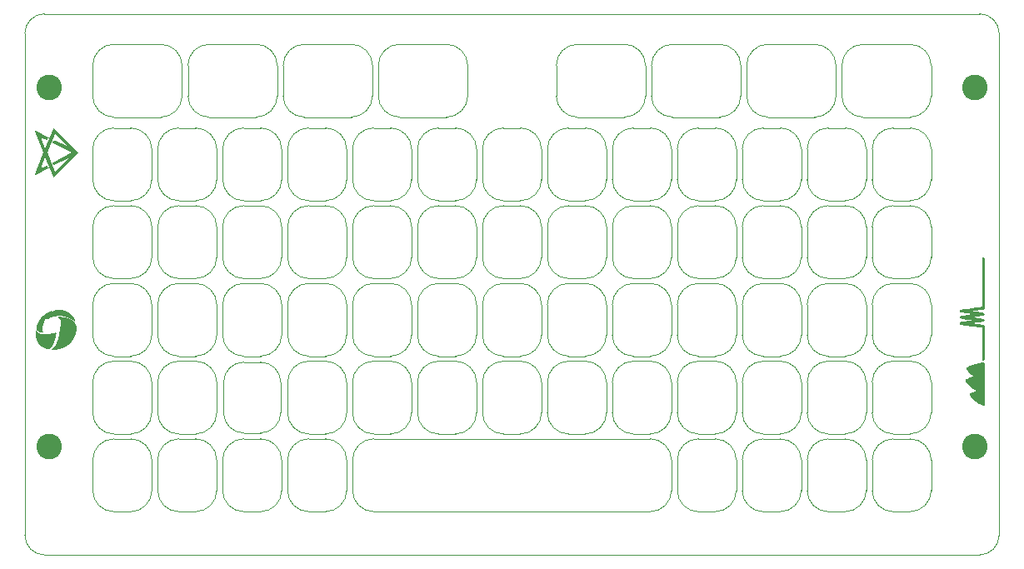
<source format=gbs>
G04*
G04 #@! TF.GenerationSoftware,Altium Limited,Altium Designer,24.6.1 (21)*
G04*
G04 Layer_Color=16711935*
%FSLAX25Y25*%
%MOIN*%
G70*
G04*
G04 #@! TF.SameCoordinates,2EFCF5D3-F3DF-4BA1-BCA7-63EA5DCA57C7*
G04*
G04*
G04 #@! TF.FilePolarity,Negative*
G04*
G01*
G75*
%ADD10C,0.00394*%
%ADD11C,0.10236*%
G36*
X-183206Y-34061D02*
X-183189Y-34063D01*
X-183189Y-34063D01*
X-183189Y-34063D01*
X-183170Y-34069D01*
X-183152Y-34074D01*
X-183152Y-34074D01*
X-183152Y-34074D01*
X-183133Y-34084D01*
X-183118Y-34092D01*
X-183118Y-34092D01*
X-183118Y-34092D01*
X-183094Y-34112D01*
X-183088Y-34117D01*
X-183088Y-34117D01*
X-183088Y-34117D01*
X-173533Y-43672D01*
X-173508Y-43702D01*
X-173490Y-43736D01*
X-173479Y-43773D01*
X-173475Y-43812D01*
X-173479Y-43851D01*
X-173490Y-43888D01*
X-173508Y-43922D01*
X-173533Y-43952D01*
X-183088Y-53507D01*
X-183088Y-53507D01*
X-183088Y-53507D01*
X-183094Y-53512D01*
X-183118Y-53532D01*
X-183118Y-53532D01*
X-183118Y-53532D01*
X-183135Y-53541D01*
X-183152Y-53550D01*
X-183152Y-53550D01*
X-183152Y-53550D01*
X-183168Y-53555D01*
X-183189Y-53561D01*
X-183189Y-53561D01*
X-183189Y-53561D01*
X-183201Y-53562D01*
X-183228Y-53565D01*
X-183228Y-53565D01*
X-183228D01*
X-183238Y-53564D01*
X-183266Y-53561D01*
X-183267Y-53561D01*
X-183267Y-53561D01*
X-183376Y-53539D01*
X-183376Y-53539D01*
X-183376Y-53539D01*
X-183398Y-53533D01*
X-183413Y-53528D01*
X-183413Y-53528D01*
X-183413Y-53528D01*
X-183432Y-53518D01*
X-183447Y-53510D01*
X-183447Y-53510D01*
X-183447Y-53510D01*
X-183461Y-53498D01*
X-183477Y-53485D01*
X-183477Y-53485D01*
X-183477Y-53485D01*
X-183488Y-53472D01*
X-183501Y-53455D01*
X-183501Y-53455D01*
X-183501Y-53455D01*
X-183510Y-53439D01*
X-183519Y-53421D01*
X-183519Y-53421D01*
X-183520Y-53421D01*
X-186742Y-45599D01*
X-188583Y-50073D01*
X-186244Y-48929D01*
X-186241Y-48928D01*
X-186239Y-48926D01*
X-186223Y-48921D01*
X-186208Y-48915D01*
X-186205Y-48915D01*
X-186202Y-48914D01*
X-186186Y-48912D01*
X-186170Y-48909D01*
X-186167Y-48909D01*
X-186164Y-48909D01*
X-186147Y-48910D01*
X-186131Y-48910D01*
X-186128Y-48911D01*
X-186125Y-48911D01*
X-186109Y-48915D01*
X-186093Y-48919D01*
X-186090Y-48921D01*
X-186088Y-48921D01*
X-185984Y-48960D01*
X-185981Y-48961D01*
X-185979Y-48962D01*
X-185964Y-48970D01*
X-185949Y-48977D01*
X-185947Y-48979D01*
X-185944Y-48980D01*
X-185932Y-48991D01*
X-185918Y-49001D01*
X-185916Y-49003D01*
X-185914Y-49005D01*
X-185904Y-49018D01*
X-185893Y-49030D01*
X-185891Y-49032D01*
X-185889Y-49035D01*
X-185882Y-49049D01*
X-185873Y-49064D01*
X-185872Y-49066D01*
X-185871Y-49069D01*
X-185527Y-49886D01*
X-185523Y-49899D01*
X-185518Y-49911D01*
X-185517Y-49918D01*
X-185515Y-49923D01*
X-185514Y-49937D01*
X-185512Y-49950D01*
X-185512Y-49956D01*
X-185511Y-49962D01*
X-185512Y-49975D01*
X-185513Y-49988D01*
X-185514Y-49994D01*
X-185515Y-50001D01*
X-185519Y-50013D01*
X-185521Y-50026D01*
X-185524Y-50032D01*
X-185526Y-50038D01*
X-185532Y-50050D01*
X-185537Y-50062D01*
X-185541Y-50067D01*
X-185544Y-50072D01*
X-185552Y-50082D01*
X-185560Y-50093D01*
X-185564Y-50097D01*
X-185568Y-50102D01*
X-185578Y-50111D01*
X-185588Y-50120D01*
X-185593Y-50123D01*
X-185598Y-50127D01*
X-185610Y-50133D01*
X-185621Y-50140D01*
X-190613Y-52621D01*
X-190617Y-52622D01*
X-190620Y-52624D01*
X-190635Y-52629D01*
X-190650Y-52635D01*
X-190653Y-52636D01*
X-190656Y-52637D01*
X-190672Y-52639D01*
X-190688Y-52641D01*
X-190691Y-52641D01*
X-190695Y-52642D01*
X-190711Y-52641D01*
X-190727Y-52640D01*
X-190730Y-52640D01*
X-190733Y-52639D01*
X-190749Y-52635D01*
X-190764Y-52632D01*
X-190768Y-52630D01*
X-190771Y-52629D01*
X-190785Y-52622D01*
X-190800Y-52616D01*
X-190803Y-52614D01*
X-190806Y-52612D01*
X-190819Y-52602D01*
X-190831Y-52593D01*
X-190834Y-52591D01*
X-190836Y-52589D01*
X-190918Y-52513D01*
X-190920Y-52511D01*
X-190922Y-52509D01*
X-190932Y-52496D01*
X-190943Y-52484D01*
X-190945Y-52481D01*
X-190947Y-52479D01*
X-190955Y-52464D01*
X-190963Y-52451D01*
X-190964Y-52447D01*
X-190965Y-52444D01*
X-190970Y-52429D01*
X-190975Y-52414D01*
X-190976Y-52411D01*
X-190977Y-52407D01*
X-190978Y-52392D01*
X-190980Y-52375D01*
X-190980Y-52372D01*
X-190980Y-52369D01*
X-190979Y-52353D01*
X-190978Y-52337D01*
X-190977Y-52333D01*
X-190977Y-52330D01*
X-190972Y-52315D01*
X-190968Y-52299D01*
X-190966Y-52296D01*
X-190965Y-52293D01*
X-187472Y-43828D01*
X-190965Y-35362D01*
X-190966Y-35359D01*
X-190968Y-35356D01*
X-190972Y-35341D01*
X-190977Y-35325D01*
X-190977Y-35322D01*
X-190978Y-35319D01*
X-190979Y-35302D01*
X-190980Y-35287D01*
X-190980Y-35283D01*
X-190980Y-35280D01*
X-190978Y-35264D01*
X-190977Y-35248D01*
X-190976Y-35245D01*
X-190975Y-35241D01*
X-190970Y-35227D01*
X-190965Y-35211D01*
X-190964Y-35208D01*
X-190963Y-35205D01*
X-190955Y-35191D01*
X-190947Y-35177D01*
X-190945Y-35174D01*
X-190943Y-35171D01*
X-190933Y-35159D01*
X-190922Y-35147D01*
X-190920Y-35145D01*
X-190918Y-35142D01*
X-190836Y-35067D01*
X-190834Y-35064D01*
X-190831Y-35062D01*
X-190819Y-35053D01*
X-190806Y-35043D01*
X-190803Y-35041D01*
X-190800Y-35039D01*
X-190785Y-35033D01*
X-190771Y-35026D01*
X-190768Y-35025D01*
X-190764Y-35024D01*
X-190749Y-35020D01*
X-190733Y-35016D01*
X-190730Y-35016D01*
X-190727Y-35015D01*
X-190711Y-35015D01*
X-190695Y-35013D01*
X-190691Y-35014D01*
X-190688Y-35014D01*
X-190672Y-35016D01*
X-190656Y-35019D01*
X-190653Y-35020D01*
X-190650Y-35020D01*
X-190635Y-35026D01*
X-190620Y-35031D01*
X-190617Y-35033D01*
X-190613Y-35034D01*
X-185621Y-37515D01*
X-185610Y-37522D01*
X-185598Y-37528D01*
X-185593Y-37532D01*
X-185588Y-37536D01*
X-185579Y-37545D01*
X-185568Y-37553D01*
X-185564Y-37558D01*
X-185560Y-37562D01*
X-185552Y-37573D01*
X-185544Y-37583D01*
X-185541Y-37589D01*
X-185537Y-37594D01*
X-185532Y-37606D01*
X-185526Y-37617D01*
X-185524Y-37623D01*
X-185521Y-37629D01*
X-185519Y-37642D01*
X-185515Y-37655D01*
X-185514Y-37661D01*
X-185513Y-37667D01*
X-185512Y-37680D01*
X-185511Y-37693D01*
X-185512Y-37699D01*
X-185512Y-37706D01*
X-185514Y-37719D01*
X-185515Y-37732D01*
X-185517Y-37738D01*
X-185518Y-37744D01*
X-185523Y-37756D01*
X-185527Y-37769D01*
X-185871Y-38586D01*
X-185872Y-38589D01*
X-185873Y-38592D01*
X-185882Y-38606D01*
X-185889Y-38620D01*
X-185891Y-38623D01*
X-185893Y-38626D01*
X-185904Y-38638D01*
X-185914Y-38650D01*
X-185917Y-38652D01*
X-185919Y-38655D01*
X-185932Y-38665D01*
X-185944Y-38675D01*
X-185947Y-38676D01*
X-185950Y-38678D01*
X-185964Y-38685D01*
X-185978Y-38693D01*
X-185982Y-38694D01*
X-185985Y-38695D01*
X-186089Y-38734D01*
X-186092Y-38734D01*
X-186095Y-38736D01*
X-186110Y-38739D01*
X-186126Y-38743D01*
X-186129Y-38743D01*
X-186132Y-38744D01*
X-186149Y-38745D01*
X-186165Y-38746D01*
X-186168Y-38745D01*
X-186171Y-38745D01*
X-186187Y-38743D01*
X-186203Y-38740D01*
X-186206Y-38739D01*
X-186209Y-38739D01*
X-186224Y-38733D01*
X-186240Y-38728D01*
X-186243Y-38726D01*
X-186246Y-38725D01*
X-188581Y-37557D01*
X-186742Y-42025D01*
X-183520Y-34203D01*
X-183519Y-34203D01*
X-183519Y-34203D01*
X-183510Y-34185D01*
X-183501Y-34169D01*
X-183501Y-34169D01*
X-183501Y-34169D01*
X-183488Y-34152D01*
X-183477Y-34139D01*
X-183477Y-34139D01*
X-183477Y-34139D01*
X-183461Y-34126D01*
X-183447Y-34114D01*
X-183447Y-34114D01*
X-183447Y-34114D01*
X-183432Y-34106D01*
X-183413Y-34096D01*
X-183413Y-34096D01*
X-183413Y-34096D01*
X-183398Y-34091D01*
X-183376Y-34085D01*
X-183376Y-34085D01*
X-183376Y-34085D01*
X-183267Y-34063D01*
X-183267Y-34063D01*
X-183266Y-34063D01*
X-183243Y-34060D01*
X-183228Y-34059D01*
X-183228D01*
X-183228Y-34059D01*
X-183206Y-34061D01*
D02*
G37*
G36*
X188870Y-85803D02*
X188887Y-85804D01*
X188887Y-85804D01*
X188887Y-85804D01*
X188906Y-85810D01*
X188924Y-85815D01*
X188924Y-85816D01*
X188924Y-85816D01*
X188939Y-85824D01*
X188958Y-85834D01*
X188958Y-85834D01*
X188959Y-85834D01*
X188972Y-85845D01*
X188988Y-85858D01*
X188988Y-85858D01*
X188988Y-85859D01*
X189000Y-85873D01*
X189013Y-85888D01*
X189013Y-85888D01*
X189013Y-85888D01*
X189022Y-85905D01*
X189031Y-85922D01*
X189031Y-85923D01*
X189031Y-85923D01*
X189037Y-85941D01*
X189042Y-85960D01*
X189042Y-85960D01*
X189042Y-85960D01*
X189044Y-85978D01*
X189046Y-85998D01*
X189046Y-85998D01*
X189046Y-85998D01*
X189018Y-106187D01*
X189016Y-106203D01*
X189015Y-106220D01*
X189014Y-106222D01*
X189014Y-106225D01*
X189009Y-106241D01*
X189005Y-106257D01*
X189003Y-106260D01*
X189003Y-106262D01*
X188995Y-106277D01*
X188987Y-106292D01*
X188986Y-106294D01*
X188984Y-106297D01*
X188974Y-106309D01*
X188964Y-106323D01*
X188961Y-106324D01*
X188960Y-106326D01*
X188947Y-106337D01*
X188934Y-106348D01*
X188792Y-106449D01*
X188788Y-106451D01*
X188788Y-106451D01*
X188784Y-106453D01*
X188783Y-106454D01*
X188776Y-106459D01*
X188767Y-106463D01*
X188758Y-106468D01*
X188755Y-106469D01*
X188753Y-106470D01*
X188602Y-106534D01*
X188599Y-106534D01*
X188596Y-106536D01*
X188581Y-106540D01*
X188565Y-106545D01*
X188562Y-106545D01*
X188559Y-106546D01*
X187993Y-106643D01*
X187991Y-106644D01*
X187989Y-106644D01*
X187143Y-106772D01*
X187141Y-106772D01*
X187140Y-106772D01*
X185712Y-106968D01*
X185712D01*
X185712Y-106968D01*
X184617Y-107117D01*
X184059Y-107197D01*
X184580Y-107272D01*
X185693Y-107427D01*
X185693D01*
X187762Y-107713D01*
X187767Y-107714D01*
X187771Y-107715D01*
X188462Y-107845D01*
X188464Y-107845D01*
X188467Y-107845D01*
X188483Y-107851D01*
X188500Y-107855D01*
X188502Y-107856D01*
X188504Y-107857D01*
X188817Y-107991D01*
X188824Y-107995D01*
X188831Y-107998D01*
X188841Y-108004D01*
X188851Y-108010D01*
X188857Y-108015D01*
X188864Y-108019D01*
X188872Y-108027D01*
X188881Y-108035D01*
X188886Y-108041D01*
X188891Y-108046D01*
X188898Y-108056D01*
X188905Y-108065D01*
X188909Y-108072D01*
X188913Y-108078D01*
X189022Y-108278D01*
X189022Y-108280D01*
X189023Y-108281D01*
X189030Y-108297D01*
X189037Y-108313D01*
X189037Y-108315D01*
X189038Y-108317D01*
X189041Y-108334D01*
X189044Y-108351D01*
X189044Y-108353D01*
X189045Y-108355D01*
X189044Y-108373D01*
X189045Y-108390D01*
X189044Y-108392D01*
X189044Y-108394D01*
X189030Y-108524D01*
X189028Y-108529D01*
X189028Y-108535D01*
X189024Y-108548D01*
X189021Y-108562D01*
X189019Y-108567D01*
X189018Y-108572D01*
X188974Y-108687D01*
X188970Y-108695D01*
X188967Y-108704D01*
X188962Y-108712D01*
X188957Y-108722D01*
X188952Y-108729D01*
X188947Y-108737D01*
X188879Y-108826D01*
X188868Y-108837D01*
X188858Y-108849D01*
X188855Y-108851D01*
X188852Y-108854D01*
X188840Y-108863D01*
X188828Y-108872D01*
X188742Y-108927D01*
X188731Y-108932D01*
X188722Y-108938D01*
X188714Y-108941D01*
X188707Y-108945D01*
X188696Y-108948D01*
X188685Y-108952D01*
X188556Y-108985D01*
X188544Y-108987D01*
X188533Y-108990D01*
X185753Y-109380D01*
X185753D01*
X185752Y-109380D01*
X184037Y-109620D01*
X185512Y-109821D01*
X185512D01*
X186585Y-109967D01*
X186585Y-109967D01*
X186586Y-109967D01*
X187521Y-110095D01*
X187521Y-110095D01*
X187521D01*
X188325Y-110206D01*
X188327Y-110207D01*
X188329Y-110207D01*
X188473Y-110230D01*
X188488Y-110233D01*
X188502Y-110237D01*
X188670Y-110290D01*
X188680Y-110294D01*
X188691Y-110298D01*
X188698Y-110302D01*
X188705Y-110305D01*
X188715Y-110311D01*
X188724Y-110317D01*
X188853Y-110409D01*
X188866Y-110420D01*
X188880Y-110431D01*
X188881Y-110433D01*
X188883Y-110434D01*
X188893Y-110448D01*
X188904Y-110462D01*
X188985Y-110585D01*
X188994Y-110602D01*
X189003Y-110618D01*
X189003Y-110619D01*
X189003Y-110619D01*
X189008Y-110637D01*
X189014Y-110656D01*
X189042Y-110801D01*
X189042Y-110808D01*
X189044Y-110815D01*
X189044Y-110827D01*
X189046Y-110840D01*
X189045Y-110847D01*
X189045Y-110854D01*
X189043Y-110866D01*
X189041Y-110878D01*
X189040Y-110885D01*
X189038Y-110892D01*
X189034Y-110904D01*
X189030Y-110915D01*
X189027Y-110922D01*
X189024Y-110928D01*
X188917Y-111140D01*
X188913Y-111147D01*
X188910Y-111154D01*
X188903Y-111163D01*
X188896Y-111173D01*
X188891Y-111179D01*
X188886Y-111185D01*
X188878Y-111193D01*
X188869Y-111201D01*
X188863Y-111205D01*
X188857Y-111211D01*
X188847Y-111217D01*
X188838Y-111223D01*
X188831Y-111226D01*
X188824Y-111230D01*
X188525Y-111370D01*
X188521Y-111372D01*
X188516Y-111374D01*
X188503Y-111378D01*
X188489Y-111383D01*
X188484Y-111383D01*
X188479Y-111385D01*
X187807Y-111514D01*
X187802Y-111514D01*
X187797Y-111516D01*
X185694Y-111807D01*
X185694Y-111807D01*
X184580Y-111962D01*
X184056Y-112038D01*
X184617Y-112118D01*
X185712Y-112267D01*
X185712Y-112267D01*
X185712D01*
X187151Y-112464D01*
X187152Y-112464D01*
X187153Y-112464D01*
X187995Y-112591D01*
X187997Y-112591D01*
X187999Y-112592D01*
X188558Y-112688D01*
X188561Y-112689D01*
X188565Y-112689D01*
X188580Y-112694D01*
X188595Y-112698D01*
X188598Y-112699D01*
X188602Y-112700D01*
X188754Y-112765D01*
X188756Y-112766D01*
X188759Y-112767D01*
X188767Y-112772D01*
X188775Y-112776D01*
X188783Y-112781D01*
X188788Y-112784D01*
X188789Y-112785D01*
X188793Y-112786D01*
X188935Y-112888D01*
X188947Y-112899D01*
X188960Y-112909D01*
X188962Y-112912D01*
X188964Y-112914D01*
X188974Y-112927D01*
X188984Y-112939D01*
X188986Y-112942D01*
X188988Y-112945D01*
X188995Y-112959D01*
X189003Y-112973D01*
X189004Y-112976D01*
X189005Y-112979D01*
X189009Y-112995D01*
X189014Y-113010D01*
X189014Y-113014D01*
X189015Y-113017D01*
X189016Y-113033D01*
X189018Y-113049D01*
X189046Y-126684D01*
X189046Y-126684D01*
X189046Y-126684D01*
X189044Y-126704D01*
X189042Y-126723D01*
X189042Y-126723D01*
X189042Y-126723D01*
X189037Y-126741D01*
X189031Y-126760D01*
X189031Y-126760D01*
X189031Y-126760D01*
X189023Y-126776D01*
X189013Y-126794D01*
X189013Y-126794D01*
X189013Y-126794D01*
X189001Y-126809D01*
X188989Y-126824D01*
X188988Y-126824D01*
X188988Y-126824D01*
X188973Y-126837D01*
X188959Y-126849D01*
X188959Y-126849D01*
X188958Y-126849D01*
X188941Y-126858D01*
X188925Y-126867D01*
X188924Y-126867D01*
X188924Y-126867D01*
X188906Y-126873D01*
X188887Y-126878D01*
X188887Y-126878D01*
X188887Y-126878D01*
X188868Y-126880D01*
X188849Y-126882D01*
X188849Y-126882D01*
X188848Y-126882D01*
X188355D01*
X188337Y-126880D01*
X188319Y-126879D01*
X188317Y-126878D01*
X188316Y-126878D01*
X188299Y-126873D01*
X188281Y-126868D01*
X188280Y-126867D01*
X188279Y-126867D01*
X188263Y-126859D01*
X188247Y-126850D01*
X188246Y-126849D01*
X188245Y-126849D01*
X188231Y-126837D01*
X188217Y-126826D01*
X188216Y-126825D01*
X188215Y-126824D01*
X188203Y-126810D01*
X188192Y-126797D01*
X188191Y-126795D01*
X188190Y-126794D01*
X188181Y-126778D01*
X188173Y-126763D01*
X188172Y-126761D01*
X188172Y-126760D01*
X188167Y-126743D01*
X188161Y-126726D01*
X188161Y-126724D01*
X188161Y-126723D01*
X188159Y-126705D01*
X188157Y-126687D01*
X188119Y-124003D01*
X188118Y-123994D01*
X188103Y-122691D01*
X188103Y-122691D01*
X188103Y-122690D01*
X188091Y-120958D01*
X188091Y-120958D01*
X188091Y-120957D01*
X188083Y-119115D01*
X188083Y-119114D01*
X188083Y-119114D01*
X188080Y-117439D01*
D01*
X188077Y-115804D01*
X188066Y-114599D01*
D01*
X188053Y-113765D01*
X187901Y-113755D01*
X187894Y-113753D01*
X187888Y-113753D01*
X183744Y-113192D01*
X183744D01*
X179530Y-112621D01*
X179517Y-112618D01*
X179504Y-112615D01*
X179351Y-112573D01*
X179334Y-112567D01*
X179317Y-112560D01*
X179316Y-112560D01*
X179315Y-112559D01*
X179300Y-112550D01*
X179284Y-112540D01*
X179191Y-112469D01*
X179189Y-112467D01*
X179187Y-112465D01*
X179175Y-112453D01*
X179163Y-112442D01*
X179161Y-112440D01*
X179159Y-112438D01*
X179150Y-112424D01*
X179140Y-112410D01*
X179139Y-112408D01*
X179138Y-112406D01*
X179075Y-112289D01*
X179070Y-112277D01*
X179064Y-112266D01*
X179062Y-112259D01*
X179060Y-112253D01*
X179057Y-112241D01*
X179054Y-112229D01*
X179029Y-112083D01*
X179028Y-112074D01*
X179026Y-112066D01*
X179027Y-112055D01*
X179026Y-112045D01*
X179027Y-112036D01*
X179027Y-112027D01*
X179045Y-111873D01*
X179046Y-111867D01*
X179047Y-111861D01*
X179050Y-111848D01*
X179053Y-111835D01*
X179055Y-111829D01*
X179057Y-111824D01*
X179080Y-111764D01*
X179081Y-111762D01*
X179082Y-111759D01*
X179090Y-111744D01*
X179098Y-111729D01*
X179099Y-111727D01*
X179101Y-111725D01*
X179140Y-111666D01*
X179151Y-111653D01*
X179163Y-111639D01*
X179212Y-111589D01*
X179215Y-111586D01*
X179218Y-111583D01*
X179230Y-111574D01*
X179241Y-111564D01*
X179245Y-111562D01*
X179248Y-111559D01*
X179299Y-111527D01*
X179307Y-111523D01*
X179313Y-111519D01*
X179324Y-111515D01*
X179334Y-111510D01*
X179342Y-111508D01*
X179350Y-111505D01*
X179451Y-111476D01*
X179464Y-111473D01*
X179476Y-111470D01*
X180325Y-111343D01*
X180326Y-111343D01*
X180326Y-111343D01*
X181300Y-111202D01*
X181301Y-111202D01*
X181302Y-111202D01*
X182434Y-111045D01*
X182434Y-111045D01*
X182434Y-111045D01*
X183558Y-110891D01*
X183558Y-110891D01*
X184031Y-110825D01*
X183548Y-110758D01*
X183548D01*
X182403Y-110601D01*
X182402Y-110601D01*
X182402Y-110601D01*
X180231Y-110300D01*
X180226Y-110299D01*
X180221Y-110299D01*
X179568Y-110173D01*
X179561Y-110171D01*
X179554Y-110169D01*
X179543Y-110165D01*
X179531Y-110162D01*
X179525Y-110158D01*
X179518Y-110156D01*
X179234Y-110015D01*
X179227Y-110011D01*
X179221Y-110007D01*
X179211Y-110001D01*
X179201Y-109994D01*
X179196Y-109989D01*
X179190Y-109984D01*
X179182Y-109976D01*
X179173Y-109968D01*
X179169Y-109961D01*
X179163Y-109956D01*
X179157Y-109946D01*
X179150Y-109936D01*
X179147Y-109929D01*
X179143Y-109923D01*
X179039Y-109703D01*
X179035Y-109693D01*
X179031Y-109684D01*
X179029Y-109675D01*
X179026Y-109666D01*
X179024Y-109656D01*
X179022Y-109646D01*
X179021Y-109637D01*
X179020Y-109628D01*
X179020Y-109618D01*
X179020Y-109608D01*
X179021Y-109598D01*
X179022Y-109589D01*
X179024Y-109579D01*
X179026Y-109569D01*
X179029Y-109561D01*
X179031Y-109552D01*
X179035Y-109542D01*
X179039Y-109533D01*
X179144Y-109312D01*
X179148Y-109305D01*
X179151Y-109299D01*
X179158Y-109289D01*
X179164Y-109279D01*
X179169Y-109273D01*
X179173Y-109267D01*
X179182Y-109259D01*
X179190Y-109250D01*
X179196Y-109245D01*
X179201Y-109240D01*
X179212Y-109234D01*
X179221Y-109227D01*
X179228Y-109224D01*
X179234Y-109220D01*
X179520Y-109077D01*
X179527Y-109075D01*
X179533Y-109071D01*
X179545Y-109068D01*
X179556Y-109064D01*
X179563Y-109062D01*
X179570Y-109060D01*
X180226Y-108932D01*
X180232Y-108932D01*
X180237Y-108931D01*
X182421Y-108624D01*
X182421Y-108624D01*
X182421Y-108624D01*
X183572Y-108464D01*
X183572D01*
X184011Y-108402D01*
X182254Y-108163D01*
X182254D01*
X179556Y-107796D01*
X179497Y-107792D01*
X179489Y-107791D01*
X179482Y-107791D01*
X179470Y-107788D01*
X179458Y-107786D01*
X179451Y-107783D01*
X179444Y-107781D01*
X179349Y-107748D01*
X179342Y-107745D01*
X179335Y-107743D01*
X179325Y-107737D01*
X179314Y-107732D01*
X179308Y-107727D01*
X179301Y-107723D01*
X179292Y-107716D01*
X179283Y-107709D01*
X179278Y-107703D01*
X179272Y-107698D01*
X179174Y-107596D01*
X179171Y-107591D01*
X179166Y-107587D01*
X179158Y-107576D01*
X179150Y-107565D01*
X179148Y-107560D01*
X179144Y-107555D01*
X179070Y-107422D01*
X179065Y-107411D01*
X179060Y-107400D01*
X179057Y-107393D01*
X179054Y-107386D01*
X179052Y-107375D01*
X179049Y-107363D01*
X179023Y-107234D01*
X179022Y-107223D01*
X179021Y-107213D01*
X179021Y-107204D01*
X179020Y-107195D01*
X179021Y-107185D01*
X179021Y-107175D01*
X179029Y-107100D01*
D01*
D01*
X179029Y-107100D01*
X179032Y-107084D01*
X179037Y-107062D01*
X179062Y-106982D01*
X179068Y-106968D01*
X179074Y-106954D01*
X179110Y-106880D01*
X179111Y-106879D01*
X179111Y-106879D01*
X179121Y-106863D01*
X179131Y-106847D01*
X179131Y-106846D01*
X179131Y-106846D01*
X179175Y-106789D01*
X179188Y-106777D01*
X179199Y-106764D01*
X179248Y-106720D01*
X179257Y-106713D01*
X179266Y-106706D01*
X179318Y-106669D01*
X179328Y-106663D01*
X179338Y-106657D01*
X179386Y-106631D01*
X179394Y-106627D01*
X179402Y-106623D01*
X179412Y-106620D01*
X179422Y-106616D01*
X179430Y-106614D01*
X179439Y-106611D01*
X179473Y-106604D01*
X179486Y-106602D01*
X179500Y-106600D01*
X179549Y-106597D01*
X180797Y-106434D01*
X180797D01*
X182197Y-106250D01*
X182197D01*
X183847Y-106031D01*
X183847D01*
X185496Y-105813D01*
X185496D01*
X185496Y-105813D01*
X186894Y-105629D01*
X186894D01*
X186894Y-105629D01*
X188052Y-105477D01*
X188066Y-103878D01*
Y-103878D01*
X188077Y-101700D01*
Y-101700D01*
X188080Y-98572D01*
D01*
X188083Y-95658D01*
X188083Y-95658D01*
X188083Y-95658D01*
X188091Y-92762D01*
X188091Y-92761D01*
X188091Y-92761D01*
X188103Y-90244D01*
X188103Y-90243D01*
X188103Y-90243D01*
X188118Y-88741D01*
X188119Y-88732D01*
X188157Y-85996D01*
X188159Y-85978D01*
X188161Y-85960D01*
X188161Y-85958D01*
X188161Y-85957D01*
X188167Y-85940D01*
X188172Y-85922D01*
X188172Y-85921D01*
X188173Y-85920D01*
X188182Y-85904D01*
X188190Y-85888D01*
X188191Y-85887D01*
X188192Y-85886D01*
X188203Y-85873D01*
X188215Y-85858D01*
X188216Y-85857D01*
X188217Y-85856D01*
X188231Y-85845D01*
X188245Y-85834D01*
X188246Y-85833D01*
X188247Y-85832D01*
X188263Y-85824D01*
X188279Y-85815D01*
X188280Y-85815D01*
X188281Y-85814D01*
X188299Y-85809D01*
X188316Y-85804D01*
X188317Y-85804D01*
X188319Y-85804D01*
X188336Y-85802D01*
X188355Y-85800D01*
X188848D01*
X188849Y-85800D01*
X188849Y-85800D01*
X188870Y-85803D01*
D02*
G37*
G36*
X-181705Y-106624D02*
X-181671Y-106628D01*
X-181637Y-106624D01*
X-181568Y-106625D01*
X-181534Y-106629D01*
X-181520Y-106627D01*
X-181500Y-106626D01*
X-181500D01*
X-181499D01*
X-181431Y-106626D01*
D01*
X-181362Y-106627D01*
D01*
X-181362D01*
X-181294Y-106627D01*
X-181294D01*
X-181294D01*
X-181260Y-106631D01*
X-181233Y-106629D01*
X-181226Y-106628D01*
X-181226D01*
D01*
D01*
X-181157Y-106629D01*
D01*
X-181157D01*
X-181089Y-106629D01*
D01*
X-181020Y-106630D01*
X-181020D01*
X-181020D01*
X-181008Y-106631D01*
X-180986Y-106633D01*
X-180983Y-106633D01*
X-180952Y-106630D01*
X-180952D01*
X-180952D01*
X-180883Y-106631D01*
X-180864Y-106633D01*
X-180849Y-106635D01*
X-180831Y-106633D01*
X-180815Y-106632D01*
X-180815D01*
X-180815D01*
X-180815D01*
X-180746Y-106632D01*
X-180746D01*
X-180746D01*
X-180735Y-106633D01*
X-180712Y-106636D01*
X-180697Y-106634D01*
X-180678Y-106633D01*
X-180678D01*
D01*
D01*
X-180609Y-106633D01*
X-180594Y-106635D01*
X-180571Y-106637D01*
X-180571Y-106638D01*
X-180571D01*
X-180550Y-106644D01*
X-180534Y-106649D01*
X-180534Y-106649D01*
X-180534Y-106649D01*
X-180507Y-106664D01*
X-180500Y-106668D01*
X-180500Y-106668D01*
X-180500Y-106668D01*
X-180481Y-106684D01*
X-180470Y-106692D01*
X-180470Y-106693D01*
X-180470Y-106693D01*
X-180461Y-106703D01*
X-180404Y-106704D01*
D01*
X-180336Y-106704D01*
X-180336D01*
X-180336D01*
X-180267Y-106705D01*
X-180230Y-106709D01*
X-180229Y-106709D01*
D01*
X-180229Y-106709D01*
X-180203Y-106717D01*
X-180192Y-106720D01*
X-180192Y-106721D01*
X-180192Y-106721D01*
X-180178Y-106728D01*
X-180158Y-106739D01*
X-180158Y-106739D01*
X-180158Y-106739D01*
X-180144Y-106751D01*
X-180128Y-106764D01*
X-180128Y-106764D01*
X-180128Y-106764D01*
X-180120Y-106775D01*
X-180063Y-106775D01*
X-180063Y-106775D01*
X-180062Y-106775D01*
X-179994Y-106776D01*
X-179994D01*
X-179926Y-106776D01*
X-179892Y-106780D01*
X-179857Y-106777D01*
X-179857D01*
D01*
D01*
X-179789Y-106778D01*
X-179750Y-106782D01*
X-179713Y-106793D01*
X-179679Y-106812D01*
X-179649Y-106837D01*
X-179641Y-106847D01*
X-179584Y-106848D01*
X-179545Y-106852D01*
X-179510Y-106863D01*
X-179508Y-106863D01*
D01*
X-179508Y-106863D01*
X-179494Y-106871D01*
X-179474Y-106882D01*
X-179445Y-106907D01*
X-179445Y-106907D01*
X-179444Y-106907D01*
X-179436Y-106918D01*
X-179379Y-106918D01*
X-179379D01*
X-179379D01*
X-179361Y-106920D01*
X-179345Y-106922D01*
X-179311Y-106919D01*
D01*
X-179311D01*
X-179242Y-106919D01*
X-179217Y-106922D01*
X-179203Y-106923D01*
X-179203Y-106923D01*
X-179203D01*
X-179171Y-106933D01*
X-179166Y-106935D01*
X-179166D01*
X-179166Y-106935D01*
X-179139Y-106950D01*
X-179132Y-106954D01*
X-179132Y-106954D01*
X-179132Y-106954D01*
X-179113Y-106969D01*
X-179103Y-106978D01*
X-179103Y-106978D01*
X-179103Y-106978D01*
X-179093Y-106990D01*
X-179090Y-106991D01*
X-179067Y-106993D01*
X-179067Y-106993D01*
X-179067D01*
X-179059Y-106996D01*
X-179030Y-107005D01*
X-179030Y-107005D01*
X-179030Y-107005D01*
X-179014Y-107013D01*
X-178996Y-107023D01*
X-178996Y-107023D01*
X-178996Y-107023D01*
X-178980Y-107036D01*
X-178966Y-107048D01*
X-178966Y-107048D01*
X-178966Y-107048D01*
X-178957Y-107060D01*
X-178945Y-107061D01*
X-178935Y-107062D01*
X-178920Y-107061D01*
X-178901Y-107059D01*
X-178901D01*
D01*
D01*
X-178832Y-107060D01*
X-178820Y-107061D01*
X-178794Y-107064D01*
X-178757Y-107076D01*
D01*
X-178757Y-107076D01*
X-178723Y-107094D01*
X-178698Y-107114D01*
X-178693Y-107119D01*
X-178693Y-107119D01*
X-178693Y-107119D01*
X-178683Y-107131D01*
X-178677Y-107131D01*
X-178657Y-107134D01*
X-178657Y-107134D01*
X-178657D01*
X-178634Y-107141D01*
X-178621Y-107145D01*
X-178620Y-107145D01*
X-178620Y-107145D01*
X-178590Y-107162D01*
X-178586Y-107164D01*
X-178586Y-107164D01*
X-178586Y-107164D01*
X-178567Y-107180D01*
X-178557Y-107189D01*
X-178557Y-107189D01*
X-178557Y-107189D01*
X-178547Y-107201D01*
X-178525Y-107203D01*
X-178499Y-107200D01*
X-178491Y-107200D01*
X-178491D01*
D01*
D01*
X-178423Y-107200D01*
X-178423D01*
X-178423D01*
X-178384Y-107204D01*
X-178358Y-107213D01*
X-178347Y-107216D01*
X-178347Y-107216D01*
D01*
X-178344Y-107218D01*
X-178313Y-107235D01*
X-178283Y-107259D01*
X-178283Y-107260D01*
X-178283Y-107260D01*
X-178278Y-107266D01*
X-178259Y-107290D01*
X-178254Y-107299D01*
X-178245Y-107304D01*
X-178245Y-107304D01*
X-178245Y-107304D01*
X-178234Y-107313D01*
X-178215Y-107328D01*
X-178215Y-107329D01*
X-178215Y-107329D01*
X-178209Y-107337D01*
X-178207Y-107339D01*
X-178150Y-107340D01*
X-178150Y-107340D01*
X-178150Y-107340D01*
X-178135Y-107341D01*
X-178111Y-107344D01*
X-178111Y-107344D01*
X-178111D01*
X-178104Y-107346D01*
X-178074Y-107355D01*
X-178074Y-107355D01*
X-178074Y-107355D01*
X-178056Y-107365D01*
X-178040Y-107374D01*
X-178040Y-107374D01*
X-178040Y-107374D01*
X-178027Y-107385D01*
X-178011Y-107399D01*
X-178010Y-107399D01*
X-178010Y-107399D01*
X-178001Y-107411D01*
X-177986Y-107429D01*
X-177986Y-107429D01*
X-177986Y-107429D01*
X-177981Y-107438D01*
X-177972Y-107443D01*
X-177972Y-107443D01*
X-177972Y-107443D01*
X-177953Y-107459D01*
X-177943Y-107468D01*
X-177943Y-107468D01*
X-177943Y-107468D01*
X-177934Y-107478D01*
X-177877Y-107479D01*
X-177877D01*
X-177877D01*
X-177866Y-107480D01*
X-177839Y-107483D01*
X-177802Y-107495D01*
X-177775Y-107510D01*
X-177768Y-107513D01*
X-177748Y-107530D01*
X-177738Y-107538D01*
X-177738Y-107538D01*
X-177738Y-107538D01*
X-177726Y-107553D01*
X-177714Y-107568D01*
X-177714Y-107568D01*
X-177714Y-107568D01*
X-177709Y-107578D01*
X-177700Y-107582D01*
X-177670Y-107607D01*
X-177670Y-107607D01*
X-177670Y-107607D01*
X-177665Y-107614D01*
X-177661Y-107618D01*
X-177605Y-107618D01*
X-177594Y-107620D01*
X-177566Y-107623D01*
X-177529Y-107634D01*
D01*
X-177529Y-107634D01*
X-177495Y-107653D01*
X-177471Y-107673D01*
X-177465Y-107677D01*
X-177465Y-107677D01*
X-177465Y-107677D01*
X-177441Y-107708D01*
X-177436Y-107717D01*
X-177434Y-107718D01*
X-177427Y-107722D01*
X-177427Y-107722D01*
X-177427Y-107722D01*
X-177408Y-107738D01*
X-177397Y-107747D01*
X-177397Y-107747D01*
X-177397Y-107747D01*
X-177387Y-107760D01*
X-177373Y-107777D01*
X-177373Y-107777D01*
X-177373Y-107777D01*
X-177368Y-107786D01*
X-177359Y-107791D01*
X-177329Y-107816D01*
X-177329Y-107816D01*
X-177329Y-107816D01*
X-177320Y-107827D01*
X-177315Y-107828D01*
X-177294Y-107830D01*
X-177294Y-107830D01*
X-177294Y-107830D01*
X-177279Y-107835D01*
X-177257Y-107842D01*
X-177257Y-107842D01*
X-177257Y-107842D01*
X-177240Y-107851D01*
X-177223Y-107860D01*
X-177223Y-107861D01*
X-177223Y-107861D01*
X-177209Y-107872D01*
X-177193Y-107885D01*
X-177193Y-107885D01*
X-177193Y-107885D01*
X-177185Y-107895D01*
X-177183Y-107897D01*
X-177173Y-107898D01*
X-177157Y-107900D01*
X-177157Y-107900D01*
X-177157D01*
X-177133Y-107908D01*
X-177120Y-107912D01*
X-177120Y-107912D01*
X-177120Y-107912D01*
X-177104Y-107920D01*
X-177086Y-107930D01*
X-177086Y-107930D01*
X-177086Y-107930D01*
X-177076Y-107939D01*
X-177057Y-107955D01*
X-177057Y-107955D01*
X-177057Y-107955D01*
X-177038Y-107978D01*
X-177032Y-107985D01*
Y-107985D01*
X-177032Y-107985D01*
X-177028Y-107994D01*
X-177018Y-107999D01*
X-176989Y-108024D01*
X-176989Y-108024D01*
X-176989Y-108024D01*
X-176979Y-108036D01*
X-176964Y-108054D01*
X-176960Y-108063D01*
X-176951Y-108068D01*
X-176951Y-108068D01*
X-176951Y-108068D01*
X-176937Y-108080D01*
X-176921Y-108093D01*
X-176921Y-108093D01*
X-176921Y-108093D01*
X-176913Y-108103D01*
X-176897Y-108123D01*
X-176897Y-108123D01*
X-176897Y-108123D01*
X-176892Y-108133D01*
X-176883Y-108137D01*
X-176883Y-108138D01*
X-176883Y-108138D01*
X-176866Y-108151D01*
X-176853Y-108162D01*
X-176853Y-108162D01*
X-176853Y-108162D01*
X-176845Y-108173D01*
X-176788Y-108173D01*
X-176787Y-108173D01*
X-176753Y-108177D01*
X-176749Y-108177D01*
X-176749D01*
X-176749Y-108177D01*
X-176712Y-108189D01*
X-176678Y-108208D01*
X-176657Y-108225D01*
X-176648Y-108232D01*
X-176648Y-108232D01*
X-176648Y-108232D01*
X-176625Y-108262D01*
X-176624Y-108263D01*
D01*
X-176624Y-108263D01*
X-176608Y-108294D01*
X-176606Y-108297D01*
Y-108297D01*
X-176606Y-108297D01*
X-176600Y-108317D01*
X-176599Y-108320D01*
X-176576Y-108327D01*
X-176576D01*
X-176576Y-108327D01*
X-176548Y-108343D01*
X-176542Y-108346D01*
X-176542Y-108346D01*
X-176542Y-108346D01*
X-176523Y-108362D01*
X-176512Y-108371D01*
X-176512Y-108371D01*
X-176512Y-108371D01*
X-176489Y-108400D01*
X-176488Y-108401D01*
D01*
X-176488Y-108401D01*
X-176483Y-108410D01*
X-176474Y-108415D01*
X-176445Y-108440D01*
X-176445Y-108440D01*
X-176444Y-108440D01*
X-176434Y-108453D01*
X-176420Y-108470D01*
X-176420Y-108470D01*
X-176420Y-108470D01*
X-176415Y-108479D01*
X-176407Y-108484D01*
X-176377Y-108509D01*
X-176377Y-108509D01*
X-176377Y-108509D01*
X-176367Y-108520D01*
X-176352Y-108539D01*
X-176351Y-108542D01*
X-176348Y-108548D01*
X-176339Y-108553D01*
X-176339Y-108553D01*
X-176339Y-108553D01*
X-176320Y-108569D01*
X-176309Y-108578D01*
X-176309Y-108578D01*
X-176309Y-108578D01*
X-176293Y-108597D01*
X-176285Y-108608D01*
X-176285Y-108608D01*
X-176284Y-108608D01*
X-176280Y-108617D01*
X-176271Y-108622D01*
X-176271Y-108622D01*
X-176271Y-108622D01*
X-176260Y-108631D01*
X-176241Y-108647D01*
X-176241Y-108647D01*
X-176241Y-108647D01*
X-176228Y-108663D01*
X-176217Y-108677D01*
X-176217Y-108677D01*
X-176217Y-108677D01*
X-176212Y-108686D01*
X-176210Y-108687D01*
X-176203Y-108691D01*
X-176203Y-108691D01*
X-176203Y-108691D01*
X-176184Y-108707D01*
X-176173Y-108716D01*
X-176173Y-108716D01*
X-176173Y-108716D01*
X-176163Y-108729D01*
X-176149Y-108746D01*
X-176149Y-108746D01*
X-176149Y-108746D01*
X-176144Y-108755D01*
X-176135Y-108760D01*
X-176105Y-108785D01*
X-176081Y-108815D01*
X-176076Y-108824D01*
X-176067Y-108829D01*
X-176043Y-108850D01*
X-176037Y-108854D01*
X-176037Y-108854D01*
X-176037Y-108854D01*
X-176013Y-108884D01*
X-176008Y-108894D01*
X-176005Y-108895D01*
X-175999Y-108898D01*
X-175999Y-108898D01*
X-175999Y-108898D01*
X-175980Y-108914D01*
X-175969Y-108923D01*
X-175969Y-108923D01*
X-175969Y-108923D01*
X-175946Y-108952D01*
X-175945Y-108953D01*
D01*
X-175945Y-108953D01*
X-175940Y-108963D01*
X-175931Y-108967D01*
X-175931Y-108967D01*
X-175931Y-108967D01*
X-175918Y-108979D01*
X-175901Y-108992D01*
X-175901Y-108992D01*
X-175901Y-108992D01*
X-175891Y-109005D01*
X-175877Y-109022D01*
X-175877Y-109023D01*
X-175877Y-109023D01*
X-175872Y-109032D01*
X-175863Y-109037D01*
X-175863Y-109037D01*
X-175863Y-109037D01*
X-175853Y-109045D01*
X-175834Y-109061D01*
X-175834Y-109062D01*
X-175833Y-109062D01*
X-175815Y-109085D01*
X-175809Y-109092D01*
Y-109092D01*
X-175809Y-109092D01*
X-175804Y-109101D01*
X-175795Y-109106D01*
X-175795Y-109106D01*
X-175795Y-109106D01*
X-175777Y-109122D01*
X-175766Y-109130D01*
X-175766Y-109131D01*
X-175766Y-109131D01*
X-175742Y-109160D01*
X-175741Y-109161D01*
D01*
X-175741Y-109161D01*
X-175737Y-109170D01*
X-175728Y-109175D01*
X-175728Y-109175D01*
X-175728Y-109175D01*
X-175711Y-109188D01*
X-175698Y-109200D01*
X-175698Y-109200D01*
X-175698Y-109200D01*
X-175685Y-109216D01*
X-175673Y-109230D01*
X-175673Y-109230D01*
X-175673Y-109230D01*
X-175658Y-109259D01*
X-175655Y-109264D01*
Y-109264D01*
X-175655Y-109264D01*
X-175649Y-109287D01*
X-175630Y-109293D01*
X-175626Y-109294D01*
X-175626D01*
X-175626Y-109294D01*
X-175604Y-109306D01*
X-175592Y-109313D01*
X-175592Y-109313D01*
X-175592Y-109313D01*
X-175575Y-109327D01*
X-175562Y-109338D01*
X-175562Y-109338D01*
X-175562Y-109338D01*
X-175554Y-109348D01*
X-175538Y-109368D01*
X-175520Y-109402D01*
Y-109402D01*
X-175520Y-109402D01*
X-175509Y-109438D01*
X-175509Y-109440D01*
D01*
X-175509Y-109440D01*
X-175506Y-109466D01*
X-175505Y-109478D01*
Y-109478D01*
Y-109478D01*
Y-109478D01*
X-175506Y-109535D01*
X-175496Y-109544D01*
X-175495Y-109544D01*
X-175495Y-109544D01*
X-175483Y-109559D01*
X-175471Y-109574D01*
X-175471Y-109574D01*
X-175471Y-109574D01*
X-175466Y-109583D01*
X-175457Y-109588D01*
X-175457Y-109588D01*
X-175457Y-109588D01*
X-175439Y-109603D01*
X-175427Y-109613D01*
X-175427Y-109613D01*
X-175427Y-109613D01*
X-175416Y-109627D01*
X-175403Y-109643D01*
X-175403Y-109643D01*
X-175403Y-109643D01*
X-175398Y-109652D01*
X-175389Y-109657D01*
X-175360Y-109682D01*
X-175335Y-109712D01*
X-175330Y-109721D01*
X-175321Y-109726D01*
X-175321Y-109726D01*
X-175321Y-109726D01*
X-175308Y-109738D01*
X-175292Y-109751D01*
X-175292Y-109751D01*
X-175292Y-109751D01*
X-175276Y-109771D01*
X-175267Y-109781D01*
X-175267Y-109781D01*
X-175267Y-109781D01*
X-175259Y-109796D01*
X-175249Y-109816D01*
X-175249Y-109816D01*
X-175249Y-109816D01*
X-175248Y-109822D01*
X-175239Y-109853D01*
X-175239Y-109853D01*
Y-109853D01*
X-175238Y-109860D01*
X-175235Y-109891D01*
Y-109891D01*
Y-109891D01*
Y-109891D01*
X-175235Y-109948D01*
X-175225Y-109957D01*
X-175201Y-109987D01*
X-175196Y-109996D01*
X-175187Y-110001D01*
X-175187Y-110001D01*
X-175187Y-110001D01*
X-175166Y-110019D01*
X-175157Y-110026D01*
X-175157Y-110026D01*
X-175157Y-110026D01*
X-175144Y-110042D01*
X-175133Y-110056D01*
X-175133Y-110056D01*
X-175133Y-110056D01*
X-175123Y-110076D01*
X-175115Y-110091D01*
X-175115Y-110091D01*
X-175115Y-110091D01*
X-175110Y-110106D01*
X-175104Y-110128D01*
X-175104Y-110128D01*
Y-110128D01*
X-175103Y-110139D01*
X-175102Y-110154D01*
X-175090Y-110164D01*
X-175090Y-110164D01*
X-175090Y-110164D01*
X-175085Y-110170D01*
X-175066Y-110194D01*
X-175048Y-110228D01*
X-175048Y-110228D01*
Y-110228D01*
X-175037Y-110266D01*
X-175034Y-110292D01*
X-175031Y-110294D01*
X-175023Y-110301D01*
X-174998Y-110331D01*
X-174994Y-110340D01*
X-174985Y-110345D01*
X-174985Y-110345D01*
X-174984Y-110345D01*
X-174969Y-110359D01*
X-174955Y-110370D01*
X-174955Y-110370D01*
X-174955Y-110370D01*
X-174940Y-110388D01*
X-174930Y-110400D01*
X-174930Y-110400D01*
X-174930Y-110400D01*
X-174918Y-110424D01*
X-174912Y-110435D01*
X-174912Y-110435D01*
X-174912Y-110435D01*
X-174907Y-110455D01*
X-174901Y-110472D01*
X-174901Y-110472D01*
X-174901Y-110472D01*
X-174900Y-110490D01*
X-174898Y-110511D01*
X-174898Y-110511D01*
X-174898Y-110511D01*
X-174899Y-110568D01*
X-174888Y-110576D01*
X-174888Y-110576D01*
X-174888Y-110576D01*
X-174876Y-110591D01*
X-174864Y-110607D01*
X-174864Y-110607D01*
X-174864Y-110607D01*
X-174854Y-110625D01*
X-174846Y-110641D01*
X-174846Y-110641D01*
X-174846Y-110641D01*
X-174839Y-110663D01*
X-174835Y-110678D01*
Y-110678D01*
X-174835Y-110678D01*
X-174833Y-110699D01*
X-174831Y-110717D01*
Y-110717D01*
Y-110717D01*
Y-110717D01*
X-174832Y-110774D01*
X-174821Y-110782D01*
X-174797Y-110813D01*
X-174792Y-110822D01*
X-174783Y-110827D01*
X-174783Y-110827D01*
X-174783Y-110827D01*
X-174771Y-110837D01*
X-174753Y-110851D01*
X-174753Y-110852D01*
X-174753Y-110852D01*
X-174746Y-110861D01*
X-174729Y-110882D01*
X-174711Y-110916D01*
D01*
X-174711Y-110916D01*
X-174704Y-110940D01*
X-174700Y-110953D01*
Y-110953D01*
X-174700Y-110953D01*
X-174698Y-110975D01*
X-174697Y-110992D01*
Y-110992D01*
D01*
D01*
X-174698Y-111129D01*
D01*
Y-111129D01*
X-174698Y-111133D01*
X-174702Y-111167D01*
X-174714Y-111204D01*
X-174714Y-111204D01*
D01*
X-174732Y-111238D01*
X-174752Y-111262D01*
X-174757Y-111268D01*
X-174757D01*
Y-111268D01*
X-174764Y-111274D01*
X-174787Y-111293D01*
X-174822Y-111310D01*
D01*
X-174822Y-111311D01*
X-174843Y-111317D01*
X-174859Y-111321D01*
X-174898Y-111325D01*
X-174898D01*
X-174898D01*
X-174966Y-111324D01*
X-174989Y-111322D01*
X-175004Y-111320D01*
X-175004Y-111320D01*
X-175004D01*
X-175037Y-111310D01*
X-175041Y-111309D01*
X-175041D01*
X-175041Y-111309D01*
X-175069Y-111293D01*
X-175075Y-111290D01*
X-175075Y-111290D01*
X-175075Y-111290D01*
X-175094Y-111274D01*
X-175105Y-111265D01*
X-175105Y-111265D01*
X-175105Y-111265D01*
X-175129Y-111236D01*
X-175130Y-111235D01*
D01*
X-175130Y-111235D01*
X-175148Y-111200D01*
X-175154Y-111178D01*
X-175177Y-111170D01*
X-175177Y-111170D01*
X-175177Y-111170D01*
X-175194Y-111161D01*
X-175211Y-111152D01*
X-175211Y-111152D01*
X-175211Y-111152D01*
X-175223Y-111142D01*
X-175241Y-111127D01*
X-175241Y-111127D01*
X-175241Y-111127D01*
X-175251Y-111115D01*
X-175257Y-111114D01*
X-175277Y-111112D01*
X-175277Y-111112D01*
X-175277D01*
X-175300Y-111105D01*
X-175314Y-111101D01*
X-175314Y-111101D01*
X-175314Y-111101D01*
X-175348Y-111082D01*
X-175369Y-111064D01*
X-175377Y-111057D01*
X-175377Y-111057D01*
X-175377Y-111057D01*
X-175393Y-111038D01*
X-175402Y-111027D01*
X-175402Y-111027D01*
X-175402Y-111027D01*
X-175407Y-111018D01*
X-175416Y-111013D01*
X-175416Y-111013D01*
X-175416Y-111013D01*
X-175426Y-111005D01*
X-175445Y-110988D01*
X-175445Y-110988D01*
X-175445Y-110988D01*
X-175453Y-110979D01*
X-175470Y-110958D01*
X-175474Y-110949D01*
X-175483Y-110944D01*
X-175483Y-110944D01*
X-175483Y-110944D01*
X-175501Y-110929D01*
X-175513Y-110919D01*
X-175513Y-110919D01*
X-175513Y-110919D01*
X-175525Y-110905D01*
X-175538Y-110889D01*
X-175538Y-110889D01*
X-175538Y-110889D01*
X-175542Y-110880D01*
X-175551Y-110875D01*
X-175571Y-110858D01*
X-175581Y-110850D01*
X-175581Y-110850D01*
X-175581Y-110850D01*
X-175590Y-110839D01*
X-175647Y-110839D01*
X-175685Y-110835D01*
X-175712Y-110827D01*
X-175722Y-110823D01*
X-175722Y-110823D01*
D01*
X-175725Y-110821D01*
X-175756Y-110805D01*
X-175786Y-110780D01*
X-175786Y-110780D01*
X-175786Y-110780D01*
X-175795Y-110768D01*
X-175810Y-110750D01*
X-175815Y-110740D01*
X-175824Y-110736D01*
X-175824Y-110735D01*
X-175824Y-110735D01*
X-175838Y-110724D01*
X-175854Y-110711D01*
X-175854Y-110711D01*
X-175854Y-110711D01*
X-175870Y-110691D01*
X-175878Y-110680D01*
X-175878Y-110680D01*
X-175878Y-110680D01*
X-175883Y-110671D01*
X-175892Y-110667D01*
X-175922Y-110642D01*
X-175946Y-110611D01*
X-175951Y-110602D01*
X-175960Y-110597D01*
X-175960Y-110597D01*
X-175960Y-110597D01*
X-175975Y-110585D01*
X-175989Y-110573D01*
X-175989Y-110573D01*
X-175990Y-110572D01*
X-175998Y-110562D01*
X-176055Y-110561D01*
X-176094Y-110557D01*
X-176131Y-110546D01*
X-176165Y-110527D01*
X-176194Y-110502D01*
X-176219Y-110472D01*
X-176224Y-110463D01*
X-176233Y-110458D01*
X-176252Y-110441D01*
X-176262Y-110433D01*
X-176262Y-110433D01*
X-176262Y-110433D01*
X-176271Y-110423D01*
X-176328Y-110422D01*
X-176328D01*
X-176328D01*
X-176353Y-110419D01*
X-176366Y-110418D01*
X-176366Y-110418D01*
X-176366D01*
X-176391Y-110410D01*
X-176403Y-110406D01*
X-176403Y-110406D01*
X-176403Y-110406D01*
X-176416Y-110400D01*
X-176437Y-110388D01*
X-176437Y-110388D01*
X-176437D01*
X-176444Y-110383D01*
X-176467Y-110363D01*
X-176467Y-110363D01*
X-176467Y-110363D01*
X-176478Y-110350D01*
X-176491Y-110333D01*
X-176491Y-110333D01*
X-176491Y-110333D01*
X-176496Y-110324D01*
X-176505Y-110319D01*
X-176505Y-110319D01*
X-176505Y-110319D01*
X-176519Y-110307D01*
X-176535Y-110294D01*
X-176535Y-110294D01*
X-176535Y-110294D01*
X-176551Y-110274D01*
X-176559Y-110264D01*
X-176559Y-110264D01*
X-176559Y-110264D01*
X-176564Y-110255D01*
X-176567Y-110253D01*
X-176573Y-110250D01*
X-176573Y-110250D01*
X-176573Y-110250D01*
X-176592Y-110234D01*
X-176603Y-110225D01*
X-176603Y-110225D01*
X-176603Y-110225D01*
X-176612Y-110213D01*
X-176617Y-110212D01*
X-176638Y-110210D01*
X-176638Y-110210D01*
X-176638D01*
X-176662Y-110203D01*
X-176675Y-110198D01*
X-176675Y-110198D01*
X-176675Y-110198D01*
X-176694Y-110189D01*
X-176709Y-110180D01*
X-176709Y-110180D01*
X-176709Y-110180D01*
X-176723Y-110169D01*
X-176739Y-110155D01*
X-176739Y-110155D01*
X-176739Y-110155D01*
X-176749Y-110143D01*
X-176775Y-110140D01*
X-176812Y-110129D01*
X-176839Y-110114D01*
X-176846Y-110110D01*
X-176866Y-110094D01*
X-176876Y-110085D01*
X-176876Y-110085D01*
X-176876Y-110085D01*
X-176884Y-110075D01*
X-176941Y-110074D01*
X-176980Y-110070D01*
X-177014Y-110059D01*
X-177017Y-110059D01*
D01*
X-177017Y-110059D01*
X-177051Y-110040D01*
X-177071Y-110023D01*
X-177080Y-110015D01*
X-177080Y-110015D01*
X-177080Y-110015D01*
X-177089Y-110004D01*
X-177146Y-110004D01*
X-177184Y-110000D01*
X-177221Y-109988D01*
X-177255Y-109970D01*
X-177285Y-109945D01*
X-177310Y-109915D01*
X-177314Y-109906D01*
X-177323Y-109901D01*
X-177323Y-109901D01*
X-177323Y-109901D01*
X-177337Y-109889D01*
X-177353Y-109876D01*
X-177353Y-109876D01*
X-177353Y-109876D01*
X-177362Y-109865D01*
X-177419Y-109865D01*
X-177419D01*
X-177419D01*
X-177437Y-109863D01*
X-177457Y-109861D01*
X-177457Y-109861D01*
X-177457D01*
X-177480Y-109853D01*
X-177494Y-109849D01*
X-177494Y-109849D01*
X-177494Y-109849D01*
X-177513Y-109839D01*
X-177528Y-109830D01*
X-177528Y-109830D01*
X-177528Y-109830D01*
X-177542Y-109819D01*
X-177558Y-109806D01*
X-177558Y-109806D01*
X-177558Y-109806D01*
X-177568Y-109794D01*
X-177574Y-109793D01*
X-177594Y-109791D01*
X-177594Y-109791D01*
X-177594D01*
X-177617Y-109784D01*
X-177630Y-109779D01*
X-177630Y-109779D01*
X-177631Y-109779D01*
X-177649Y-109769D01*
X-177665Y-109761D01*
X-177665Y-109761D01*
X-177665Y-109761D01*
X-177678Y-109749D01*
X-177694Y-109736D01*
X-177694Y-109736D01*
X-177694Y-109736D01*
X-177704Y-109724D01*
X-177726Y-109722D01*
X-177760Y-109725D01*
D01*
X-177760D01*
X-177828Y-109724D01*
X-177851Y-109722D01*
X-177867Y-109720D01*
X-177867Y-109720D01*
X-177867Y-109720D01*
X-177890Y-109713D01*
X-177904Y-109708D01*
X-177904Y-109708D01*
X-177904Y-109708D01*
X-177923Y-109698D01*
X-177938Y-109690D01*
X-177938Y-109690D01*
X-177938Y-109690D01*
X-177954Y-109677D01*
X-177968Y-109665D01*
X-177968Y-109665D01*
X-177968Y-109665D01*
X-177981Y-109648D01*
X-177992Y-109635D01*
X-177992Y-109635D01*
X-177992Y-109635D01*
X-177997Y-109626D01*
X-177999Y-109625D01*
X-178006Y-109621D01*
X-178006Y-109621D01*
X-178006Y-109621D01*
X-178025Y-109605D01*
X-178035Y-109596D01*
X-178036Y-109596D01*
X-178036Y-109596D01*
X-178044Y-109585D01*
X-178101Y-109585D01*
X-178101D01*
X-178101D01*
X-178113Y-109583D01*
X-178135Y-109581D01*
X-178162Y-109583D01*
X-178170Y-109584D01*
X-178170D01*
D01*
D01*
X-178238Y-109584D01*
X-178238D01*
X-178238D01*
X-178277Y-109579D01*
X-178311Y-109569D01*
X-178314Y-109568D01*
D01*
X-178314Y-109568D01*
X-178328Y-109560D01*
X-178348Y-109549D01*
X-178377Y-109524D01*
X-178377Y-109524D01*
X-178377Y-109524D01*
X-178387Y-109513D01*
X-178402Y-109494D01*
X-178407Y-109485D01*
X-178416Y-109480D01*
X-178416Y-109480D01*
X-178416D01*
X-178419Y-109478D01*
X-178445Y-109455D01*
X-178454Y-109445D01*
X-178511Y-109444D01*
X-178545Y-109441D01*
X-178559Y-109442D01*
X-178579Y-109444D01*
X-178579D01*
X-178579D01*
X-178648Y-109443D01*
X-178686Y-109439D01*
X-178713Y-109431D01*
X-178723Y-109427D01*
X-178723Y-109427D01*
D01*
X-178726Y-109426D01*
X-178757Y-109409D01*
X-178787Y-109384D01*
X-178787Y-109384D01*
X-178787Y-109384D01*
X-178796Y-109373D01*
X-178852Y-109373D01*
X-178887Y-109369D01*
X-178921Y-109372D01*
D01*
X-178921D01*
X-178990Y-109372D01*
X-179014Y-109369D01*
X-179028Y-109368D01*
X-179028Y-109367D01*
X-179028D01*
X-179060Y-109357D01*
X-179065Y-109356D01*
X-179065D01*
X-179065Y-109356D01*
X-179093Y-109341D01*
X-179099Y-109337D01*
X-179099Y-109337D01*
X-179099Y-109337D01*
X-179118Y-109321D01*
X-179129Y-109312D01*
X-179129Y-109312D01*
X-179129Y-109312D01*
X-179137Y-109302D01*
X-179194Y-109301D01*
X-179194D01*
X-179194D01*
X-179206Y-109300D01*
X-179228Y-109298D01*
X-179244Y-109299D01*
X-179263Y-109301D01*
X-179263D01*
X-179263D01*
X-179263D01*
X-179331Y-109300D01*
X-179331D01*
X-179331D01*
X-179350Y-109298D01*
X-179370Y-109296D01*
X-179370Y-109296D01*
X-179370D01*
X-179393Y-109289D01*
X-179407Y-109284D01*
X-179407Y-109284D01*
X-179407Y-109284D01*
X-179425Y-109274D01*
X-179441Y-109266D01*
X-179441Y-109266D01*
X-179441Y-109266D01*
X-179455Y-109254D01*
X-179471Y-109241D01*
X-179471Y-109241D01*
X-179471Y-109241D01*
X-179479Y-109230D01*
X-179536Y-109230D01*
X-179536D01*
X-179605Y-109229D01*
X-179605D01*
X-179605D01*
X-179673Y-109229D01*
X-179673D01*
X-179673D01*
X-179691Y-109227D01*
X-179712Y-109224D01*
X-179712Y-109224D01*
X-179712D01*
X-179721Y-109222D01*
X-179749Y-109213D01*
X-179749Y-109213D01*
X-179749D01*
X-179757Y-109209D01*
X-179783Y-109194D01*
X-179783Y-109194D01*
X-179783Y-109194D01*
X-179796Y-109183D01*
X-179812Y-109169D01*
X-179813Y-109169D01*
X-179813Y-109169D01*
X-179821Y-109159D01*
X-179878Y-109158D01*
X-179878D01*
X-179946Y-109158D01*
X-179946D01*
X-179946D01*
X-180015Y-109157D01*
X-180015D01*
X-180015D01*
X-180049Y-109153D01*
X-180067Y-109155D01*
X-180083Y-109157D01*
X-180083D01*
X-180083D01*
X-180083D01*
X-180152Y-109156D01*
X-180152D01*
X-180152D01*
X-180161Y-109155D01*
X-180186Y-109152D01*
X-180220Y-109155D01*
D01*
X-180220D01*
X-180289Y-109155D01*
X-180312Y-109152D01*
X-180323Y-109151D01*
X-180345Y-109153D01*
X-180357Y-109154D01*
X-180357D01*
X-180357D01*
X-180357D01*
X-180426Y-109154D01*
X-180426D01*
X-180426D01*
X-180443Y-109152D01*
X-180460Y-109150D01*
X-180494Y-109153D01*
D01*
X-180494D01*
X-180563Y-109152D01*
X-180563D01*
X-180563D01*
X-180580Y-109151D01*
X-180601Y-109148D01*
X-180601Y-109148D01*
X-180601D01*
X-180611Y-109145D01*
X-180638Y-109137D01*
X-180638Y-109137D01*
X-180638D01*
X-180646Y-109132D01*
X-180665Y-109122D01*
X-180692Y-109136D01*
X-180724Y-109146D01*
X-180729Y-109147D01*
X-180729D01*
X-180729Y-109147D01*
X-180754Y-109149D01*
X-180768Y-109151D01*
X-180768D01*
X-180768D01*
X-180837Y-109150D01*
X-180837D01*
X-180837D01*
X-180854Y-109148D01*
X-180875Y-109146D01*
X-180875Y-109146D01*
X-180875D01*
X-180885Y-109143D01*
X-180912Y-109134D01*
X-180912Y-109134D01*
X-180912D01*
X-180920Y-109130D01*
X-180946Y-109116D01*
X-180946Y-109116D01*
X-180946Y-109116D01*
X-180960Y-109104D01*
X-180976Y-109091D01*
X-180976Y-109091D01*
X-180976Y-109091D01*
X-180985Y-109080D01*
X-181042Y-109080D01*
D01*
X-181110Y-109079D01*
D01*
X-181110D01*
X-181167Y-109079D01*
X-181176Y-109089D01*
X-181176Y-109089D01*
X-181176Y-109089D01*
X-181190Y-109101D01*
X-181206Y-109113D01*
X-181206Y-109113D01*
X-181206Y-109114D01*
X-181221Y-109121D01*
X-181240Y-109131D01*
X-181240Y-109131D01*
X-181240D01*
X-181245Y-109133D01*
X-181277Y-109142D01*
X-181316Y-109146D01*
X-181316D01*
X-181316D01*
X-181385Y-109145D01*
X-181419Y-109142D01*
X-181439Y-109143D01*
X-181453Y-109145D01*
X-181453D01*
X-181453D01*
X-181453D01*
X-181521Y-109144D01*
X-181521D01*
X-181521D01*
X-181532Y-109143D01*
X-181555Y-109140D01*
X-181579Y-109142D01*
X-181590Y-109143D01*
X-181590D01*
X-181590D01*
X-181658Y-109143D01*
X-181693Y-109139D01*
X-181714Y-109141D01*
X-181727Y-109142D01*
X-181727D01*
X-181727D01*
X-181795Y-109142D01*
X-181795D01*
X-181795D01*
X-181813Y-109140D01*
X-181830Y-109138D01*
X-181853Y-109140D01*
X-181864Y-109141D01*
X-181864D01*
X-181864D01*
X-181932Y-109140D01*
X-181966Y-109137D01*
X-181993Y-109139D01*
X-182001Y-109140D01*
X-182001D01*
D01*
D01*
X-182069Y-109139D01*
D01*
X-182069D01*
X-182138Y-109139D01*
D01*
X-182138D01*
X-182195Y-109138D01*
X-182203Y-109149D01*
X-182203Y-109149D01*
X-182203Y-109149D01*
X-182216Y-109159D01*
X-182234Y-109173D01*
X-182234Y-109173D01*
X-182234Y-109173D01*
X-182247Y-109180D01*
X-182268Y-109191D01*
X-182268Y-109191D01*
X-182268Y-109191D01*
X-182283Y-109195D01*
X-182305Y-109202D01*
X-182305D01*
X-182305Y-109202D01*
X-182323Y-109204D01*
X-182344Y-109205D01*
X-182344D01*
X-182344D01*
X-182401Y-109205D01*
X-182409Y-109215D01*
X-182409Y-109215D01*
X-182410Y-109215D01*
X-182439Y-109239D01*
X-182440Y-109240D01*
D01*
X-182440Y-109240D01*
X-182474Y-109258D01*
X-182502Y-109266D01*
X-182511Y-109268D01*
X-182511D01*
X-182511Y-109268D01*
X-182533Y-109271D01*
X-182550Y-109272D01*
X-182550D01*
D01*
D01*
X-182618Y-109271D01*
X-182618D01*
X-182618D01*
X-182631Y-109270D01*
X-182653Y-109268D01*
X-182666Y-109269D01*
X-182687Y-109271D01*
X-182687D01*
X-182687D01*
X-182755Y-109270D01*
X-182789Y-109267D01*
X-182808Y-109268D01*
X-182824Y-109270D01*
X-182824D01*
X-182824D01*
X-182881Y-109269D01*
X-182889Y-109280D01*
X-182889Y-109280D01*
X-182889Y-109280D01*
X-182915Y-109300D01*
X-182920Y-109304D01*
X-182920D01*
X-182920Y-109304D01*
X-182945Y-109317D01*
X-182954Y-109322D01*
X-182954Y-109322D01*
X-182954Y-109322D01*
X-182976Y-109328D01*
X-182991Y-109333D01*
X-182991Y-109333D01*
X-182991Y-109333D01*
X-183011Y-109335D01*
X-183030Y-109336D01*
X-183030D01*
X-183030D01*
X-183030D01*
X-183087Y-109336D01*
X-183095Y-109346D01*
X-183095Y-109346D01*
X-183095Y-109346D01*
X-183124Y-109370D01*
X-183126Y-109371D01*
D01*
X-183126Y-109371D01*
X-183157Y-109387D01*
X-183160Y-109389D01*
X-183160D01*
X-183160Y-109389D01*
X-183183Y-109395D01*
X-183197Y-109399D01*
X-183197D01*
X-183197Y-109399D01*
X-183213Y-109401D01*
X-183236Y-109403D01*
X-183236D01*
X-183236D01*
X-183304Y-109402D01*
X-183327Y-109400D01*
X-183338Y-109399D01*
X-183357Y-109400D01*
X-183373Y-109402D01*
X-183373D01*
X-183373D01*
X-183373D01*
X-183430Y-109401D01*
X-183438Y-109412D01*
X-183438Y-109412D01*
X-183438Y-109412D01*
X-183453Y-109423D01*
X-183469Y-109436D01*
X-183469Y-109436D01*
X-183469Y-109436D01*
X-183500Y-109452D01*
X-183503Y-109454D01*
D01*
X-183503Y-109454D01*
X-183540Y-109465D01*
X-183568Y-109467D01*
X-183579Y-109468D01*
X-183579D01*
D01*
D01*
X-183636Y-109468D01*
X-183644Y-109478D01*
X-183644Y-109478D01*
X-183644Y-109478D01*
X-183658Y-109489D01*
X-183675Y-109503D01*
X-183675Y-109503D01*
X-183675Y-109503D01*
X-183709Y-109521D01*
X-183740Y-109530D01*
X-183746Y-109532D01*
X-183746D01*
X-183746Y-109532D01*
X-183771Y-109534D01*
X-183785Y-109535D01*
X-183785D01*
X-183785D01*
X-183785D01*
X-183853Y-109535D01*
X-183853Y-109535D01*
X-183853Y-109535D01*
X-183873Y-109532D01*
X-183888Y-109531D01*
X-183915Y-109533D01*
X-183922Y-109534D01*
X-183922D01*
D01*
D01*
X-183979Y-109534D01*
X-183987Y-109544D01*
X-183987Y-109544D01*
X-183987Y-109544D01*
X-184000Y-109554D01*
X-184018Y-109568D01*
X-184018Y-109568D01*
X-184018Y-109568D01*
X-184027Y-109573D01*
X-184032Y-109582D01*
X-184032Y-109582D01*
X-184032Y-109582D01*
X-184043Y-109596D01*
X-184056Y-109612D01*
X-184056Y-109612D01*
X-184057Y-109612D01*
X-184070Y-109623D01*
X-184087Y-109636D01*
X-184087Y-109636D01*
X-184087Y-109636D01*
X-184101Y-109643D01*
X-184121Y-109654D01*
X-184121Y-109654D01*
X-184121Y-109654D01*
X-184132Y-109657D01*
X-184158Y-109665D01*
X-184158Y-109665D01*
X-184158D01*
X-184166Y-109666D01*
X-184197Y-109669D01*
X-184197D01*
X-184197D01*
X-184254Y-109668D01*
X-184263Y-109678D01*
X-184263Y-109678D01*
X-184263Y-109678D01*
X-184293Y-109703D01*
X-184326Y-109720D01*
X-184327Y-109721D01*
D01*
X-184327Y-109721D01*
X-184339Y-109724D01*
X-184364Y-109732D01*
X-184403Y-109735D01*
X-184403D01*
D01*
D01*
X-184460Y-109735D01*
X-184469Y-109745D01*
X-184469Y-109745D01*
X-184469Y-109745D01*
X-184475Y-109750D01*
X-184499Y-109770D01*
X-184499Y-109770D01*
X-184499Y-109770D01*
X-184513Y-109777D01*
X-184533Y-109788D01*
X-184533Y-109788D01*
X-184533Y-109788D01*
X-184552Y-109793D01*
X-184570Y-109799D01*
X-184571D01*
X-184571Y-109799D01*
X-184594Y-109801D01*
X-184609Y-109802D01*
X-184609D01*
X-184609D01*
X-184666Y-109801D01*
X-184675Y-109812D01*
X-184705Y-109836D01*
X-184714Y-109841D01*
X-184719Y-109850D01*
X-184719Y-109850D01*
X-184719Y-109850D01*
X-184732Y-109866D01*
X-184744Y-109880D01*
X-184744Y-109880D01*
X-184744Y-109880D01*
X-184762Y-109894D01*
X-184774Y-109904D01*
X-184774Y-109904D01*
X-184774Y-109904D01*
X-184798Y-109917D01*
X-184808Y-109922D01*
X-184808Y-109922D01*
X-184808Y-109922D01*
X-184828Y-109928D01*
X-184845Y-109933D01*
X-184845Y-109933D01*
X-184845Y-109933D01*
X-184863Y-109935D01*
X-184884Y-109936D01*
X-184884Y-109936D01*
X-184884Y-109936D01*
X-184941Y-109936D01*
X-184950Y-109947D01*
X-184950Y-109947D01*
X-184950Y-109947D01*
X-184964Y-109958D01*
X-184980Y-109971D01*
X-184980Y-109971D01*
X-184980Y-109971D01*
X-184995Y-109978D01*
X-185014Y-109989D01*
X-185014Y-109989D01*
X-185014D01*
X-185019Y-109990D01*
X-185052Y-110000D01*
X-185090Y-110003D01*
X-185090D01*
X-185090D01*
X-185147Y-110003D01*
X-185156Y-110013D01*
X-185186Y-110038D01*
X-185195Y-110042D01*
X-185198Y-110047D01*
X-185200Y-110051D01*
X-185200Y-110051D01*
X-185200Y-110051D01*
X-185216Y-110071D01*
X-185225Y-110081D01*
X-185225Y-110081D01*
X-185225Y-110081D01*
X-185244Y-110097D01*
X-185255Y-110105D01*
X-185255Y-110105D01*
X-185255Y-110105D01*
X-185264Y-110110D01*
X-185269Y-110119D01*
X-185269Y-110119D01*
X-185269Y-110119D01*
X-185283Y-110135D01*
X-185294Y-110149D01*
X-185294Y-110149D01*
X-185294Y-110149D01*
X-185311Y-110162D01*
X-185324Y-110173D01*
X-185324Y-110173D01*
X-185324Y-110173D01*
X-185342Y-110182D01*
X-185359Y-110191D01*
X-185359Y-110191D01*
X-185359Y-110191D01*
X-185374Y-110196D01*
X-185396Y-110202D01*
X-185396Y-110202D01*
X-185396Y-110202D01*
X-185415Y-110204D01*
X-185434Y-110206D01*
X-185434D01*
X-185434D01*
X-185434D01*
X-185491Y-110205D01*
X-185500Y-110216D01*
X-185500Y-110216D01*
X-185500Y-110216D01*
X-185520Y-110231D01*
X-185530Y-110240D01*
X-185530Y-110240D01*
X-185530Y-110240D01*
X-185560Y-110256D01*
X-185564Y-110258D01*
X-185564D01*
X-185565Y-110258D01*
X-185595Y-110267D01*
X-185602Y-110269D01*
X-185602D01*
X-185602Y-110269D01*
X-185626Y-110271D01*
X-185640Y-110272D01*
X-185640D01*
X-185640D01*
X-185640D01*
X-185697Y-110272D01*
X-185706Y-110282D01*
X-185706Y-110282D01*
X-185706Y-110282D01*
X-185717Y-110291D01*
X-185736Y-110307D01*
X-185736Y-110307D01*
X-185736Y-110307D01*
X-185745Y-110311D01*
X-185750Y-110320D01*
X-185775Y-110350D01*
X-185805Y-110374D01*
X-185814Y-110379D01*
X-185819Y-110388D01*
X-185836Y-110408D01*
X-185844Y-110418D01*
X-185844Y-110418D01*
X-185844Y-110418D01*
X-185856Y-110427D01*
X-185874Y-110442D01*
X-185878Y-110444D01*
X-185909Y-110460D01*
X-185946Y-110471D01*
X-185978Y-110474D01*
X-185985Y-110475D01*
X-185985D01*
D01*
D01*
X-186053Y-110474D01*
X-186053D01*
X-186053D01*
X-186064Y-110473D01*
X-186087Y-110470D01*
X-186121Y-110474D01*
X-186121D01*
X-186121D01*
X-186190Y-110473D01*
X-186190D01*
X-186190D01*
X-186229Y-110469D01*
X-186252Y-110462D01*
X-186266Y-110457D01*
X-186266Y-110457D01*
D01*
X-186271Y-110454D01*
X-186300Y-110439D01*
X-186329Y-110414D01*
Y-110414D01*
X-186329D01*
X-186335Y-110406D01*
X-186354Y-110384D01*
X-186372Y-110349D01*
X-186383Y-110312D01*
X-186386Y-110273D01*
Y-110273D01*
Y-110273D01*
X-186384Y-110068D01*
X-186380Y-110029D01*
X-186373Y-110006D01*
X-186369Y-109993D01*
X-186369Y-109992D01*
D01*
X-186365Y-109987D01*
X-186350Y-109958D01*
X-186325Y-109929D01*
X-186325D01*
Y-109929D01*
X-186295Y-109904D01*
X-186286Y-109900D01*
X-186281Y-109890D01*
X-186256Y-109861D01*
X-186226Y-109836D01*
X-186217Y-109832D01*
X-186212Y-109823D01*
X-186212Y-109823D01*
X-186212Y-109823D01*
X-186200Y-109809D01*
X-186187Y-109793D01*
X-186187Y-109793D01*
X-186187Y-109793D01*
X-186176Y-109784D01*
X-186176Y-109728D01*
Y-109727D01*
Y-109727D01*
X-186175Y-109718D01*
X-186172Y-109689D01*
X-186160Y-109652D01*
D01*
X-186160Y-109652D01*
X-186142Y-109619D01*
X-186150Y-109623D01*
X-186155Y-109632D01*
X-186180Y-109662D01*
X-186180Y-109662D01*
X-186180Y-109662D01*
X-186192Y-109671D01*
X-186210Y-109686D01*
X-186219Y-109691D01*
X-186224Y-109700D01*
X-186224Y-109700D01*
X-186224Y-109700D01*
X-186240Y-109719D01*
X-186249Y-109730D01*
X-186249Y-109730D01*
X-186249Y-109730D01*
X-186262Y-109740D01*
X-186279Y-109754D01*
X-186279Y-109754D01*
X-186279Y-109754D01*
X-186288Y-109759D01*
X-186290Y-109762D01*
X-186293Y-109768D01*
X-186293Y-109768D01*
X-186293Y-109768D01*
X-186309Y-109787D01*
X-186318Y-109798D01*
X-186318Y-109798D01*
X-186318Y-109798D01*
X-186329Y-109806D01*
X-186329Y-109863D01*
X-186333Y-109902D01*
X-186341Y-109925D01*
X-186345Y-109939D01*
X-186345Y-109939D01*
D01*
X-186364Y-109973D01*
X-186386Y-110000D01*
X-186388Y-110002D01*
X-186388D01*
Y-110002D01*
X-186396Y-110008D01*
X-186419Y-110027D01*
X-186428Y-110031D01*
X-186433Y-110040D01*
X-186433Y-110041D01*
X-186433Y-110041D01*
X-186441Y-110051D01*
X-186458Y-110070D01*
X-186458Y-110070D01*
X-186458Y-110070D01*
X-186481Y-110089D01*
X-186488Y-110095D01*
X-186488D01*
X-186488Y-110095D01*
X-186497Y-110099D01*
X-186502Y-110108D01*
X-186522Y-110133D01*
X-186527Y-110138D01*
X-186527Y-110138D01*
X-186527Y-110138D01*
X-186541Y-110150D01*
X-186557Y-110162D01*
X-186557Y-110162D01*
X-186557Y-110162D01*
X-186566Y-110167D01*
X-186566Y-110168D01*
X-186571Y-110176D01*
X-186596Y-110206D01*
X-186606Y-110215D01*
X-186607Y-110272D01*
X-186609Y-110295D01*
X-186611Y-110310D01*
X-186611Y-110310D01*
Y-110310D01*
X-186619Y-110335D01*
X-186623Y-110347D01*
X-186623Y-110347D01*
X-186623Y-110347D01*
X-186636Y-110372D01*
X-186641Y-110381D01*
X-186641Y-110381D01*
X-186641Y-110381D01*
X-186657Y-110400D01*
X-186666Y-110411D01*
X-186666Y-110411D01*
X-186666Y-110411D01*
X-186679Y-110421D01*
X-186696Y-110435D01*
X-186696Y-110435D01*
X-186696Y-110435D01*
X-186705Y-110440D01*
X-186710Y-110449D01*
X-186710Y-110449D01*
X-186710Y-110449D01*
X-186717Y-110457D01*
X-186735Y-110479D01*
X-186735Y-110479D01*
X-186735Y-110479D01*
X-186746Y-110487D01*
X-186746Y-110544D01*
Y-110544D01*
Y-110544D01*
X-186748Y-110560D01*
X-186750Y-110583D01*
X-186750Y-110583D01*
Y-110583D01*
X-186751Y-110586D01*
X-186762Y-110620D01*
X-186780Y-110654D01*
X-186780Y-110654D01*
X-186780Y-110654D01*
X-186794Y-110670D01*
X-186805Y-110684D01*
X-186805Y-110684D01*
X-186805Y-110684D01*
X-186817Y-110693D01*
X-186835Y-110708D01*
X-186836Y-110708D01*
X-186836Y-110708D01*
X-186845Y-110713D01*
X-186849Y-110722D01*
X-186850Y-110722D01*
X-186850Y-110722D01*
X-186863Y-110738D01*
X-186874Y-110751D01*
X-186874Y-110751D01*
X-186874Y-110752D01*
X-186885Y-110760D01*
X-186885Y-110817D01*
X-186887Y-110834D01*
X-186890Y-110855D01*
X-186890Y-110855D01*
Y-110855D01*
X-186901Y-110892D01*
X-186920Y-110927D01*
X-186939Y-110949D01*
X-186945Y-110956D01*
X-186945Y-110956D01*
X-186945Y-110956D01*
X-186955Y-110965D01*
X-186956Y-111022D01*
X-186956Y-111022D01*
X-186956Y-111022D01*
X-186958Y-111041D01*
X-186960Y-111060D01*
X-186960Y-111060D01*
X-186960Y-111060D01*
X-186965Y-111076D01*
X-186971Y-111097D01*
X-186971Y-111097D01*
X-186971Y-111097D01*
X-186979Y-111112D01*
X-186990Y-111131D01*
X-186990Y-111131D01*
X-186990Y-111132D01*
X-187004Y-111148D01*
X-187015Y-111161D01*
X-187015Y-111161D01*
X-187015Y-111161D01*
X-187028Y-111172D01*
X-187045Y-111186D01*
X-187045Y-111186D01*
X-187045Y-111186D01*
X-187054Y-111190D01*
X-187057Y-111195D01*
X-187059Y-111199D01*
X-187059Y-111199D01*
X-187059Y-111199D01*
X-187075Y-111219D01*
X-187084Y-111229D01*
X-187084Y-111229D01*
X-187084Y-111229D01*
X-187095Y-111238D01*
X-187095Y-111294D01*
Y-111294D01*
Y-111294D01*
X-187097Y-111311D01*
X-187099Y-111333D01*
X-187099Y-111333D01*
Y-111333D01*
X-187105Y-111352D01*
X-187111Y-111370D01*
X-187111Y-111370D01*
X-187111Y-111370D01*
X-187118Y-111383D01*
X-187129Y-111404D01*
X-187154Y-111434D01*
X-187154Y-111434D01*
X-187154Y-111434D01*
X-187165Y-111442D01*
X-187165Y-111499D01*
X-187170Y-111538D01*
X-187177Y-111561D01*
X-187181Y-111575D01*
X-187181Y-111575D01*
D01*
X-187200Y-111609D01*
X-187222Y-111636D01*
X-187224Y-111639D01*
X-187224D01*
Y-111639D01*
X-187232Y-111645D01*
X-187255Y-111663D01*
X-187264Y-111668D01*
X-187269Y-111677D01*
X-187269Y-111677D01*
X-187269Y-111677D01*
X-187284Y-111695D01*
X-187294Y-111707D01*
X-187294Y-111707D01*
X-187294Y-111707D01*
X-187304Y-111715D01*
X-187305Y-111772D01*
Y-111772D01*
Y-111772D01*
X-187307Y-111797D01*
X-187309Y-111811D01*
X-187309Y-111811D01*
Y-111811D01*
X-187313Y-111825D01*
X-187320Y-111848D01*
X-187339Y-111882D01*
X-187339Y-111882D01*
X-187339Y-111882D01*
X-187343Y-111887D01*
X-187364Y-111911D01*
X-187374Y-111920D01*
X-187375Y-111977D01*
X-187379Y-112015D01*
X-187391Y-112053D01*
X-187409Y-112087D01*
X-187434Y-112116D01*
X-187445Y-112125D01*
X-187445Y-112182D01*
X-187448Y-112208D01*
X-187449Y-112220D01*
X-187449Y-112220D01*
X-187449Y-112220D01*
X-187456Y-112241D01*
X-187461Y-112257D01*
X-187461Y-112257D01*
X-187461Y-112257D01*
X-187468Y-112271D01*
X-187479Y-112291D01*
X-187480Y-112291D01*
X-187480Y-112291D01*
X-187491Y-112305D01*
X-187504Y-112321D01*
X-187504Y-112321D01*
X-187504Y-112321D01*
X-187515Y-112330D01*
X-187515Y-112387D01*
X-187520Y-112425D01*
X-187531Y-112462D01*
X-187541Y-112481D01*
X-187550Y-112496D01*
X-187575Y-112526D01*
X-187575D01*
Y-112526D01*
X-187585Y-112534D01*
X-187586Y-112591D01*
Y-112592D01*
Y-112592D01*
X-187587Y-112600D01*
X-187590Y-112630D01*
X-187601Y-112667D01*
X-187601Y-112667D01*
D01*
X-187620Y-112701D01*
X-187640Y-112725D01*
X-187645Y-112731D01*
X-187645D01*
Y-112731D01*
X-187652Y-112737D01*
X-187656Y-112739D01*
X-187656Y-112796D01*
X-187660Y-112835D01*
X-187672Y-112872D01*
X-187682Y-112890D01*
X-187690Y-112906D01*
X-187715Y-112936D01*
X-187715D01*
Y-112936D01*
X-187726Y-112944D01*
X-187726Y-113001D01*
Y-113001D01*
Y-113001D01*
X-187728Y-113018D01*
X-187730Y-113035D01*
X-187727Y-113070D01*
Y-113070D01*
D01*
D01*
X-187728Y-113138D01*
X-187732Y-113175D01*
X-187732Y-113177D01*
D01*
X-187732Y-113177D01*
X-187741Y-113206D01*
X-187743Y-113214D01*
X-187743Y-113214D01*
X-187743Y-113214D01*
X-187753Y-113232D01*
X-187762Y-113248D01*
X-187762Y-113248D01*
X-187762Y-113248D01*
X-187773Y-113261D01*
X-187787Y-113277D01*
X-187787Y-113277D01*
X-187787Y-113277D01*
X-187797Y-113286D01*
X-187798Y-113343D01*
Y-113343D01*
Y-113343D01*
X-187802Y-113382D01*
X-187810Y-113408D01*
X-187814Y-113418D01*
X-187814Y-113418D01*
D01*
X-187815Y-113422D01*
X-187832Y-113453D01*
X-187857Y-113482D01*
X-187857Y-113482D01*
X-187857Y-113482D01*
X-187864Y-113488D01*
X-187868Y-113491D01*
X-187869Y-113685D01*
X-187871Y-113697D01*
X-187873Y-113719D01*
X-187870Y-113753D01*
Y-113753D01*
D01*
D01*
X-187871Y-113822D01*
X-187875Y-113860D01*
X-187886Y-113897D01*
X-187905Y-113931D01*
X-187930Y-113961D01*
X-187940Y-113970D01*
X-187941Y-114027D01*
Y-114027D01*
Y-114027D01*
X-187942Y-114039D01*
X-187944Y-114060D01*
X-187943Y-114079D01*
X-187941Y-114095D01*
Y-114095D01*
Y-114095D01*
X-187942Y-114164D01*
X-187944Y-114186D01*
X-187946Y-114198D01*
X-187944Y-114211D01*
X-187943Y-114232D01*
Y-114232D01*
Y-114232D01*
D01*
X-187943Y-114300D01*
X-187943Y-114300D01*
X-187943Y-114301D01*
X-187945Y-114319D01*
X-187947Y-114335D01*
X-187944Y-114369D01*
D01*
Y-114369D01*
X-187944Y-114437D01*
X-187948Y-114472D01*
X-187946Y-114496D01*
X-187945Y-114506D01*
Y-114506D01*
Y-114506D01*
X-187946Y-114574D01*
Y-114574D01*
Y-114574D01*
X-187947Y-114587D01*
X-187949Y-114609D01*
X-187946Y-114643D01*
D01*
Y-114643D01*
X-187947Y-114700D01*
X-187936Y-114708D01*
X-187936Y-114708D01*
X-187936Y-114708D01*
X-187931Y-114715D01*
X-187912Y-114739D01*
X-187894Y-114773D01*
X-187894Y-114773D01*
Y-114773D01*
X-187883Y-114810D01*
X-187880Y-114838D01*
X-187879Y-114849D01*
Y-114849D01*
Y-114849D01*
X-187880Y-114917D01*
Y-114917D01*
Y-114917D01*
X-187882Y-114936D01*
X-187884Y-114952D01*
X-187881Y-114986D01*
Y-114986D01*
Y-114986D01*
X-187881Y-115043D01*
X-187871Y-115051D01*
X-187846Y-115082D01*
X-187842Y-115091D01*
X-187833Y-115096D01*
X-187813Y-115112D01*
X-187803Y-115121D01*
X-187803Y-115121D01*
X-187803Y-115121D01*
X-187778Y-115151D01*
X-187774Y-115160D01*
X-187765Y-115165D01*
X-187765Y-115165D01*
X-187765Y-115165D01*
X-187751Y-115176D01*
X-187735Y-115190D01*
X-187735Y-115190D01*
X-187735Y-115190D01*
X-187724Y-115203D01*
X-187711Y-115220D01*
X-187711Y-115220D01*
X-187711Y-115220D01*
X-187706Y-115229D01*
X-187697Y-115234D01*
X-187697Y-115234D01*
X-187697Y-115234D01*
X-187678Y-115250D01*
X-187667Y-115259D01*
X-187667Y-115259D01*
X-187667Y-115259D01*
X-187656Y-115272D01*
X-187643Y-115289D01*
X-187643Y-115289D01*
X-187643Y-115289D01*
X-187636Y-115302D01*
X-187625Y-115323D01*
X-187625Y-115323D01*
X-187625Y-115323D01*
X-187619Y-115343D01*
X-187614Y-115360D01*
Y-115360D01*
X-187614Y-115360D01*
X-187612Y-115382D01*
X-187610Y-115399D01*
Y-115399D01*
D01*
D01*
X-187611Y-115468D01*
Y-115468D01*
Y-115468D01*
X-187613Y-115486D01*
X-187615Y-115506D01*
X-187615Y-115506D01*
Y-115506D01*
X-187619Y-115519D01*
X-187627Y-115543D01*
X-187627Y-115543D01*
Y-115543D01*
X-187631Y-115551D01*
X-187645Y-115577D01*
X-187645Y-115577D01*
X-187645Y-115577D01*
X-187653Y-115586D01*
X-187670Y-115607D01*
X-187670Y-115607D01*
X-187670Y-115607D01*
X-187676Y-115612D01*
X-187700Y-115631D01*
X-187700Y-115631D01*
X-187700Y-115631D01*
X-187714Y-115639D01*
X-187735Y-115649D01*
X-187735Y-115649D01*
X-187735Y-115649D01*
X-187745Y-115652D01*
X-187772Y-115660D01*
X-187772Y-115660D01*
X-187772D01*
X-187779Y-115661D01*
X-187810Y-115664D01*
X-187810D01*
X-187811D01*
X-187879Y-115663D01*
X-187879D01*
X-187947Y-115663D01*
X-187947Y-115663D01*
X-187947Y-115663D01*
X-188016Y-115662D01*
X-188016D01*
X-188084Y-115661D01*
X-188084Y-115661D01*
X-188084Y-115661D01*
X-188153Y-115661D01*
X-188187Y-115657D01*
X-188211Y-115659D01*
X-188221Y-115660D01*
X-188221D01*
X-188221D01*
X-188290Y-115659D01*
X-188312Y-115657D01*
X-188324Y-115656D01*
X-188339Y-115657D01*
X-188358Y-115659D01*
X-188358D01*
D01*
D01*
X-188427Y-115658D01*
X-188452Y-115656D01*
X-188465Y-115654D01*
X-188465Y-115654D01*
X-188465D01*
X-188498Y-115644D01*
X-188502Y-115643D01*
X-188502D01*
X-188502Y-115643D01*
X-188530Y-115627D01*
X-188536Y-115624D01*
X-188536Y-115624D01*
X-188536Y-115624D01*
X-188555Y-115608D01*
X-188566Y-115599D01*
X-188566Y-115599D01*
X-188566Y-115599D01*
X-188575Y-115588D01*
X-188632Y-115588D01*
X-188632D01*
X-188632D01*
X-188649Y-115586D01*
X-188670Y-115584D01*
X-188670Y-115584D01*
X-188670D01*
X-188680Y-115581D01*
X-188707Y-115572D01*
X-188707Y-115572D01*
X-188707D01*
X-188715Y-115568D01*
X-188741Y-115554D01*
X-188741Y-115554D01*
X-188741Y-115554D01*
X-188755Y-115542D01*
X-188771Y-115529D01*
X-188771Y-115529D01*
X-188771Y-115529D01*
X-188779Y-115518D01*
X-188837Y-115518D01*
X-188870Y-115514D01*
X-188884Y-115515D01*
X-188905Y-115517D01*
X-188905Y-115517D01*
X-188905Y-115517D01*
X-188974Y-115516D01*
X-189012Y-115512D01*
X-189039Y-115504D01*
X-189049Y-115501D01*
X-189049Y-115501D01*
D01*
X-189083Y-115482D01*
X-189113Y-115457D01*
X-189122Y-115445D01*
X-189148Y-115443D01*
X-189185Y-115431D01*
D01*
X-189185Y-115431D01*
X-189207Y-115419D01*
X-189219Y-115413D01*
X-189219Y-115413D01*
X-189219Y-115413D01*
X-189237Y-115398D01*
X-189249Y-115388D01*
X-189249Y-115388D01*
X-189249Y-115388D01*
X-189259Y-115376D01*
X-189265Y-115375D01*
X-189285Y-115373D01*
X-189285Y-115373D01*
X-189285D01*
X-189308Y-115366D01*
X-189322Y-115361D01*
X-189322Y-115361D01*
X-189322Y-115361D01*
X-189356Y-115343D01*
X-189377Y-115325D01*
X-189385Y-115318D01*
X-189385Y-115318D01*
X-189385Y-115318D01*
X-189394Y-115307D01*
X-189451Y-115307D01*
X-189489Y-115303D01*
X-189526Y-115291D01*
X-189560Y-115273D01*
X-189590Y-115248D01*
X-189615Y-115218D01*
X-189619Y-115208D01*
X-189628Y-115204D01*
X-189628Y-115203D01*
X-189629Y-115203D01*
X-189642Y-115192D01*
X-189658Y-115179D01*
X-189658Y-115179D01*
X-189658Y-115179D01*
X-189668Y-115167D01*
X-189680Y-115165D01*
X-189694Y-115164D01*
X-189694Y-115164D01*
X-189694D01*
X-189726Y-115154D01*
X-189731Y-115153D01*
X-189731D01*
X-189731Y-115152D01*
X-189759Y-115137D01*
X-189765Y-115134D01*
X-189765Y-115134D01*
X-189765Y-115134D01*
X-189784Y-115118D01*
X-189795Y-115109D01*
X-189795Y-115109D01*
X-189795Y-115109D01*
X-189818Y-115080D01*
X-189819Y-115079D01*
D01*
X-189819Y-115079D01*
X-189837Y-115044D01*
X-189844Y-115021D01*
X-189866Y-115014D01*
X-189891Y-115001D01*
X-189901Y-114996D01*
X-189901Y-114996D01*
X-189901Y-114996D01*
X-189930Y-114971D01*
X-189947Y-114950D01*
X-189955Y-114941D01*
X-189955Y-114941D01*
X-189955Y-114941D01*
X-189970Y-114911D01*
X-189973Y-114906D01*
Y-114906D01*
X-189973Y-114906D01*
X-189979Y-114883D01*
X-190002Y-114876D01*
X-190036Y-114857D01*
X-190066Y-114833D01*
Y-114833D01*
X-190066D01*
X-190072Y-114825D01*
X-190090Y-114803D01*
X-190108Y-114768D01*
D01*
X-190108Y-114768D01*
X-190119Y-114731D01*
X-190122Y-114705D01*
X-190123Y-114704D01*
X-190133Y-114695D01*
X-190133Y-114695D01*
X-190134Y-114695D01*
X-190149Y-114675D01*
X-190158Y-114665D01*
X-190158Y-114665D01*
X-190158Y-114665D01*
X-190163Y-114656D01*
X-190171Y-114651D01*
X-190172Y-114651D01*
X-190172Y-114651D01*
X-190177Y-114646D01*
X-190201Y-114626D01*
X-190226Y-114596D01*
Y-114596D01*
X-190226Y-114596D01*
X-190236Y-114576D01*
X-190243Y-114562D01*
X-190243Y-114562D01*
X-190244Y-114561D01*
X-190249Y-114542D01*
X-190254Y-114524D01*
Y-114524D01*
X-190254Y-114524D01*
X-190257Y-114501D01*
X-190258Y-114486D01*
Y-114486D01*
Y-114486D01*
X-190256Y-114292D01*
X-190267Y-114283D01*
X-190291Y-114253D01*
X-190291Y-114253D01*
X-190291Y-114253D01*
X-190296Y-114244D01*
X-190309Y-114218D01*
X-190309Y-114218D01*
X-190309Y-114218D01*
X-190312Y-114210D01*
X-190320Y-114181D01*
Y-114181D01*
X-190320Y-114181D01*
X-190322Y-114163D01*
X-190323Y-114143D01*
Y-114143D01*
Y-114143D01*
X-190323Y-114074D01*
X-190319Y-114040D01*
X-190320Y-114028D01*
X-190322Y-114006D01*
Y-114006D01*
Y-114006D01*
X-190322Y-113937D01*
Y-113937D01*
Y-113937D01*
X-190319Y-113912D01*
X-190317Y-113899D01*
X-190317Y-113899D01*
Y-113899D01*
X-190313Y-113885D01*
X-190306Y-113862D01*
X-190287Y-113828D01*
X-190287Y-113828D01*
X-190287Y-113828D01*
X-190283Y-113823D01*
X-190262Y-113798D01*
X-190252Y-113789D01*
X-190250Y-113595D01*
Y-113595D01*
Y-113595D01*
X-190246Y-113561D01*
X-190248Y-113548D01*
X-190250Y-113527D01*
Y-113527D01*
Y-113527D01*
X-190249Y-113459D01*
X-190246Y-113435D01*
X-190245Y-113420D01*
X-190245Y-113420D01*
X-190245Y-113420D01*
X-190237Y-113395D01*
X-190233Y-113383D01*
X-190233Y-113383D01*
X-190233Y-113383D01*
X-190220Y-113358D01*
X-190215Y-113349D01*
X-190215Y-113349D01*
X-190215Y-113349D01*
X-190199Y-113330D01*
X-190190Y-113319D01*
X-190190Y-113319D01*
X-190190Y-113319D01*
X-190179Y-113311D01*
X-190179Y-113254D01*
X-190177Y-113237D01*
X-190175Y-113215D01*
X-190174Y-113215D01*
Y-113215D01*
X-190163Y-113178D01*
X-190144Y-113144D01*
X-190126Y-113122D01*
X-190120Y-113114D01*
X-190120Y-113114D01*
X-190120Y-113114D01*
X-190109Y-113106D01*
X-190108Y-113049D01*
X-190106Y-113030D01*
X-190105Y-113015D01*
X-190106Y-113001D01*
X-190108Y-112980D01*
Y-112980D01*
Y-112980D01*
X-190107Y-112912D01*
X-190103Y-112873D01*
X-190095Y-112847D01*
X-190092Y-112836D01*
X-190092Y-112836D01*
D01*
X-190090Y-112833D01*
X-190073Y-112802D01*
X-190048Y-112773D01*
X-190048Y-112773D01*
X-190048Y-112773D01*
X-190038Y-112764D01*
X-190037Y-112707D01*
Y-112707D01*
Y-112707D01*
X-190035Y-112690D01*
X-190033Y-112669D01*
X-190033Y-112669D01*
Y-112668D01*
X-190026Y-112645D01*
X-190021Y-112631D01*
X-190021Y-112631D01*
X-190021Y-112631D01*
X-190011Y-112613D01*
X-190003Y-112598D01*
X-190003Y-112597D01*
X-190003Y-112597D01*
X-189991Y-112584D01*
X-189978Y-112568D01*
X-189978Y-112568D01*
X-189978Y-112568D01*
X-189967Y-112559D01*
X-189967Y-112502D01*
X-189963Y-112464D01*
X-189951Y-112427D01*
X-189937Y-112401D01*
X-189932Y-112393D01*
X-189932Y-112393D01*
X-189932Y-112393D01*
X-189920Y-112378D01*
X-189908Y-112363D01*
X-189908Y-112363D01*
X-189908Y-112363D01*
X-189877Y-112338D01*
X-189868Y-112334D01*
X-189863Y-112325D01*
X-189863Y-112325D01*
X-189863Y-112325D01*
X-189852Y-112311D01*
X-189839Y-112295D01*
X-189839Y-112295D01*
X-189839Y-112295D01*
X-189828Y-112286D01*
X-189827Y-112230D01*
Y-112230D01*
Y-112229D01*
X-189825Y-112205D01*
X-189823Y-112191D01*
X-189823Y-112191D01*
Y-112191D01*
X-189815Y-112166D01*
X-189812Y-112154D01*
X-189812Y-112154D01*
X-189812Y-112154D01*
X-189805Y-112142D01*
X-189793Y-112120D01*
X-189793Y-112120D01*
Y-112120D01*
X-189788Y-112114D01*
X-189768Y-112090D01*
X-189768Y-112090D01*
X-189768Y-112090D01*
X-189758Y-112082D01*
X-189757Y-112025D01*
Y-112025D01*
Y-112024D01*
X-189755Y-112009D01*
X-189753Y-111986D01*
X-189753Y-111986D01*
Y-111986D01*
X-189752Y-111983D01*
X-189741Y-111949D01*
X-189723Y-111915D01*
X-189723Y-111915D01*
X-189723Y-111915D01*
X-189709Y-111899D01*
X-189698Y-111885D01*
X-189698Y-111885D01*
X-189698Y-111885D01*
X-189687Y-111876D01*
X-189668Y-111861D01*
X-189668Y-111861D01*
X-189668Y-111861D01*
X-189659Y-111856D01*
X-189654Y-111847D01*
X-189637Y-111827D01*
X-189629Y-111817D01*
X-189629Y-111817D01*
X-189629Y-111817D01*
X-189618Y-111809D01*
X-189618Y-111752D01*
X-189614Y-111713D01*
X-189611Y-111705D01*
X-189602Y-111676D01*
X-189590Y-111654D01*
X-189583Y-111642D01*
X-189563Y-111617D01*
X-189558Y-111612D01*
X-189558D01*
Y-111612D01*
X-189548Y-111604D01*
X-189548Y-111547D01*
Y-111547D01*
Y-111547D01*
X-189543Y-111508D01*
X-189532Y-111474D01*
X-189532Y-111471D01*
D01*
X-189532Y-111471D01*
X-189524Y-111457D01*
X-189513Y-111437D01*
X-189488Y-111408D01*
X-189458Y-111383D01*
X-189449Y-111379D01*
X-189444Y-111370D01*
X-189444Y-111370D01*
X-189444Y-111370D01*
X-189428Y-111350D01*
X-189419Y-111340D01*
X-189419Y-111340D01*
X-189419Y-111340D01*
X-189400Y-111324D01*
X-189389Y-111316D01*
X-189389Y-111316D01*
X-189389Y-111315D01*
X-189380Y-111311D01*
X-189375Y-111302D01*
X-189375Y-111302D01*
X-189375Y-111302D01*
X-189359Y-111283D01*
X-189350Y-111272D01*
X-189350Y-111272D01*
X-189350Y-111272D01*
X-189339Y-111263D01*
X-189339Y-111206D01*
X-189336Y-111178D01*
X-189335Y-111168D01*
Y-111168D01*
X-189335Y-111168D01*
X-189323Y-111131D01*
X-189307Y-111101D01*
X-189305Y-111097D01*
X-189305Y-111097D01*
X-189305Y-111097D01*
X-189290Y-111079D01*
X-189280Y-111067D01*
X-189280Y-111067D01*
X-189280Y-111067D01*
X-189251Y-111044D01*
X-189250Y-111043D01*
D01*
X-189250Y-111043D01*
X-189241Y-111038D01*
X-189236Y-111029D01*
X-189219Y-111009D01*
X-189211Y-110999D01*
X-189211Y-110999D01*
X-189211Y-110999D01*
X-189181Y-110975D01*
X-189172Y-110970D01*
X-189167Y-110961D01*
X-189167Y-110961D01*
X-189167Y-110961D01*
X-189153Y-110945D01*
X-189142Y-110931D01*
X-189142Y-110931D01*
X-189142Y-110931D01*
X-189131Y-110923D01*
X-189131Y-110866D01*
X-189129Y-110850D01*
X-189127Y-110827D01*
X-189127Y-110827D01*
Y-110827D01*
X-189120Y-110806D01*
X-189115Y-110790D01*
X-189115Y-110790D01*
X-189115Y-110790D01*
X-189100Y-110764D01*
X-189096Y-110756D01*
X-189096Y-110756D01*
X-189096Y-110756D01*
X-189081Y-110737D01*
X-189072Y-110727D01*
X-189072Y-110727D01*
X-189072Y-110726D01*
X-189054Y-110712D01*
X-189041Y-110702D01*
X-189041Y-110702D01*
X-189041Y-110702D01*
X-189032Y-110697D01*
X-189027Y-110688D01*
X-189002Y-110659D01*
X-188972Y-110634D01*
X-188963Y-110629D01*
X-188958Y-110620D01*
X-188958Y-110620D01*
X-188958Y-110620D01*
X-188949Y-110609D01*
X-188933Y-110591D01*
X-188933Y-110591D01*
X-188933Y-110591D01*
X-188925Y-110584D01*
X-188903Y-110566D01*
X-188903Y-110566D01*
X-188903Y-110566D01*
X-188894Y-110562D01*
X-188889Y-110553D01*
X-188889Y-110553D01*
X-188889Y-110553D01*
X-188882Y-110544D01*
X-188864Y-110523D01*
X-188854Y-110514D01*
X-188853Y-110457D01*
X-188850Y-110430D01*
X-188849Y-110419D01*
Y-110419D01*
X-188849Y-110419D01*
X-188839Y-110385D01*
X-188837Y-110382D01*
Y-110382D01*
X-188837Y-110382D01*
X-188822Y-110354D01*
X-188819Y-110348D01*
X-188819Y-110348D01*
X-188819Y-110348D01*
X-188804Y-110330D01*
X-188794Y-110318D01*
X-188794Y-110318D01*
X-188794Y-110318D01*
X-188779Y-110306D01*
X-188764Y-110294D01*
X-188764Y-110294D01*
X-188764Y-110294D01*
X-188755Y-110289D01*
X-188753Y-110286D01*
X-188750Y-110280D01*
X-188750Y-110280D01*
X-188750Y-110280D01*
X-188725Y-110250D01*
X-188705Y-110234D01*
X-188695Y-110226D01*
X-188686Y-110221D01*
X-188681Y-110212D01*
X-188656Y-110182D01*
X-188626Y-110158D01*
X-188617Y-110153D01*
X-188612Y-110144D01*
X-188612Y-110144D01*
Y-110144D01*
X-188607Y-110138D01*
X-188587Y-110114D01*
X-188587Y-110114D01*
X-188587Y-110114D01*
X-188574Y-110104D01*
X-188557Y-110090D01*
X-188557Y-110090D01*
X-188557Y-110090D01*
X-188547Y-110085D01*
X-188546Y-110083D01*
X-188542Y-110076D01*
X-188542Y-110076D01*
X-188542Y-110076D01*
X-188526Y-110057D01*
X-188518Y-110047D01*
X-188518Y-110047D01*
X-188518Y-110046D01*
X-188505Y-110036D01*
X-188488Y-110022D01*
X-188487Y-110022D01*
X-188487Y-110022D01*
X-188478Y-110017D01*
X-188477Y-110014D01*
X-188473Y-110008D01*
X-188473Y-110008D01*
X-188473Y-110008D01*
X-188458Y-109989D01*
X-188449Y-109979D01*
X-188449Y-109979D01*
X-188449Y-109979D01*
X-188437Y-109969D01*
X-188436Y-109964D01*
X-188434Y-109943D01*
X-188434Y-109943D01*
X-188434Y-109943D01*
X-188428Y-109926D01*
X-188422Y-109906D01*
X-188422Y-109906D01*
X-188422Y-109906D01*
X-188414Y-109890D01*
X-188404Y-109872D01*
X-188404Y-109872D01*
X-188404Y-109872D01*
X-188394Y-109860D01*
X-188379Y-109842D01*
X-188379Y-109842D01*
X-188379Y-109842D01*
X-188364Y-109830D01*
X-188349Y-109818D01*
X-188349Y-109818D01*
X-188348Y-109818D01*
X-188329Y-109807D01*
X-188314Y-109800D01*
X-188314Y-109800D01*
X-188314Y-109800D01*
X-188299Y-109795D01*
X-188299Y-109777D01*
X-188297Y-109754D01*
X-188295Y-109739D01*
X-188295Y-109739D01*
Y-109739D01*
X-188287Y-109714D01*
X-188284Y-109702D01*
X-188284Y-109702D01*
X-188284Y-109702D01*
X-188270Y-109677D01*
X-188265Y-109668D01*
X-188265Y-109668D01*
X-188265Y-109668D01*
X-188249Y-109649D01*
X-188240Y-109638D01*
X-188240Y-109638D01*
X-188240Y-109638D01*
X-188227Y-109628D01*
X-188210Y-109614D01*
X-188210Y-109614D01*
X-188210Y-109614D01*
X-188176Y-109596D01*
X-188153Y-109589D01*
X-188152Y-109587D01*
X-188145Y-109566D01*
X-188145Y-109566D01*
X-188145Y-109566D01*
X-188131Y-109539D01*
X-188127Y-109532D01*
X-188127Y-109532D01*
X-188127Y-109532D01*
X-188111Y-109513D01*
X-188102Y-109502D01*
X-188102Y-109502D01*
X-188102Y-109502D01*
X-188084Y-109488D01*
X-188072Y-109478D01*
X-188072Y-109478D01*
X-188072Y-109478D01*
X-188041Y-109462D01*
X-188038Y-109460D01*
X-188038D01*
X-188037Y-109460D01*
X-188014Y-109453D01*
X-188011Y-109442D01*
X-188007Y-109430D01*
X-188007Y-109430D01*
X-188007Y-109430D01*
X-188001Y-109418D01*
X-187989Y-109396D01*
X-187989Y-109396D01*
Y-109396D01*
X-187984Y-109390D01*
X-187964Y-109367D01*
X-187964Y-109367D01*
X-187964Y-109367D01*
X-187951Y-109356D01*
X-187934Y-109342D01*
X-187934Y-109342D01*
X-187934Y-109342D01*
X-187920Y-109335D01*
X-187899Y-109324D01*
X-187899Y-109324D01*
X-187899Y-109324D01*
X-187884Y-109320D01*
X-187876Y-109317D01*
X-187869Y-109294D01*
X-187869Y-109294D01*
Y-109294D01*
X-187865Y-109286D01*
X-187850Y-109260D01*
X-187850Y-109260D01*
X-187850Y-109260D01*
X-187843Y-109251D01*
X-187826Y-109231D01*
X-187826Y-109231D01*
X-187826Y-109231D01*
X-187820Y-109226D01*
X-187795Y-109206D01*
X-187795Y-109206D01*
X-187795Y-109206D01*
X-187790Y-109203D01*
X-187761Y-109188D01*
X-187761Y-109188D01*
X-187761Y-109188D01*
X-187748Y-109185D01*
X-187738Y-109182D01*
X-187731Y-109159D01*
X-187731Y-109159D01*
Y-109159D01*
X-187728Y-109152D01*
X-187712Y-109125D01*
X-187712Y-109125D01*
X-187712Y-109125D01*
X-187702Y-109113D01*
X-187688Y-109095D01*
X-187688Y-109095D01*
X-187688Y-109095D01*
X-187666Y-109077D01*
X-187657Y-109071D01*
X-187657D01*
X-187657Y-109071D01*
X-187637Y-109060D01*
X-187623Y-109053D01*
X-187623Y-109053D01*
X-187623Y-109053D01*
X-187600Y-109046D01*
X-187593Y-109023D01*
X-187574Y-108989D01*
X-187549Y-108959D01*
X-187549D01*
Y-108959D01*
X-187519Y-108935D01*
X-187488Y-108918D01*
X-187485Y-108917D01*
D01*
X-187485Y-108917D01*
X-187448Y-108906D01*
X-187422Y-108904D01*
X-187421Y-108903D01*
X-187412Y-108892D01*
X-187382Y-108868D01*
X-187347Y-108850D01*
X-187310Y-108839D01*
X-187284Y-108836D01*
X-187274Y-108825D01*
X-187274Y-108825D01*
X-187274Y-108825D01*
X-187261Y-108814D01*
X-187244Y-108800D01*
X-187244Y-108800D01*
X-187244Y-108800D01*
X-187235Y-108795D01*
X-187230Y-108787D01*
X-187205Y-108757D01*
X-187205Y-108757D01*
X-187205Y-108757D01*
X-187199Y-108752D01*
X-187175Y-108732D01*
X-187166Y-108728D01*
X-187161Y-108719D01*
X-187144Y-108699D01*
X-187136Y-108689D01*
X-187136Y-108689D01*
X-187136Y-108689D01*
X-187106Y-108665D01*
X-187097Y-108660D01*
X-187092Y-108651D01*
X-187075Y-108631D01*
X-187067Y-108621D01*
X-187067Y-108621D01*
X-187067Y-108621D01*
X-187037Y-108597D01*
X-187028Y-108592D01*
X-187023Y-108583D01*
X-187023Y-108583D01*
X-187023Y-108583D01*
X-187008Y-108565D01*
X-186998Y-108553D01*
X-186998Y-108553D01*
X-186998Y-108553D01*
X-186983Y-108541D01*
X-186968Y-108529D01*
X-186968Y-108529D01*
X-186968Y-108529D01*
X-186959Y-108524D01*
X-186954Y-108515D01*
X-186929Y-108485D01*
X-186899Y-108461D01*
X-186864Y-108443D01*
X-186827Y-108432D01*
X-186789Y-108429D01*
X-186732Y-108429D01*
X-186723Y-108419D01*
X-186723Y-108419D01*
X-186723Y-108419D01*
X-186708Y-108407D01*
X-186693Y-108394D01*
X-186693Y-108394D01*
X-186693Y-108394D01*
X-186683Y-108389D01*
X-186679Y-108380D01*
X-186654Y-108351D01*
X-186624Y-108326D01*
X-186615Y-108322D01*
X-186610Y-108313D01*
X-186585Y-108283D01*
X-186585Y-108283D01*
X-186585Y-108283D01*
X-186578Y-108278D01*
X-186555Y-108258D01*
X-186545Y-108254D01*
X-186540Y-108245D01*
X-186527Y-108229D01*
X-186516Y-108215D01*
X-186485Y-108191D01*
X-186485Y-108191D01*
X-186485Y-108191D01*
X-186476Y-108186D01*
X-186475Y-108183D01*
X-186471Y-108177D01*
X-186471Y-108177D01*
X-186471Y-108177D01*
X-186456Y-108159D01*
X-186446Y-108147D01*
X-186446Y-108147D01*
X-186446Y-108147D01*
X-186435Y-108137D01*
X-186416Y-108123D01*
X-186382Y-108105D01*
D01*
X-186382Y-108105D01*
X-186345Y-108094D01*
X-186319Y-108091D01*
X-186309Y-108080D01*
X-186309Y-108080D01*
X-186309Y-108080D01*
X-186291Y-108065D01*
X-186279Y-108055D01*
X-186279Y-108055D01*
X-186279Y-108055D01*
X-186255Y-108043D01*
X-186244Y-108037D01*
X-186244Y-108037D01*
X-186244Y-108037D01*
X-186224Y-108031D01*
X-186207Y-108027D01*
X-186207Y-108027D01*
X-186207Y-108026D01*
X-186188Y-108025D01*
X-186181Y-108024D01*
X-186180Y-108023D01*
X-186171Y-108012D01*
X-186171Y-108012D01*
X-186171Y-108012D01*
X-186158Y-108002D01*
X-186141Y-107988D01*
X-186141Y-107988D01*
X-186141Y-107988D01*
X-186132Y-107983D01*
X-186127Y-107974D01*
X-186127Y-107974D01*
Y-107974D01*
X-186122Y-107968D01*
X-186102Y-107945D01*
X-186102Y-107945D01*
X-186102Y-107945D01*
X-186089Y-107934D01*
X-186072Y-107920D01*
X-186072Y-107920D01*
X-186072Y-107920D01*
X-186059Y-107913D01*
X-186038Y-107902D01*
X-186038Y-107902D01*
X-186038Y-107902D01*
X-186023Y-107898D01*
X-186001Y-107891D01*
X-186001D01*
X-186001Y-107891D01*
X-185983Y-107890D01*
X-185962Y-107888D01*
X-185962D01*
X-185962D01*
X-185905Y-107888D01*
X-185896Y-107878D01*
X-185866Y-107854D01*
X-185857Y-107849D01*
X-185852Y-107840D01*
X-185852Y-107840D01*
X-185852Y-107840D01*
X-185845Y-107831D01*
X-185827Y-107810D01*
X-185827Y-107810D01*
X-185827Y-107810D01*
X-185816Y-107801D01*
X-185797Y-107786D01*
X-185797Y-107786D01*
X-185797Y-107786D01*
X-185788Y-107781D01*
X-185783Y-107772D01*
X-185783Y-107772D01*
X-185783Y-107772D01*
X-185767Y-107753D01*
X-185758Y-107742D01*
X-185758Y-107742D01*
X-185758Y-107742D01*
X-185745Y-107732D01*
X-185728Y-107718D01*
X-185728Y-107718D01*
X-185728Y-107718D01*
X-185694Y-107700D01*
X-185665Y-107692D01*
X-185656Y-107689D01*
X-185656D01*
X-185656Y-107689D01*
X-185635Y-107687D01*
X-185618Y-107685D01*
X-185618D01*
D01*
D01*
X-185561Y-107686D01*
X-185554Y-107677D01*
X-185552Y-107676D01*
X-185522Y-107651D01*
X-185513Y-107646D01*
X-185508Y-107637D01*
X-185483Y-107608D01*
X-185483Y-107608D01*
X-185483Y-107607D01*
X-185471Y-107598D01*
X-185453Y-107583D01*
X-185450Y-107581D01*
X-185418Y-107565D01*
X-185386Y-107556D01*
X-185381Y-107554D01*
X-185381D01*
X-185381Y-107554D01*
X-185354Y-107552D01*
X-185343Y-107551D01*
X-185343D01*
X-185343D01*
X-185286Y-107551D01*
X-185277Y-107541D01*
X-185277Y-107541D01*
X-185277Y-107541D01*
X-185260Y-107527D01*
X-185247Y-107517D01*
X-185247Y-107517D01*
X-185247Y-107517D01*
X-185238Y-107512D01*
X-185233Y-107503D01*
X-185208Y-107473D01*
X-185178Y-107449D01*
X-185143Y-107431D01*
X-185106Y-107420D01*
X-185068Y-107416D01*
D01*
X-185067D01*
X-185011Y-107417D01*
X-185002Y-107406D01*
X-185002Y-107406D01*
X-185002Y-107406D01*
X-184990Y-107397D01*
X-184972Y-107382D01*
X-184963Y-107377D01*
X-184958Y-107368D01*
X-184933Y-107338D01*
X-184933Y-107338D01*
X-184933Y-107338D01*
X-184926Y-107333D01*
X-184903Y-107314D01*
X-184868Y-107296D01*
X-184868Y-107296D01*
X-184868D01*
X-184831Y-107285D01*
X-184803Y-107283D01*
X-184792Y-107282D01*
X-184792D01*
X-184792D01*
X-184736Y-107282D01*
X-184727Y-107272D01*
X-184727Y-107272D01*
X-184727Y-107272D01*
X-184717Y-107264D01*
X-184697Y-107247D01*
X-184697Y-107247D01*
X-184696Y-107247D01*
X-184687Y-107243D01*
X-184683Y-107234D01*
X-184662Y-107209D01*
X-184658Y-107204D01*
X-184658Y-107204D01*
X-184658Y-107204D01*
X-184643Y-107192D01*
X-184627Y-107179D01*
X-184627Y-107179D01*
X-184627Y-107179D01*
X-184597Y-107163D01*
X-184593Y-107161D01*
D01*
X-184593Y-107161D01*
X-184578Y-107157D01*
X-184556Y-107151D01*
X-184517Y-107147D01*
X-184517D01*
D01*
D01*
X-184460Y-107148D01*
X-184452Y-107137D01*
X-184422Y-107113D01*
X-184387Y-107095D01*
X-184350Y-107084D01*
X-184311Y-107080D01*
D01*
X-184311D01*
X-184243Y-107081D01*
D01*
X-184243D01*
X-184175Y-107082D01*
X-184174Y-107082D01*
X-184136Y-107086D01*
X-184099Y-107097D01*
X-184080Y-107107D01*
X-184065Y-107116D01*
X-184035Y-107141D01*
Y-107141D01*
X-184035D01*
X-184011Y-107171D01*
X-184002Y-107187D01*
X-183993Y-107205D01*
X-183982Y-107243D01*
X-183978Y-107281D01*
D01*
Y-107281D01*
X-183979Y-107352D01*
X-183974Y-107347D01*
X-183974Y-107347D01*
X-183974Y-107347D01*
X-183944Y-107322D01*
X-183922Y-107311D01*
X-183909Y-107304D01*
X-183909Y-107304D01*
X-183909D01*
X-183905Y-107303D01*
X-183872Y-107293D01*
X-183834Y-107290D01*
X-183834D01*
D01*
D01*
X-183777Y-107291D01*
X-183768Y-107280D01*
X-183768Y-107280D01*
X-183768Y-107280D01*
X-183739Y-107257D01*
X-183738Y-107256D01*
D01*
X-183738Y-107256D01*
X-183729Y-107251D01*
X-183724Y-107242D01*
X-183699Y-107212D01*
X-183669Y-107188D01*
X-183634Y-107170D01*
X-183597Y-107159D01*
X-183559Y-107156D01*
X-183502Y-107156D01*
X-183493Y-107146D01*
X-183463Y-107121D01*
X-183463Y-107121D01*
X-183463Y-107121D01*
X-183454Y-107116D01*
X-183449Y-107107D01*
X-183449Y-107107D01*
X-183449Y-107107D01*
X-183424Y-107078D01*
X-183401Y-107059D01*
X-183394Y-107053D01*
X-183394Y-107053D01*
X-183394Y-107053D01*
X-183375Y-107044D01*
X-183359Y-107035D01*
X-183359Y-107035D01*
X-183359Y-107035D01*
X-183335Y-107028D01*
X-183322Y-107024D01*
X-183322D01*
X-183322Y-107024D01*
X-183298Y-107022D01*
X-183283Y-107021D01*
X-183283D01*
X-183283D01*
X-183283D01*
X-183227Y-107021D01*
X-183227Y-107021D01*
X-183218Y-107011D01*
X-183218Y-107011D01*
X-183218Y-107011D01*
X-183198Y-106995D01*
X-183188Y-106987D01*
X-183188Y-106987D01*
X-183188Y-106987D01*
X-183169Y-106977D01*
X-183153Y-106969D01*
X-183153Y-106969D01*
X-183153Y-106969D01*
X-183141Y-106965D01*
X-183116Y-106958D01*
X-183116Y-106958D01*
X-183116D01*
X-183105Y-106957D01*
X-183078Y-106954D01*
X-183077D01*
X-183077D01*
X-183077D01*
X-183021Y-106955D01*
X-183012Y-106944D01*
X-182982Y-106920D01*
X-182947Y-106902D01*
X-182947Y-106902D01*
X-182947Y-106902D01*
X-182938Y-106899D01*
X-182910Y-106891D01*
X-182910D01*
X-182910Y-106891D01*
X-182892Y-106889D01*
X-182871Y-106887D01*
X-182871D01*
X-182871D01*
X-182815Y-106888D01*
X-182806Y-106878D01*
X-182806Y-106878D01*
X-182806Y-106878D01*
X-182791Y-106866D01*
X-182776Y-106853D01*
X-182776Y-106853D01*
X-182776Y-106853D01*
X-182761Y-106845D01*
X-182741Y-106835D01*
X-182741Y-106835D01*
X-182741D01*
X-182737Y-106834D01*
X-182704Y-106824D01*
X-182665Y-106821D01*
X-182665D01*
X-182665D01*
X-182608Y-106821D01*
X-182600Y-106811D01*
X-182600Y-106811D01*
X-182600Y-106811D01*
X-182587Y-106800D01*
X-182570Y-106787D01*
X-182570Y-106787D01*
X-182570Y-106787D01*
X-182556Y-106780D01*
X-182535Y-106769D01*
X-182535Y-106769D01*
X-182535Y-106769D01*
X-182515Y-106763D01*
X-182498Y-106758D01*
X-182498D01*
X-182498Y-106758D01*
X-182477Y-106756D01*
X-182459Y-106754D01*
X-182459D01*
D01*
D01*
X-182402Y-106755D01*
X-182394Y-106744D01*
X-182394Y-106744D01*
X-182394Y-106744D01*
X-182381Y-106734D01*
X-182363Y-106720D01*
X-182363Y-106720D01*
X-182363Y-106720D01*
X-182350Y-106713D01*
X-182329Y-106702D01*
X-182329Y-106702D01*
X-182329Y-106702D01*
X-182309Y-106696D01*
X-182292Y-106691D01*
X-182292D01*
X-182292Y-106691D01*
X-182271Y-106689D01*
X-182253Y-106687D01*
X-182253D01*
D01*
D01*
X-182185Y-106688D01*
X-182162Y-106691D01*
X-182151Y-106692D01*
X-182144Y-106691D01*
X-182116Y-106689D01*
X-182116D01*
X-182116D01*
X-182116D01*
X-182048Y-106689D01*
D01*
X-181980Y-106690D01*
X-181979D01*
X-181979D01*
X-181922Y-106690D01*
X-181914Y-106680D01*
X-181914Y-106680D01*
X-181914Y-106680D01*
X-181901Y-106669D01*
X-181884Y-106656D01*
X-181884Y-106656D01*
X-181884Y-106656D01*
X-181870Y-106649D01*
X-181849Y-106638D01*
X-181849Y-106638D01*
X-181849Y-106638D01*
X-181834Y-106633D01*
X-181812Y-106627D01*
X-181812D01*
X-181812Y-106627D01*
X-181796Y-106625D01*
X-181773Y-106623D01*
X-181773D01*
X-181773D01*
X-181705Y-106624D01*
D02*
G37*
G36*
X-181386Y-109366D02*
X-181318Y-109367D01*
X-181284Y-109370D01*
X-181275Y-109369D01*
X-181249Y-109367D01*
X-181249Y-109367D01*
X-181249Y-109367D01*
X-181181Y-109368D01*
X-181163Y-109370D01*
X-181147Y-109371D01*
X-181144Y-109371D01*
X-181113Y-109368D01*
X-181113D01*
X-181112D01*
X-181044Y-109369D01*
X-181044D01*
X-181044D01*
X-181019Y-109372D01*
X-181010Y-109373D01*
X-180976Y-109370D01*
D01*
X-180976D01*
X-180907Y-109370D01*
X-180907D01*
X-180907D01*
X-180895Y-109371D01*
X-180868Y-109374D01*
X-180832Y-109386D01*
X-180832D01*
X-180832Y-109386D01*
X-180804Y-109401D01*
X-180798Y-109404D01*
X-180798Y-109404D01*
X-180797Y-109404D01*
X-180778Y-109420D01*
X-180768Y-109429D01*
X-180768Y-109429D01*
X-180768Y-109429D01*
X-180759Y-109440D01*
X-180702Y-109440D01*
X-180702D01*
X-180634Y-109441D01*
D01*
X-180565Y-109442D01*
X-180565D01*
X-180565D01*
X-180497Y-109442D01*
D01*
X-180428Y-109443D01*
X-180428D01*
X-180428D01*
X-180360Y-109443D01*
X-180360D01*
X-180291Y-109444D01*
X-180291D01*
X-180291D01*
X-180268Y-109447D01*
X-180253Y-109448D01*
X-180253Y-109448D01*
X-180253D01*
X-180228Y-109456D01*
X-180216Y-109460D01*
X-180216Y-109460D01*
X-180216Y-109460D01*
X-180206Y-109465D01*
X-180182Y-109478D01*
X-180152Y-109503D01*
X-180152Y-109503D01*
X-180152Y-109503D01*
X-180143Y-109514D01*
X-180087Y-109514D01*
X-180087Y-109514D01*
X-180086Y-109514D01*
X-180018Y-109515D01*
X-180018D01*
X-179950Y-109516D01*
X-179950D01*
X-179949D01*
X-179881Y-109516D01*
D01*
X-179813Y-109517D01*
X-179813D01*
X-179813D01*
X-179788Y-109519D01*
X-179778Y-109520D01*
X-179760Y-109519D01*
X-179744Y-109517D01*
X-179744D01*
X-179744D01*
X-179675Y-109518D01*
X-179647Y-109521D01*
X-179641Y-109521D01*
X-179623Y-109520D01*
X-179607Y-109519D01*
X-179607D01*
X-179607D01*
X-179539Y-109519D01*
X-179500Y-109523D01*
X-179463Y-109535D01*
X-179429Y-109553D01*
X-179399Y-109578D01*
X-179391Y-109589D01*
X-179334Y-109589D01*
X-179334D01*
X-179334D01*
X-179265Y-109590D01*
X-179265D01*
X-179197Y-109590D01*
X-179197Y-109590D01*
X-179197Y-109590D01*
X-179173Y-109593D01*
X-179158Y-109595D01*
X-179158Y-109595D01*
X-179158Y-109595D01*
X-179134Y-109602D01*
X-179121Y-109606D01*
X-179121Y-109606D01*
X-179121Y-109606D01*
X-179107Y-109614D01*
X-179087Y-109625D01*
X-179087Y-109625D01*
X-179087Y-109625D01*
X-179079Y-109632D01*
X-179058Y-109650D01*
X-179058Y-109650D01*
X-179058Y-109650D01*
X-179049Y-109660D01*
X-178992Y-109661D01*
X-178992D01*
X-178992D01*
X-178923Y-109661D01*
X-178923D01*
X-178855Y-109662D01*
X-178821Y-109666D01*
X-178801Y-109664D01*
X-178787Y-109663D01*
X-178787D01*
X-178787D01*
X-178786D01*
X-178718Y-109663D01*
X-178718D01*
X-178718D01*
X-178695Y-109666D01*
X-178680Y-109667D01*
X-178680Y-109667D01*
X-178680D01*
X-178655Y-109675D01*
X-178643Y-109679D01*
X-178643Y-109679D01*
X-178643Y-109679D01*
X-178633Y-109684D01*
X-178609Y-109697D01*
X-178579Y-109722D01*
X-178579Y-109722D01*
X-178579Y-109722D01*
X-178570Y-109733D01*
X-178513Y-109733D01*
X-178475Y-109738D01*
X-178440Y-109748D01*
X-178438Y-109749D01*
D01*
X-178438Y-109749D01*
X-178404Y-109768D01*
X-178384Y-109784D01*
X-178374Y-109792D01*
X-178374Y-109793D01*
X-178374Y-109793D01*
X-178365Y-109803D01*
X-178308Y-109804D01*
X-178274Y-109807D01*
X-178257Y-109806D01*
X-178240Y-109804D01*
X-178240D01*
D01*
D01*
X-178172Y-109805D01*
X-178171D01*
X-178171D01*
X-178153Y-109807D01*
X-178133Y-109809D01*
X-178133Y-109809D01*
X-178133D01*
X-178120Y-109813D01*
X-178096Y-109821D01*
X-178096Y-109821D01*
X-178096D01*
X-178088Y-109825D01*
X-178062Y-109839D01*
X-178062Y-109839D01*
X-178062Y-109839D01*
X-178053Y-109847D01*
X-178032Y-109864D01*
X-178032Y-109864D01*
X-178032Y-109864D01*
X-178027Y-109870D01*
X-178024Y-109875D01*
X-177967Y-109875D01*
X-177942Y-109878D01*
X-177928Y-109879D01*
X-177928Y-109879D01*
X-177928D01*
X-177903Y-109887D01*
X-177891Y-109891D01*
X-177891Y-109891D01*
X-177891Y-109891D01*
X-177866Y-109905D01*
X-177857Y-109909D01*
X-177857Y-109909D01*
X-177857Y-109909D01*
X-177838Y-109925D01*
X-177827Y-109934D01*
X-177827Y-109934D01*
X-177827Y-109934D01*
X-177819Y-109945D01*
X-177762Y-109945D01*
X-177727Y-109949D01*
X-177721Y-109949D01*
X-177693Y-109946D01*
X-177693D01*
X-177693D01*
X-177693D01*
X-177625Y-109947D01*
X-177625D01*
X-177625D01*
X-177606Y-109949D01*
X-177586Y-109951D01*
X-177586Y-109951D01*
X-177586D01*
X-177573Y-109955D01*
X-177549Y-109962D01*
X-177549Y-109962D01*
X-177549D01*
X-177541Y-109967D01*
X-177515Y-109981D01*
X-177515Y-109981D01*
X-177515Y-109981D01*
X-177506Y-109988D01*
X-177485Y-110006D01*
X-177485Y-110006D01*
X-177485Y-110006D01*
X-177481Y-110012D01*
X-177461Y-110036D01*
X-177461Y-110036D01*
X-177461Y-110036D01*
X-177456Y-110045D01*
X-177447Y-110050D01*
X-177418Y-110075D01*
X-177409Y-110085D01*
X-177352Y-110086D01*
X-177332Y-110088D01*
X-177314Y-110090D01*
X-177314Y-110090D01*
X-177313Y-110090D01*
X-177294Y-110096D01*
X-177277Y-110102D01*
X-177277Y-110102D01*
X-177277Y-110102D01*
X-177261Y-110110D01*
X-177243Y-110120D01*
X-177243Y-110120D01*
X-177243Y-110120D01*
X-177228Y-110132D01*
X-177213Y-110145D01*
X-177213Y-110145D01*
X-177213Y-110145D01*
X-177204Y-110156D01*
X-177147Y-110156D01*
X-177109Y-110160D01*
X-177072Y-110172D01*
X-177038Y-110191D01*
X-177008Y-110215D01*
X-176999Y-110226D01*
X-176942Y-110227D01*
X-176904Y-110231D01*
X-176867Y-110242D01*
X-176833Y-110261D01*
X-176803Y-110286D01*
X-176779Y-110316D01*
X-176774Y-110325D01*
X-176765Y-110330D01*
X-176765Y-110330D01*
X-176765Y-110330D01*
X-176749Y-110343D01*
X-176735Y-110355D01*
X-176735Y-110355D01*
X-176735Y-110355D01*
X-176727Y-110365D01*
X-176670Y-110366D01*
X-176631Y-110370D01*
X-176594Y-110382D01*
X-176560Y-110400D01*
X-176530Y-110425D01*
X-176506Y-110455D01*
X-176501Y-110464D01*
X-176498Y-110466D01*
X-176492Y-110469D01*
X-176492Y-110469D01*
X-176492Y-110469D01*
X-176473Y-110485D01*
X-176463Y-110494D01*
X-176463Y-110494D01*
X-176462Y-110494D01*
X-176454Y-110505D01*
X-176397Y-110505D01*
X-176397D01*
X-176397D01*
X-176388Y-110506D01*
X-176358Y-110509D01*
X-176321Y-110521D01*
X-176321Y-110521D01*
D01*
X-176318Y-110523D01*
X-176287Y-110539D01*
X-176258Y-110564D01*
X-176258Y-110564D01*
X-176258Y-110564D01*
X-176233Y-110595D01*
X-176228Y-110604D01*
X-176219Y-110609D01*
X-176190Y-110634D01*
X-176190Y-110634D01*
X-176190Y-110634D01*
X-176180Y-110645D01*
X-176165Y-110664D01*
X-176161Y-110673D01*
X-176152Y-110678D01*
X-176152Y-110678D01*
X-176152Y-110678D01*
X-176141Y-110686D01*
X-176122Y-110703D01*
X-176122Y-110703D01*
X-176122Y-110703D01*
X-176112Y-110714D01*
X-176086Y-110717D01*
X-176049Y-110729D01*
X-176015Y-110747D01*
X-175985Y-110772D01*
X-175976Y-110784D01*
X-175971Y-110785D01*
X-175950Y-110787D01*
X-175950Y-110787D01*
X-175950D01*
X-175927Y-110794D01*
X-175913Y-110798D01*
X-175913Y-110798D01*
X-175913Y-110799D01*
X-175895Y-110808D01*
X-175879Y-110817D01*
X-175879Y-110817D01*
X-175879Y-110817D01*
X-175865Y-110828D01*
X-175849Y-110842D01*
X-175849Y-110842D01*
X-175849Y-110842D01*
X-175833Y-110861D01*
X-175825Y-110872D01*
X-175825Y-110872D01*
X-175825Y-110872D01*
X-175820Y-110881D01*
X-175811Y-110886D01*
X-175781Y-110911D01*
X-175757Y-110941D01*
X-175752Y-110950D01*
X-175743Y-110955D01*
X-175743Y-110955D01*
X-175743Y-110955D01*
X-175724Y-110971D01*
X-175713Y-110980D01*
X-175713Y-110980D01*
X-175713Y-110980D01*
X-175704Y-110992D01*
X-175678Y-110995D01*
X-175641Y-111006D01*
X-175607Y-111025D01*
X-175577Y-111050D01*
Y-111050D01*
X-175577D01*
X-175572Y-111056D01*
X-175553Y-111080D01*
X-175535Y-111114D01*
D01*
X-175535Y-111114D01*
X-175528Y-111136D01*
X-175528Y-111137D01*
X-175505Y-111144D01*
X-175483Y-111156D01*
X-175471Y-111163D01*
X-175457Y-111174D01*
X-175441Y-111188D01*
X-175432Y-111200D01*
X-175424Y-111201D01*
X-175406Y-111203D01*
X-175406Y-111203D01*
X-175406Y-111203D01*
X-175374Y-111213D01*
X-175369Y-111214D01*
X-175369D01*
X-175369Y-111214D01*
X-175343Y-111228D01*
X-175335Y-111233D01*
X-175335Y-111233D01*
X-175335Y-111233D01*
X-175307Y-111256D01*
X-175305Y-111258D01*
D01*
X-175305Y-111258D01*
X-175285Y-111283D01*
X-175281Y-111288D01*
X-175281Y-111288D01*
X-175280Y-111288D01*
X-175268Y-111312D01*
X-175263Y-111322D01*
X-175263Y-111322D01*
X-175263Y-111322D01*
X-175256Y-111344D01*
X-175256Y-111345D01*
X-175237Y-111351D01*
X-175233Y-111352D01*
X-175233D01*
X-175233Y-111352D01*
X-175199Y-111371D01*
X-175176Y-111390D01*
X-175169Y-111396D01*
X-175169Y-111396D01*
X-175169Y-111396D01*
X-175145Y-111426D01*
X-175127Y-111460D01*
X-175120Y-111483D01*
X-175111Y-111486D01*
X-175097Y-111490D01*
X-175097Y-111490D01*
X-175097Y-111490D01*
X-175078Y-111501D01*
X-175063Y-111509D01*
X-175063Y-111509D01*
X-175063Y-111509D01*
X-175046Y-111523D01*
X-175033Y-111534D01*
X-175033Y-111534D01*
X-175033Y-111534D01*
X-175015Y-111556D01*
X-175009Y-111564D01*
X-175009Y-111564D01*
X-175009Y-111564D01*
X-174996Y-111589D01*
X-174991Y-111598D01*
X-174991Y-111598D01*
X-174991Y-111598D01*
X-174985Y-111620D01*
X-174980Y-111635D01*
Y-111635D01*
X-174980Y-111636D01*
X-174978Y-111657D01*
X-174977Y-111674D01*
Y-111674D01*
Y-111674D01*
X-174977Y-111731D01*
X-174967Y-111740D01*
X-174967Y-111740D01*
X-174967Y-111740D01*
X-174957Y-111752D01*
X-174942Y-111770D01*
X-174938Y-111779D01*
X-174928Y-111784D01*
X-174899Y-111809D01*
X-174899Y-111809D01*
X-174899Y-111809D01*
X-174889Y-111821D01*
X-174874Y-111839D01*
X-174870Y-111848D01*
X-174861Y-111853D01*
X-174831Y-111878D01*
X-174806Y-111908D01*
X-174802Y-111917D01*
X-174793Y-111922D01*
X-174793Y-111922D01*
X-174793Y-111922D01*
X-174775Y-111937D01*
X-174763Y-111947D01*
X-174763Y-111947D01*
X-174763Y-111947D01*
X-174751Y-111962D01*
X-174739Y-111977D01*
X-174739Y-111977D01*
X-174739Y-111977D01*
X-174731Y-111992D01*
X-174721Y-112012D01*
X-174721Y-112012D01*
Y-112012D01*
X-174719Y-112016D01*
X-174710Y-112049D01*
X-174706Y-112088D01*
Y-112088D01*
D01*
D01*
X-174707Y-112144D01*
X-174696Y-112153D01*
X-174696Y-112153D01*
X-174696Y-112153D01*
X-174686Y-112166D01*
X-174672Y-112183D01*
X-174672Y-112183D01*
X-174672Y-112183D01*
X-174667Y-112192D01*
X-174658Y-112197D01*
X-174636Y-112215D01*
X-174628Y-112222D01*
X-174628Y-112222D01*
X-174628Y-112222D01*
X-174604Y-112252D01*
X-174587Y-112285D01*
X-174586Y-112287D01*
D01*
X-174586Y-112287D01*
X-174579Y-112310D01*
X-174575Y-112324D01*
Y-112324D01*
X-174575Y-112324D01*
X-174573Y-112347D01*
X-174572Y-112363D01*
Y-112363D01*
Y-112363D01*
X-174572Y-112419D01*
X-174562Y-112428D01*
X-174562Y-112428D01*
X-174562Y-112428D01*
X-174555Y-112437D01*
X-174537Y-112459D01*
X-174533Y-112468D01*
X-174524Y-112472D01*
X-174524Y-112472D01*
X-174524D01*
X-174521Y-112475D01*
X-174494Y-112497D01*
X-174470Y-112528D01*
D01*
X-174469Y-112528D01*
X-174453Y-112559D01*
X-174452Y-112562D01*
Y-112562D01*
X-174451Y-112562D01*
X-174446Y-112582D01*
X-174441Y-112599D01*
Y-112599D01*
X-174441Y-112599D01*
X-174439Y-112613D01*
X-174437Y-112638D01*
Y-112638D01*
Y-112638D01*
X-174439Y-112832D01*
X-174428Y-112840D01*
X-174428Y-112840D01*
X-174428Y-112840D01*
X-174416Y-112856D01*
X-174404Y-112871D01*
X-174404Y-112871D01*
X-174404Y-112871D01*
X-174395Y-112888D01*
X-174386Y-112905D01*
X-174386Y-112905D01*
X-174386Y-112905D01*
X-174380Y-112925D01*
X-174375Y-112942D01*
Y-112942D01*
X-174375Y-112942D01*
X-174373Y-112963D01*
X-174372Y-112981D01*
Y-112981D01*
Y-112981D01*
Y-112981D01*
X-174372Y-113038D01*
X-174362Y-113046D01*
X-174362Y-113046D01*
X-174362Y-113046D01*
X-174354Y-113055D01*
X-174337Y-113077D01*
X-174319Y-113111D01*
X-174319Y-113111D01*
X-174319Y-113111D01*
X-174317Y-113120D01*
X-174308Y-113148D01*
Y-113148D01*
X-174308Y-113148D01*
X-174307Y-113166D01*
X-174305Y-113187D01*
Y-113187D01*
Y-113187D01*
X-174306Y-113255D01*
X-174308Y-113278D01*
X-174309Y-113289D01*
X-174308Y-113300D01*
X-174306Y-113324D01*
Y-113324D01*
Y-113324D01*
Y-113324D01*
X-174310Y-113792D01*
X-174300Y-113800D01*
X-174300Y-113800D01*
X-174300Y-113800D01*
X-174292Y-113810D01*
X-174276Y-113830D01*
X-174276Y-113830D01*
X-174275Y-113830D01*
X-174267Y-113847D01*
X-174258Y-113865D01*
X-174258Y-113865D01*
X-174258Y-113865D01*
X-174251Y-113888D01*
X-174247Y-113902D01*
Y-113902D01*
X-174247Y-113902D01*
X-174245Y-113924D01*
X-174243Y-113941D01*
X-174243Y-113941D01*
X-174243Y-113941D01*
X-174244Y-114009D01*
X-174246Y-114033D01*
X-174247Y-114043D01*
X-174246Y-114064D01*
X-174244Y-114077D01*
Y-114078D01*
Y-114078D01*
Y-114078D01*
X-174245Y-114146D01*
X-174249Y-114180D01*
X-174246Y-114204D01*
X-174246Y-114215D01*
Y-114215D01*
Y-114215D01*
X-174246Y-114283D01*
Y-114283D01*
Y-114283D01*
X-174247Y-114294D01*
X-174250Y-114322D01*
X-174262Y-114359D01*
X-174277Y-114386D01*
X-174280Y-114393D01*
X-174297Y-114413D01*
X-174305Y-114422D01*
X-174305Y-114422D01*
X-174305Y-114422D01*
X-174316Y-114431D01*
X-174322Y-115173D01*
Y-115173D01*
Y-115173D01*
X-174324Y-115187D01*
X-174326Y-115207D01*
X-174325Y-115220D01*
X-174323Y-115241D01*
Y-115241D01*
Y-115241D01*
Y-115241D01*
X-174323Y-115310D01*
Y-115310D01*
Y-115310D01*
X-174325Y-115321D01*
X-174328Y-115348D01*
X-174339Y-115385D01*
X-174354Y-115412D01*
X-174358Y-115419D01*
X-174374Y-115439D01*
X-174383Y-115449D01*
X-174383Y-115449D01*
X-174383Y-115449D01*
X-174393Y-115457D01*
X-174394Y-115514D01*
Y-115515D01*
Y-115515D01*
X-174396Y-115531D01*
X-174398Y-115549D01*
X-174396Y-115566D01*
X-174394Y-115583D01*
Y-115583D01*
D01*
D01*
X-174395Y-115651D01*
X-174399Y-115690D01*
X-174411Y-115727D01*
X-174429Y-115761D01*
X-174454Y-115791D01*
X-174465Y-115799D01*
X-174465Y-115856D01*
X-174468Y-115884D01*
X-174469Y-115890D01*
X-174466Y-115925D01*
Y-115925D01*
Y-115925D01*
X-174467Y-115993D01*
X-174469Y-116012D01*
X-174471Y-116032D01*
X-174471Y-116032D01*
Y-116032D01*
X-174478Y-116055D01*
X-174482Y-116069D01*
X-174482Y-116069D01*
X-174482Y-116069D01*
X-174499Y-116099D01*
X-174501Y-116103D01*
X-174501Y-116103D01*
X-174501Y-116103D01*
X-174517Y-116122D01*
X-174526Y-116132D01*
X-174526Y-116133D01*
X-174526Y-116133D01*
X-174536Y-116141D01*
X-174537Y-116198D01*
Y-116198D01*
Y-116198D01*
X-174539Y-116221D01*
X-174541Y-116237D01*
X-174541Y-116237D01*
Y-116237D01*
X-174544Y-116247D01*
X-174552Y-116274D01*
X-174571Y-116308D01*
X-174571Y-116308D01*
X-174571Y-116308D01*
X-174580Y-116318D01*
X-174596Y-116337D01*
X-174596Y-116338D01*
X-174596Y-116338D01*
X-174605Y-116345D01*
X-174607Y-116346D01*
X-174607Y-116403D01*
X-174611Y-116441D01*
X-174622Y-116476D01*
X-174623Y-116478D01*
D01*
X-174623Y-116478D01*
X-174641Y-116513D01*
X-174658Y-116532D01*
X-174666Y-116542D01*
X-174666Y-116542D01*
X-174666Y-116542D01*
X-174677Y-116551D01*
X-174677Y-116608D01*
X-174681Y-116646D01*
X-174689Y-116669D01*
X-174693Y-116683D01*
X-174693Y-116683D01*
D01*
X-174712Y-116717D01*
X-174734Y-116744D01*
X-174736Y-116747D01*
X-174736D01*
Y-116747D01*
X-174744Y-116753D01*
X-174747Y-116756D01*
X-174748Y-116813D01*
Y-116813D01*
Y-116813D01*
X-174749Y-116825D01*
X-174752Y-116851D01*
X-174763Y-116888D01*
D01*
X-174763Y-116888D01*
X-174775Y-116910D01*
X-174782Y-116922D01*
X-174782Y-116922D01*
X-174782Y-116922D01*
X-174797Y-116940D01*
X-174807Y-116952D01*
X-174807Y-116952D01*
X-174807Y-116952D01*
X-174817Y-116961D01*
X-174818Y-117017D01*
X-174822Y-117056D01*
X-174834Y-117093D01*
X-174852Y-117127D01*
X-174877Y-117157D01*
X-174888Y-117165D01*
X-174888Y-117222D01*
X-174892Y-117261D01*
X-174900Y-117286D01*
X-174904Y-117298D01*
X-174904Y-117298D01*
Y-117298D01*
X-174922Y-117332D01*
X-174941Y-117353D01*
X-174947Y-117362D01*
X-174947Y-117362D01*
X-174947Y-117362D01*
X-174957Y-117369D01*
X-174977Y-117386D01*
X-174987Y-117391D01*
X-174991Y-117400D01*
X-174992Y-117400D01*
X-174992Y-117400D01*
X-175003Y-117413D01*
X-175016Y-117429D01*
X-175016Y-117429D01*
X-175016Y-117429D01*
X-175027Y-117438D01*
X-175027Y-117495D01*
Y-117495D01*
Y-117495D01*
X-175029Y-117512D01*
X-175032Y-117534D01*
X-175032Y-117534D01*
Y-117534D01*
X-175041Y-117563D01*
X-175043Y-117571D01*
D01*
X-175043Y-117571D01*
X-175049Y-117581D01*
X-175062Y-117605D01*
X-175087Y-117634D01*
X-175087Y-117634D01*
X-175087Y-117634D01*
X-175104Y-117649D01*
X-175117Y-117659D01*
X-175117Y-117659D01*
X-175117Y-117659D01*
X-175126Y-117663D01*
X-175131Y-117672D01*
X-175156Y-117702D01*
X-175166Y-117711D01*
X-175167Y-117768D01*
X-175168Y-117780D01*
X-175171Y-117806D01*
X-175182Y-117843D01*
D01*
X-175182Y-117843D01*
X-175201Y-117877D01*
X-175222Y-117902D01*
X-175226Y-117907D01*
X-175226Y-117907D01*
X-175226Y-117907D01*
X-175241Y-117919D01*
X-175256Y-117931D01*
X-175256Y-117931D01*
X-175256Y-117931D01*
X-175265Y-117936D01*
X-175270Y-117945D01*
X-175270Y-117945D01*
Y-117945D01*
X-175275Y-117951D01*
X-175295Y-117975D01*
X-175295Y-117975D01*
X-175295Y-117975D01*
X-175306Y-117983D01*
X-175306Y-118040D01*
X-175308Y-118053D01*
X-175310Y-118079D01*
X-175322Y-118116D01*
D01*
X-175322Y-118116D01*
X-175340Y-118150D01*
X-175361Y-118174D01*
X-175365Y-118180D01*
X-175365Y-118180D01*
X-175365Y-118180D01*
X-175380Y-118192D01*
X-175396Y-118204D01*
X-175396Y-118204D01*
X-175396Y-118204D01*
X-175405Y-118209D01*
X-175409Y-118218D01*
X-175434Y-118248D01*
X-175434Y-118248D01*
X-175434Y-118248D01*
X-175445Y-118256D01*
X-175445Y-118313D01*
X-175449Y-118346D01*
X-175450Y-118352D01*
Y-118352D01*
X-175450Y-118352D01*
X-175458Y-118379D01*
X-175461Y-118389D01*
X-175461Y-118389D01*
X-175461Y-118389D01*
X-175473Y-118411D01*
X-175480Y-118423D01*
X-175480Y-118423D01*
X-175480Y-118423D01*
X-175493Y-118439D01*
X-175505Y-118452D01*
X-175505Y-118453D01*
X-175505Y-118453D01*
X-175535Y-118477D01*
X-175544Y-118482D01*
X-175549Y-118491D01*
X-175549Y-118491D01*
X-175549Y-118491D01*
X-175564Y-118509D01*
X-175574Y-118520D01*
X-175574Y-118520D01*
X-175574Y-118520D01*
X-175580Y-118526D01*
X-175604Y-118545D01*
X-175613Y-118550D01*
X-175618Y-118558D01*
X-175618Y-118559D01*
X-175618Y-118559D01*
X-175626Y-118569D01*
X-175643Y-118588D01*
X-175643Y-118588D01*
X-175643Y-118588D01*
X-175666Y-118607D01*
X-175673Y-118613D01*
X-175673D01*
X-175673Y-118613D01*
X-175682Y-118617D01*
X-175687Y-118626D01*
X-175707Y-118651D01*
X-175712Y-118656D01*
X-175712Y-118656D01*
X-175712Y-118656D01*
X-175724Y-118666D01*
X-175726Y-118692D01*
X-175735Y-118718D01*
X-175738Y-118729D01*
X-175738Y-118729D01*
D01*
X-175740Y-118732D01*
X-175757Y-118763D01*
X-175782Y-118792D01*
X-175782Y-118792D01*
X-175782Y-118792D01*
X-175793Y-118802D01*
X-175793Y-118802D01*
X-175794Y-118808D01*
X-175796Y-118828D01*
X-175796Y-118828D01*
Y-118828D01*
X-175801Y-118844D01*
X-175808Y-118865D01*
X-175808Y-118865D01*
Y-118865D01*
X-175814Y-118877D01*
X-175826Y-118899D01*
X-175826Y-118899D01*
X-175826Y-118899D01*
X-175833Y-118907D01*
X-175851Y-118929D01*
X-175881Y-118953D01*
X-175881D01*
X-175882Y-118953D01*
X-175891Y-118958D01*
X-175895Y-118967D01*
X-175895Y-118967D01*
X-175896Y-118967D01*
X-175907Y-118981D01*
X-175920Y-118997D01*
X-175920Y-118997D01*
X-175920Y-118997D01*
X-175940Y-119012D01*
X-175950Y-119021D01*
X-175951Y-119021D01*
X-175951Y-119021D01*
X-175960Y-119026D01*
X-175964Y-119035D01*
X-175964Y-119035D01*
X-175965Y-119035D01*
X-175975Y-119048D01*
X-175989Y-119065D01*
X-175989Y-119065D01*
X-175989Y-119065D01*
X-176002Y-119074D01*
X-176020Y-119089D01*
X-176020Y-119089D01*
X-176020Y-119089D01*
X-176029Y-119094D01*
X-176033Y-119103D01*
X-176058Y-119132D01*
X-176089Y-119157D01*
X-176098Y-119162D01*
X-176103Y-119171D01*
X-176103Y-119171D01*
X-176103Y-119171D01*
X-176119Y-119190D01*
X-176128Y-119200D01*
X-176128Y-119201D01*
X-176128Y-119201D01*
X-176138Y-119209D01*
X-176139Y-119266D01*
Y-119266D01*
Y-119266D01*
X-176140Y-119282D01*
X-176143Y-119304D01*
X-176143Y-119305D01*
Y-119305D01*
X-176144Y-119308D01*
X-176154Y-119341D01*
X-176173Y-119376D01*
X-176173Y-119376D01*
X-176173Y-119376D01*
X-176187Y-119392D01*
X-176198Y-119405D01*
X-176198Y-119405D01*
X-176198Y-119405D01*
X-176209Y-119414D01*
X-176228Y-119430D01*
X-176228Y-119430D01*
X-176228Y-119430D01*
X-176240Y-119436D01*
X-176262Y-119448D01*
X-176262Y-119448D01*
X-176262Y-119448D01*
X-176278Y-119452D01*
X-176285Y-119454D01*
X-176293Y-119477D01*
X-176311Y-119511D01*
X-176330Y-119534D01*
X-176336Y-119541D01*
X-176336Y-119541D01*
X-176336Y-119541D01*
X-176354Y-119555D01*
X-176366Y-119565D01*
X-176366Y-119565D01*
X-176366Y-119565D01*
X-176375Y-119570D01*
X-176380Y-119579D01*
X-176393Y-119595D01*
X-176405Y-119609D01*
X-176435Y-119633D01*
X-176435Y-119633D01*
X-176435Y-119633D01*
X-176444Y-119638D01*
X-176449Y-119647D01*
X-176449Y-119647D01*
X-176449Y-119647D01*
X-176465Y-119666D01*
X-176474Y-119677D01*
X-176474Y-119677D01*
X-176474Y-119677D01*
X-176487Y-119687D01*
X-176504Y-119701D01*
X-176504Y-119701D01*
X-176504Y-119701D01*
X-176513Y-119706D01*
X-176518Y-119715D01*
X-176543Y-119745D01*
X-176573Y-119769D01*
X-176583Y-119774D01*
X-176587Y-119783D01*
X-176587Y-119783D01*
Y-119783D01*
X-176592Y-119789D01*
X-176612Y-119812D01*
X-176612Y-119813D01*
X-176612Y-119813D01*
X-176625Y-119823D01*
X-176642Y-119837D01*
X-176642Y-119837D01*
X-176642Y-119837D01*
X-176652Y-119842D01*
X-176656Y-119851D01*
X-176656Y-119851D01*
Y-119851D01*
X-176662Y-119857D01*
X-176681Y-119880D01*
X-176681Y-119880D01*
X-176681Y-119880D01*
X-176694Y-119891D01*
X-176711Y-119905D01*
X-176711Y-119905D01*
X-176712Y-119905D01*
X-176721Y-119910D01*
X-176725Y-119919D01*
X-176726Y-119919D01*
X-176726Y-119919D01*
X-176733Y-119927D01*
X-176750Y-119948D01*
X-176750Y-119948D01*
X-176750Y-119948D01*
X-176763Y-119959D01*
X-176780Y-119973D01*
X-176781Y-119973D01*
X-176781Y-119973D01*
X-176790Y-119977D01*
X-176795Y-119986D01*
X-176795Y-119986D01*
X-176795Y-119986D01*
X-176806Y-120000D01*
X-176819Y-120016D01*
X-176820Y-120016D01*
X-176820Y-120016D01*
X-176839Y-120032D01*
X-176850Y-120041D01*
X-176850Y-120041D01*
X-176850Y-120041D01*
X-176859Y-120045D01*
X-176864Y-120054D01*
X-176880Y-120074D01*
X-176889Y-120084D01*
X-176889Y-120084D01*
X-176889Y-120084D01*
X-176919Y-120108D01*
X-176928Y-120113D01*
X-176933Y-120122D01*
X-176944Y-120136D01*
X-176958Y-120152D01*
X-176988Y-120176D01*
X-176997Y-120181D01*
X-177002Y-120190D01*
X-177027Y-120220D01*
X-177027Y-120220D01*
X-177027Y-120220D01*
X-177033Y-120225D01*
X-177057Y-120244D01*
X-177066Y-120249D01*
X-177071Y-120258D01*
X-177071Y-120258D01*
X-177071Y-120258D01*
X-177079Y-120268D01*
X-177096Y-120288D01*
X-177096Y-120288D01*
X-177096Y-120288D01*
X-177119Y-120307D01*
X-177126Y-120312D01*
X-177126D01*
X-177126Y-120312D01*
X-177135Y-120317D01*
X-177140Y-120326D01*
X-177140Y-120326D01*
X-177140Y-120326D01*
X-177149Y-120337D01*
X-177165Y-120356D01*
X-177165Y-120356D01*
X-177165Y-120356D01*
X-177173Y-120362D01*
X-177195Y-120380D01*
X-177195Y-120380D01*
X-177195Y-120380D01*
X-177204Y-120385D01*
X-177209Y-120394D01*
X-177209Y-120394D01*
X-177209Y-120394D01*
X-177223Y-120410D01*
X-177234Y-120423D01*
X-177234Y-120423D01*
X-177234Y-120423D01*
X-177247Y-120434D01*
X-177264Y-120448D01*
X-177264Y-120448D01*
X-177264Y-120448D01*
X-177273Y-120452D01*
X-177278Y-120462D01*
X-177303Y-120491D01*
X-177333Y-120516D01*
X-177368Y-120534D01*
X-177405Y-120545D01*
X-177431Y-120547D01*
X-177441Y-120559D01*
X-177441Y-120559D01*
X-177441Y-120559D01*
X-177450Y-120566D01*
X-177471Y-120583D01*
X-177505Y-120601D01*
D01*
X-177505Y-120601D01*
X-177536Y-120610D01*
X-177542Y-120612D01*
X-177542D01*
X-177542Y-120612D01*
X-177567Y-120614D01*
X-177568Y-120614D01*
X-177570Y-120616D01*
X-177578Y-120626D01*
X-177578Y-120626D01*
X-177578Y-120626D01*
X-177608Y-120650D01*
X-177618Y-120655D01*
X-177619Y-120657D01*
X-177622Y-120664D01*
X-177622Y-120664D01*
X-177622Y-120664D01*
X-177638Y-120683D01*
X-177647Y-120694D01*
X-177647Y-120694D01*
X-177647Y-120694D01*
X-177660Y-120704D01*
X-177677Y-120718D01*
X-177678Y-120718D01*
X-177678Y-120718D01*
X-177687Y-120723D01*
X-177691Y-120732D01*
X-177716Y-120762D01*
X-177716Y-120762D01*
X-177716Y-120762D01*
X-177746Y-120786D01*
X-177756Y-120791D01*
X-177761Y-120800D01*
X-177761Y-120800D01*
X-177761Y-120800D01*
X-177774Y-120816D01*
X-177785Y-120829D01*
X-177785Y-120829D01*
X-177785Y-120830D01*
X-177811Y-120851D01*
X-177815Y-120854D01*
X-177815D01*
X-177816Y-120854D01*
X-177825Y-120859D01*
X-177830Y-120868D01*
X-177830Y-120868D01*
X-177830Y-120868D01*
X-177841Y-120881D01*
X-177854Y-120897D01*
X-177854Y-120897D01*
X-177854Y-120897D01*
X-177868Y-120908D01*
X-177885Y-120922D01*
X-177885Y-120922D01*
X-177885Y-120922D01*
X-177894Y-120926D01*
X-177899Y-120935D01*
X-177899Y-120936D01*
X-177899Y-120936D01*
X-177914Y-120954D01*
X-177924Y-120965D01*
X-177924Y-120965D01*
X-177924Y-120965D01*
X-177938Y-120977D01*
X-177954Y-120990D01*
X-177954Y-120990D01*
X-177954Y-120990D01*
X-177969Y-120997D01*
X-177988Y-121008D01*
X-177988Y-121008D01*
X-177988D01*
X-177992Y-121009D01*
X-178025Y-121019D01*
X-178064Y-121022D01*
X-178064D01*
X-178064D01*
X-178121Y-121021D01*
X-178129Y-121032D01*
X-178130Y-121032D01*
X-178130Y-121032D01*
X-178143Y-121043D01*
X-178160Y-121056D01*
X-178160Y-121056D01*
X-178160Y-121056D01*
X-178169Y-121061D01*
X-178172Y-121067D01*
X-178174Y-121070D01*
X-178199Y-121100D01*
X-178229Y-121124D01*
X-178238Y-121129D01*
X-178243Y-121138D01*
X-178243Y-121138D01*
X-178243Y-121138D01*
X-178259Y-121157D01*
X-178268Y-121168D01*
X-178268Y-121168D01*
X-178268Y-121168D01*
X-178281Y-121178D01*
X-178298Y-121192D01*
X-178298Y-121192D01*
X-178298Y-121192D01*
X-178332Y-121210D01*
X-178361Y-121218D01*
X-178369Y-121221D01*
X-178369D01*
X-178369Y-121221D01*
X-178391Y-121223D01*
X-178395Y-121223D01*
X-178405Y-121235D01*
X-178405Y-121235D01*
X-178405Y-121235D01*
X-178425Y-121251D01*
X-178435Y-121259D01*
X-178435Y-121259D01*
X-178436Y-121259D01*
X-178466Y-121275D01*
X-178470Y-121277D01*
X-178470D01*
X-178470Y-121277D01*
X-178497Y-121285D01*
X-178507Y-121288D01*
X-178507D01*
X-178507Y-121288D01*
X-178530Y-121290D01*
X-178533Y-121291D01*
X-178534Y-121292D01*
X-178543Y-121302D01*
X-178543Y-121302D01*
X-178543Y-121302D01*
X-178572Y-121326D01*
X-178573Y-121327D01*
D01*
X-178573Y-121327D01*
X-178582Y-121331D01*
X-178587Y-121341D01*
X-178604Y-121360D01*
X-178612Y-121370D01*
X-178612Y-121370D01*
X-178612Y-121370D01*
X-178642Y-121395D01*
X-178651Y-121399D01*
X-178656Y-121408D01*
X-178681Y-121438D01*
X-178711Y-121463D01*
X-178746Y-121481D01*
X-178783Y-121491D01*
X-178821Y-121495D01*
X-178878Y-121494D01*
X-178887Y-121505D01*
X-178887Y-121505D01*
X-178887Y-121505D01*
X-178900Y-121515D01*
X-178917Y-121529D01*
X-178917Y-121529D01*
X-178917Y-121529D01*
X-178926Y-121534D01*
X-178931Y-121543D01*
X-178956Y-121573D01*
X-178956Y-121573D01*
X-178956Y-121573D01*
X-178971Y-121584D01*
X-178986Y-121597D01*
X-178986Y-121597D01*
X-178986Y-121597D01*
X-179001Y-121605D01*
X-179021Y-121615D01*
X-179021Y-121615D01*
X-179021D01*
X-179025Y-121616D01*
X-179058Y-121626D01*
X-179096Y-121629D01*
X-179096D01*
X-179096D01*
X-179153Y-121629D01*
X-179154Y-121630D01*
X-179162Y-121639D01*
X-179162Y-121639D01*
X-179162Y-121639D01*
X-179192Y-121664D01*
X-179201Y-121669D01*
X-179203Y-121671D01*
X-179206Y-121677D01*
X-179206Y-121677D01*
X-179206Y-121677D01*
X-179222Y-121696D01*
X-179231Y-121707D01*
X-179231Y-121707D01*
X-179231Y-121707D01*
X-179260Y-121731D01*
X-179261Y-121731D01*
D01*
X-179261Y-121732D01*
X-179293Y-121748D01*
X-179296Y-121749D01*
X-179296D01*
X-179296Y-121750D01*
X-179319Y-121756D01*
X-179333Y-121760D01*
X-179333D01*
X-179333Y-121760D01*
X-179349Y-121762D01*
X-179372Y-121764D01*
X-179372D01*
X-179372D01*
X-179429Y-121763D01*
X-179437Y-121774D01*
X-179437Y-121774D01*
X-179437Y-121774D01*
X-179450Y-121784D01*
X-179467Y-121798D01*
X-179467Y-121798D01*
X-179467Y-121798D01*
X-179476Y-121803D01*
X-179481Y-121812D01*
X-179481Y-121812D01*
X-179481Y-121812D01*
X-179493Y-121826D01*
X-179506Y-121842D01*
X-179506Y-121842D01*
X-179506Y-121842D01*
X-179526Y-121858D01*
X-179536Y-121866D01*
X-179536Y-121866D01*
X-179536Y-121866D01*
X-179567Y-121882D01*
X-179571Y-121884D01*
X-179571D01*
X-179571Y-121884D01*
X-179602Y-121893D01*
X-179608Y-121895D01*
X-179608D01*
X-179608Y-121895D01*
X-179633Y-121897D01*
X-179647Y-121898D01*
X-179647D01*
X-179647D01*
X-179647D01*
X-179704Y-121898D01*
X-179712Y-121908D01*
X-179712Y-121908D01*
X-179712Y-121908D01*
X-179725Y-121919D01*
X-179742Y-121933D01*
X-179743Y-121933D01*
X-179743Y-121933D01*
X-179755Y-121940D01*
X-179777Y-121951D01*
X-179777Y-121951D01*
X-179777Y-121951D01*
X-179792Y-121955D01*
X-179814Y-121962D01*
X-179814D01*
X-179814Y-121962D01*
X-179832Y-121963D01*
X-179853Y-121965D01*
X-179853D01*
X-179853D01*
X-179910Y-121965D01*
X-179918Y-121975D01*
X-179949Y-122000D01*
X-179983Y-122018D01*
X-179983Y-122018D01*
X-179983Y-122018D01*
X-179992Y-122020D01*
X-180020Y-122028D01*
X-180020D01*
X-180020Y-122028D01*
X-180038Y-122030D01*
X-180059Y-122032D01*
X-180059D01*
X-180059D01*
X-180116Y-122031D01*
X-180124Y-122042D01*
X-180155Y-122066D01*
X-180164Y-122071D01*
X-180169Y-122080D01*
X-180169Y-122080D01*
X-180169Y-122080D01*
X-180177Y-122090D01*
X-180193Y-122110D01*
X-180193Y-122110D01*
X-180193Y-122110D01*
X-180206Y-122120D01*
X-180224Y-122134D01*
X-180224Y-122134D01*
X-180224Y-122134D01*
X-180249Y-122147D01*
X-180258Y-122152D01*
X-180258D01*
X-180258Y-122152D01*
X-180295Y-122163D01*
X-180324Y-122166D01*
X-180334Y-122167D01*
X-180334D01*
X-180334D01*
X-180402Y-122166D01*
X-180437Y-122162D01*
X-180454Y-122164D01*
X-180471Y-122165D01*
X-180471Y-122165D01*
X-180471Y-122165D01*
X-180528Y-122165D01*
X-180536Y-122175D01*
X-180567Y-122200D01*
X-180576Y-122204D01*
X-180577Y-122207D01*
X-180581Y-122213D01*
X-180581Y-122213D01*
X-180581Y-122213D01*
X-180597Y-122232D01*
X-180605Y-122243D01*
X-180606Y-122243D01*
X-180606Y-122243D01*
X-180635Y-122267D01*
X-180636Y-122267D01*
D01*
X-180636Y-122267D01*
X-180667Y-122284D01*
X-180670Y-122285D01*
X-180670D01*
X-180670Y-122285D01*
X-180693Y-122292D01*
X-180707Y-122296D01*
X-180707D01*
X-180707Y-122296D01*
X-180725Y-122298D01*
X-180746Y-122300D01*
X-180746D01*
X-180746D01*
X-180814Y-122299D01*
X-180849Y-122296D01*
X-180866Y-122297D01*
X-180883Y-122299D01*
X-180883D01*
D01*
D01*
X-180940Y-122298D01*
X-180940Y-122299D01*
X-180949Y-122309D01*
X-180949Y-122309D01*
X-180949Y-122309D01*
X-180963Y-122320D01*
X-180979Y-122333D01*
X-180979Y-122333D01*
X-180979Y-122333D01*
X-180994Y-122341D01*
X-181013Y-122351D01*
X-181013Y-122351D01*
X-181013D01*
X-181018Y-122352D01*
X-181050Y-122362D01*
X-181089Y-122365D01*
X-181089D01*
X-181089D01*
X-181146Y-122365D01*
X-181155Y-122375D01*
X-181155Y-122375D01*
X-181155Y-122375D01*
X-181168Y-122386D01*
X-181185Y-122400D01*
X-181185Y-122400D01*
X-181185Y-122400D01*
X-181198Y-122406D01*
X-181219Y-122418D01*
X-181219Y-122418D01*
X-181219Y-122418D01*
X-181239Y-122423D01*
X-181256Y-122429D01*
X-181256D01*
X-181256Y-122429D01*
X-181278Y-122430D01*
X-181295Y-122432D01*
X-181295D01*
D01*
D01*
X-181363Y-122431D01*
X-181363D01*
X-181363D01*
X-181388Y-122429D01*
X-181398Y-122428D01*
X-181412Y-122429D01*
X-181432Y-122431D01*
X-181432D01*
X-181432D01*
X-181432D01*
X-181489Y-122430D01*
X-181498Y-122441D01*
X-181498Y-122441D01*
X-181498Y-122441D01*
X-181528Y-122465D01*
X-181562Y-122483D01*
X-181594Y-122493D01*
X-181599Y-122494D01*
X-181599D01*
X-181599Y-122494D01*
X-181624Y-122496D01*
X-181638Y-122497D01*
X-181638D01*
X-181638D01*
X-181695Y-122497D01*
X-181704Y-122507D01*
X-181704Y-122508D01*
X-181704Y-122508D01*
X-181723Y-122523D01*
X-181734Y-122532D01*
X-181734Y-122532D01*
X-181734Y-122532D01*
X-181764Y-122548D01*
X-181768Y-122550D01*
X-181768D01*
X-181768Y-122550D01*
X-181795Y-122558D01*
X-181805Y-122561D01*
X-181805D01*
X-181805Y-122561D01*
X-181828Y-122563D01*
X-181844Y-122564D01*
X-181844D01*
X-181844D01*
X-181913Y-122564D01*
X-181947Y-122560D01*
X-181967Y-122562D01*
X-181981Y-122563D01*
X-181981D01*
X-181981D01*
X-181981D01*
X-182049Y-122562D01*
X-182084Y-122559D01*
X-182097Y-122560D01*
X-182118Y-122562D01*
X-182118D01*
X-182118D01*
X-182175Y-122561D01*
X-182184Y-122572D01*
X-182184Y-122572D01*
X-182184Y-122572D01*
X-182190Y-122577D01*
X-182214Y-122596D01*
X-182214Y-122596D01*
X-182214Y-122596D01*
X-182228Y-122603D01*
X-182248Y-122614D01*
X-182248Y-122614D01*
X-182248Y-122614D01*
X-182259Y-122617D01*
X-182285Y-122625D01*
X-182285Y-122625D01*
X-182285D01*
X-182293Y-122626D01*
X-182324Y-122628D01*
X-182324D01*
X-182324D01*
X-182393Y-122628D01*
X-182416Y-122625D01*
X-182427Y-122624D01*
X-182461Y-122627D01*
X-182461D01*
D01*
D01*
X-182529Y-122627D01*
D01*
X-182598Y-122626D01*
D01*
X-182598D01*
X-182655Y-122626D01*
X-182659Y-122631D01*
X-182664Y-122636D01*
X-182664Y-122636D01*
X-182664Y-122636D01*
X-182678Y-122648D01*
X-182694Y-122660D01*
X-182694Y-122660D01*
X-182694Y-122660D01*
X-182725Y-122677D01*
X-182728Y-122678D01*
D01*
X-182728Y-122678D01*
X-182743Y-122683D01*
X-182765Y-122689D01*
X-182804Y-122693D01*
X-182804D01*
D01*
D01*
X-182872Y-122692D01*
X-182872D01*
X-182872D01*
X-182885Y-122691D01*
X-182906Y-122688D01*
X-182931Y-122691D01*
X-182941Y-122692D01*
X-182941D01*
X-182941D01*
X-183009Y-122691D01*
X-183028Y-122689D01*
X-183044Y-122687D01*
X-183059Y-122689D01*
X-183078Y-122690D01*
X-183078D01*
X-183078D01*
X-183078D01*
X-183146Y-122690D01*
X-183146D01*
X-183146D01*
X-183159Y-122688D01*
X-183181Y-122686D01*
X-183215Y-122689D01*
D01*
X-183215D01*
X-183283Y-122689D01*
X-183307Y-122686D01*
X-183317Y-122685D01*
X-183352Y-122688D01*
D01*
X-183352D01*
X-183420Y-122687D01*
X-183420D01*
X-183420D01*
X-183489Y-122687D01*
X-183489D01*
X-183557Y-122686D01*
X-183557D01*
X-183557D01*
X-183626Y-122686D01*
X-183694Y-122685D01*
X-183694D01*
X-183763Y-122684D01*
X-183763Y-122684D01*
X-183763Y-122684D01*
X-183831Y-122684D01*
X-183855Y-122681D01*
X-183870Y-122680D01*
X-183870Y-122680D01*
X-183870Y-122680D01*
X-183898Y-122671D01*
X-183907Y-122668D01*
X-183907Y-122668D01*
X-183907Y-122668D01*
X-183923Y-122659D01*
X-183941Y-122650D01*
X-183941Y-122650D01*
X-183941Y-122650D01*
X-183949Y-122643D01*
X-183970Y-122625D01*
X-183970Y-122625D01*
X-183970Y-122625D01*
X-183984Y-122608D01*
X-183995Y-122594D01*
X-183995Y-122594D01*
X-183995Y-122594D01*
X-184010Y-122565D01*
X-184013Y-122560D01*
Y-122560D01*
X-184013Y-122560D01*
X-184023Y-122527D01*
X-184024Y-122523D01*
Y-122523D01*
X-184024Y-122523D01*
X-184026Y-122497D01*
X-184027Y-122484D01*
Y-122484D01*
Y-122484D01*
Y-122484D01*
X-184027Y-122416D01*
X-184027Y-122416D01*
X-184027Y-122416D01*
X-184024Y-122392D01*
X-184022Y-122377D01*
X-184022Y-122377D01*
X-184022Y-122377D01*
X-184015Y-122353D01*
X-184011Y-122340D01*
X-184011Y-122340D01*
X-184011Y-122340D01*
X-184003Y-122326D01*
X-183992Y-122306D01*
X-183992Y-122306D01*
X-183992Y-122306D01*
X-183985Y-122298D01*
X-183967Y-122276D01*
X-183967Y-122276D01*
X-183967Y-122276D01*
X-183955Y-122266D01*
X-183937Y-122252D01*
X-183937Y-122252D01*
X-183937Y-122252D01*
X-183928Y-122247D01*
X-183923Y-122238D01*
X-183923Y-122238D01*
X-183923Y-122238D01*
X-183912Y-122225D01*
X-183898Y-122209D01*
X-183898Y-122209D01*
X-183898Y-122209D01*
X-183886Y-122198D01*
X-183868Y-122184D01*
X-183868Y-122184D01*
X-183868Y-122184D01*
X-183861Y-122180D01*
X-183859Y-122179D01*
X-183854Y-122170D01*
X-183854Y-122170D01*
X-183854Y-122170D01*
X-183843Y-122157D01*
X-183829Y-122141D01*
X-183829Y-122141D01*
X-183829Y-122141D01*
X-183817Y-122131D01*
X-183799Y-122116D01*
X-183799Y-122116D01*
X-183799Y-122116D01*
X-183787Y-122110D01*
X-183765Y-122098D01*
X-183765Y-122098D01*
X-183765Y-122098D01*
X-183743Y-122092D01*
X-183728Y-122087D01*
X-183728D01*
X-183727Y-122087D01*
X-183703Y-122085D01*
X-183702Y-122085D01*
X-183701Y-122084D01*
X-183692Y-122073D01*
X-183692Y-122073D01*
X-183692Y-122073D01*
X-183663Y-122050D01*
X-183662Y-122049D01*
D01*
X-183661Y-122049D01*
X-183630Y-122033D01*
X-183627Y-122031D01*
X-183627D01*
X-183627Y-122031D01*
X-183604Y-122024D01*
X-183590Y-122020D01*
X-183590D01*
X-183590Y-122020D01*
X-183574Y-122019D01*
X-183564Y-122018D01*
X-183554Y-122006D01*
X-183554Y-122006D01*
X-183554Y-122006D01*
X-183542Y-121997D01*
X-183524Y-121982D01*
X-183515Y-121977D01*
X-183510Y-121968D01*
X-183510Y-121968D01*
X-183510Y-121968D01*
X-183499Y-121954D01*
X-183485Y-121938D01*
X-183485Y-121938D01*
X-183485Y-121938D01*
X-183466Y-121923D01*
X-183455Y-121914D01*
X-183455Y-121914D01*
X-183455Y-121914D01*
X-183446Y-121909D01*
X-183441Y-121900D01*
X-183416Y-121870D01*
X-183386Y-121846D01*
X-183377Y-121841D01*
X-183372Y-121832D01*
X-183347Y-121802D01*
X-183347Y-121802D01*
X-183347Y-121802D01*
X-183317Y-121778D01*
X-183308Y-121773D01*
X-183303Y-121764D01*
X-183278Y-121735D01*
X-183248Y-121710D01*
X-183239Y-121706D01*
X-183234Y-121696D01*
X-183234Y-121696D01*
X-183234Y-121696D01*
X-183226Y-121687D01*
X-183209Y-121667D01*
X-183209Y-121667D01*
X-183209Y-121667D01*
X-183205Y-121663D01*
X-183179Y-121642D01*
X-183169Y-121638D01*
X-183165Y-121629D01*
X-183148Y-121609D01*
X-183140Y-121599D01*
X-183140Y-121599D01*
X-183140Y-121599D01*
X-183109Y-121574D01*
X-183100Y-121570D01*
X-183096Y-121561D01*
X-183071Y-121531D01*
X-183071Y-121531D01*
X-183071Y-121531D01*
X-183060Y-121522D01*
X-183060Y-121466D01*
X-183055Y-121427D01*
X-183048Y-121404D01*
X-183044Y-121390D01*
X-183044Y-121390D01*
D01*
X-183025Y-121356D01*
X-183003Y-121329D01*
X-183000Y-121326D01*
X-183000D01*
Y-121326D01*
X-182993Y-121320D01*
X-182970Y-121302D01*
X-182936Y-121284D01*
X-182913Y-121277D01*
X-182906Y-121254D01*
X-182906Y-121254D01*
Y-121254D01*
X-182901Y-121246D01*
X-182887Y-121220D01*
X-182887Y-121220D01*
X-182887Y-121220D01*
X-182880Y-121211D01*
X-182862Y-121190D01*
X-182862Y-121190D01*
X-182862Y-121190D01*
X-182856Y-121185D01*
X-182832Y-121166D01*
X-182832Y-121166D01*
X-182832Y-121166D01*
X-182823Y-121161D01*
X-182818Y-121152D01*
X-182793Y-121122D01*
X-182781Y-121113D01*
X-182778Y-121087D01*
X-182767Y-121050D01*
X-182748Y-121016D01*
X-182723Y-120986D01*
X-182712Y-120977D01*
X-182711Y-120974D01*
X-182709Y-120951D01*
X-182709Y-120950D01*
Y-120950D01*
X-182706Y-120942D01*
X-182697Y-120914D01*
X-182697Y-120914D01*
X-182697Y-120914D01*
X-182688Y-120897D01*
X-182679Y-120879D01*
X-182679Y-120879D01*
X-182679Y-120879D01*
X-182665Y-120864D01*
X-182654Y-120850D01*
X-182654Y-120850D01*
X-182654Y-120850D01*
X-182636Y-120835D01*
X-182624Y-120826D01*
X-182624Y-120825D01*
X-182624Y-120825D01*
X-182614Y-120821D01*
X-182609Y-120812D01*
X-182609Y-120812D01*
X-182609Y-120812D01*
X-182596Y-120795D01*
X-182585Y-120782D01*
X-182585Y-120782D01*
X-182585Y-120782D01*
X-182573Y-120772D01*
X-182570Y-120746D01*
X-182558Y-120709D01*
D01*
X-182558Y-120709D01*
X-182540Y-120675D01*
X-182519Y-120651D01*
X-182515Y-120645D01*
X-182515Y-120645D01*
X-182515Y-120645D01*
X-182503Y-120636D01*
X-182500Y-120610D01*
X-182489Y-120573D01*
D01*
X-182489Y-120573D01*
X-182477Y-120551D01*
X-182470Y-120539D01*
X-182470Y-120539D01*
X-182470Y-120539D01*
X-182455Y-120521D01*
X-182445Y-120509D01*
X-182445Y-120509D01*
X-182445Y-120509D01*
X-182431Y-120497D01*
X-182415Y-120485D01*
X-182415Y-120485D01*
X-182415Y-120485D01*
X-182406Y-120480D01*
X-182401Y-120471D01*
X-182376Y-120441D01*
X-182366Y-120433D01*
X-182365Y-120376D01*
X-182365Y-120376D01*
X-182365Y-120376D01*
X-182363Y-120357D01*
X-182361Y-120337D01*
X-182361Y-120337D01*
X-182361Y-120337D01*
X-182357Y-120325D01*
X-182349Y-120300D01*
X-182349Y-120300D01*
X-182349Y-120300D01*
X-182345Y-120293D01*
X-182331Y-120266D01*
X-182331Y-120266D01*
X-182331Y-120266D01*
X-182323Y-120256D01*
X-182306Y-120236D01*
X-182306Y-120236D01*
X-182306Y-120236D01*
X-182296Y-120228D01*
X-182276Y-120212D01*
X-182276Y-120212D01*
X-182276Y-120212D01*
X-182267Y-120207D01*
X-182262Y-120198D01*
X-182262Y-120198D01*
X-182262Y-120198D01*
X-182249Y-120183D01*
X-182237Y-120169D01*
X-182237Y-120169D01*
X-182237Y-120168D01*
X-182226Y-120160D01*
X-182226Y-120103D01*
Y-120103D01*
Y-120103D01*
X-182225Y-120091D01*
X-182222Y-120064D01*
X-182210Y-120027D01*
D01*
X-182210Y-120027D01*
X-182198Y-120006D01*
X-182192Y-119993D01*
X-182192Y-119993D01*
X-182192Y-119993D01*
X-182176Y-119975D01*
X-182167Y-119964D01*
X-182167Y-119964D01*
X-182167Y-119964D01*
X-182156Y-119955D01*
X-182156Y-119898D01*
Y-119898D01*
Y-119898D01*
X-182153Y-119878D01*
X-182151Y-119860D01*
X-182151Y-119860D01*
Y-119860D01*
X-182146Y-119844D01*
X-182140Y-119823D01*
X-182140Y-119823D01*
Y-119823D01*
X-182136Y-119816D01*
X-182121Y-119789D01*
X-182121Y-119789D01*
X-182121Y-119789D01*
X-182111Y-119776D01*
X-182096Y-119759D01*
X-182096Y-119759D01*
X-182096Y-119759D01*
X-182087Y-119751D01*
X-182086Y-119750D01*
X-182085Y-119693D01*
X-182081Y-119655D01*
X-182070Y-119618D01*
X-182051Y-119584D01*
X-182030Y-119559D01*
X-182026Y-119554D01*
X-182026D01*
Y-119554D01*
X-182015Y-119545D01*
X-182015Y-119489D01*
Y-119489D01*
Y-119489D01*
X-182014Y-119476D01*
X-182011Y-119450D01*
X-181999Y-119413D01*
D01*
X-181999Y-119413D01*
X-181987Y-119391D01*
X-181981Y-119379D01*
X-181981Y-119379D01*
X-181981Y-119379D01*
X-181966Y-119361D01*
X-181956Y-119349D01*
X-181956Y-119349D01*
X-181956Y-119349D01*
X-181945Y-119341D01*
X-181945Y-119284D01*
X-181943Y-119264D01*
X-181941Y-119245D01*
X-181941Y-119245D01*
X-181941Y-119245D01*
X-181931Y-119213D01*
X-181929Y-119208D01*
Y-119208D01*
X-181929Y-119208D01*
X-181915Y-119183D01*
X-181910Y-119174D01*
X-181910Y-119174D01*
X-181910Y-119174D01*
X-181896Y-119157D01*
X-181886Y-119144D01*
X-181886Y-119144D01*
X-181886Y-119144D01*
X-181871Y-119133D01*
X-181855Y-119120D01*
X-181855Y-119120D01*
X-181855Y-119120D01*
X-181846Y-119115D01*
X-181841Y-119106D01*
X-181825Y-119086D01*
X-181816Y-119077D01*
X-181816Y-119077D01*
X-181816Y-119077D01*
X-181806Y-119068D01*
X-181804Y-118874D01*
Y-118874D01*
Y-118874D01*
X-181802Y-118859D01*
X-181800Y-118835D01*
X-181800Y-118835D01*
Y-118835D01*
X-181798Y-118827D01*
X-181788Y-118798D01*
X-181770Y-118764D01*
X-181770Y-118764D01*
X-181770Y-118764D01*
X-181757Y-118749D01*
X-181745Y-118735D01*
X-181745Y-118735D01*
Y-118735D01*
X-181742Y-118732D01*
X-181734Y-118726D01*
X-181734Y-118669D01*
X-181731Y-118640D01*
X-181730Y-118631D01*
X-181730Y-118631D01*
X-181730Y-118631D01*
X-181721Y-118604D01*
X-181718Y-118594D01*
X-181718Y-118594D01*
X-181718Y-118594D01*
X-181707Y-118573D01*
X-181700Y-118560D01*
X-181700Y-118560D01*
X-181700Y-118560D01*
X-181686Y-118543D01*
X-181675Y-118530D01*
X-181675Y-118530D01*
X-181675Y-118530D01*
X-181664Y-118521D01*
X-181664Y-118464D01*
D01*
Y-118464D01*
X-181659Y-118426D01*
X-181648Y-118389D01*
X-181629Y-118355D01*
X-181604Y-118325D01*
X-181604D01*
Y-118325D01*
X-181599Y-118320D01*
X-181594Y-118316D01*
X-181593Y-118260D01*
Y-118260D01*
Y-118260D01*
X-181591Y-118239D01*
X-181589Y-118221D01*
X-181589Y-118221D01*
Y-118221D01*
X-181584Y-118205D01*
X-181578Y-118184D01*
X-181578Y-118184D01*
Y-118184D01*
X-181574Y-118178D01*
X-181559Y-118150D01*
X-181559Y-118150D01*
X-181559Y-118150D01*
X-181549Y-118138D01*
X-181534Y-118120D01*
X-181534Y-118120D01*
X-181534Y-118120D01*
X-181524Y-118112D01*
X-181524Y-118112D01*
X-181522Y-117918D01*
X-181521Y-117909D01*
X-181518Y-117879D01*
X-181506Y-117842D01*
D01*
X-181506Y-117842D01*
X-181488Y-117808D01*
X-181467Y-117784D01*
X-181463Y-117778D01*
X-181463Y-117778D01*
X-181463Y-117778D01*
X-181452Y-117770D01*
X-181452Y-117713D01*
X-181448Y-117680D01*
X-181448Y-117674D01*
Y-117674D01*
X-181447Y-117674D01*
X-181440Y-117650D01*
X-181436Y-117637D01*
X-181436Y-117637D01*
X-181436Y-117637D01*
X-181426Y-117619D01*
X-181417Y-117603D01*
X-181417Y-117603D01*
X-181417Y-117603D01*
X-181404Y-117587D01*
X-181393Y-117573D01*
X-181392Y-117573D01*
X-181392Y-117573D01*
X-181382Y-117565D01*
X-181380Y-117371D01*
X-181377Y-117346D01*
X-181376Y-117333D01*
X-181376Y-117332D01*
Y-117332D01*
X-181368Y-117308D01*
X-181364Y-117296D01*
X-181364Y-117296D01*
X-181364Y-117296D01*
X-181351Y-117271D01*
X-181346Y-117262D01*
X-181346Y-117262D01*
X-181346Y-117262D01*
X-181335Y-117249D01*
X-181321Y-117232D01*
X-181310Y-117223D01*
X-181310Y-117166D01*
X-181306Y-117132D01*
X-181308Y-117115D01*
X-181309Y-117098D01*
Y-117098D01*
D01*
D01*
X-181309Y-117029D01*
Y-117029D01*
Y-117029D01*
X-181307Y-117017D01*
X-181305Y-116991D01*
X-181293Y-116954D01*
D01*
X-181293Y-116954D01*
X-181281Y-116932D01*
X-181274Y-116920D01*
X-181274Y-116920D01*
X-181274Y-116920D01*
X-181259Y-116902D01*
X-181249Y-116890D01*
X-181249Y-116890D01*
X-181249Y-116890D01*
X-181239Y-116881D01*
X-181237Y-116688D01*
Y-116687D01*
Y-116687D01*
X-181235Y-116671D01*
X-181234Y-116653D01*
X-181235Y-116636D01*
X-181237Y-116619D01*
Y-116619D01*
D01*
D01*
X-181236Y-116551D01*
X-181236Y-116551D01*
X-181236Y-116550D01*
X-181234Y-116535D01*
X-181232Y-116512D01*
X-181232Y-116512D01*
Y-116512D01*
X-181230Y-116505D01*
X-181220Y-116475D01*
X-181220Y-116475D01*
X-181220Y-116475D01*
X-181210Y-116457D01*
X-181202Y-116441D01*
X-181202Y-116441D01*
X-181202Y-116441D01*
X-181191Y-116428D01*
X-181177Y-116411D01*
X-181177Y-116411D01*
X-181177Y-116411D01*
X-181166Y-116403D01*
X-181166Y-116346D01*
X-181162Y-116311D01*
X-181164Y-116290D01*
X-181165Y-116277D01*
Y-116277D01*
Y-116277D01*
Y-116277D01*
X-181165Y-116209D01*
X-181165Y-116209D01*
X-181165Y-116209D01*
X-181163Y-116189D01*
X-181160Y-116170D01*
X-181160Y-116170D01*
X-181160Y-116170D01*
X-181156Y-116155D01*
X-181149Y-116133D01*
X-181149Y-116133D01*
X-181149Y-116133D01*
X-181141Y-116119D01*
X-181130Y-116099D01*
X-181130Y-116099D01*
X-181130Y-116099D01*
X-181117Y-116083D01*
X-181105Y-116069D01*
X-181105Y-116069D01*
X-181105Y-116069D01*
X-181095Y-116061D01*
X-181094Y-116004D01*
Y-116004D01*
Y-116004D01*
X-181093Y-115987D01*
X-181091Y-115970D01*
X-181092Y-115950D01*
X-181094Y-115936D01*
Y-115936D01*
Y-115935D01*
X-181093Y-115867D01*
X-181089Y-115833D01*
X-181091Y-115817D01*
X-181093Y-115798D01*
Y-115798D01*
D01*
D01*
X-181092Y-115730D01*
Y-115730D01*
Y-115730D01*
X-181090Y-115712D01*
X-181088Y-115691D01*
X-181088Y-115691D01*
Y-115691D01*
X-181085Y-115682D01*
X-181076Y-115654D01*
X-181076Y-115654D01*
Y-115654D01*
X-181072Y-115646D01*
X-181058Y-115620D01*
X-181058Y-115620D01*
X-181058Y-115620D01*
X-181046Y-115607D01*
X-181033Y-115591D01*
X-181033Y-115591D01*
X-181033Y-115591D01*
X-181022Y-115582D01*
X-181022Y-115525D01*
X-181019Y-115502D01*
X-181017Y-115487D01*
X-181017Y-115487D01*
X-181017Y-115487D01*
X-181010Y-115463D01*
X-181006Y-115450D01*
X-181006Y-115450D01*
X-181006Y-115450D01*
X-180995Y-115430D01*
X-180987Y-115416D01*
X-180987Y-115416D01*
X-180987Y-115416D01*
X-180974Y-115400D01*
X-180963Y-115386D01*
X-180962Y-115386D01*
X-180962Y-115386D01*
X-180952Y-115377D01*
X-180948Y-114909D01*
X-180944Y-114875D01*
X-180946Y-114855D01*
X-180947Y-114841D01*
Y-114841D01*
Y-114841D01*
Y-114841D01*
X-180947Y-114772D01*
Y-114772D01*
Y-114772D01*
X-180945Y-114760D01*
X-180942Y-114734D01*
X-180931Y-114697D01*
Y-114697D01*
X-180931Y-114697D01*
X-180915Y-114669D01*
X-180912Y-114663D01*
X-180912Y-114663D01*
X-180912Y-114663D01*
X-180896Y-114644D01*
X-180887Y-114633D01*
X-180887Y-114633D01*
X-180887Y-114633D01*
X-180877Y-114625D01*
X-180876Y-114568D01*
X-180873Y-114533D01*
X-180873Y-114530D01*
X-180876Y-114499D01*
Y-114499D01*
Y-114499D01*
X-180875Y-114431D01*
X-180873Y-114408D01*
X-180871Y-114397D01*
X-180873Y-114383D01*
X-180875Y-114362D01*
X-180875Y-114362D01*
X-180875Y-114362D01*
X-180874Y-114294D01*
X-180870Y-114255D01*
X-180867Y-114246D01*
X-180858Y-114218D01*
X-180840Y-114184D01*
X-180815Y-114154D01*
X-180804Y-114146D01*
X-180802Y-113952D01*
X-180799Y-113918D01*
X-180802Y-113883D01*
X-180801Y-113815D01*
X-180797Y-113776D01*
X-180789Y-113750D01*
X-180786Y-113739D01*
X-180786Y-113739D01*
D01*
X-180784Y-113736D01*
X-180767Y-113705D01*
X-180742Y-113675D01*
X-180742Y-113675D01*
X-180742Y-113675D01*
X-180731Y-113667D01*
X-180731Y-113610D01*
D01*
Y-113610D01*
X-180727Y-113576D01*
X-180730Y-113541D01*
Y-113541D01*
D01*
D01*
X-180730Y-113473D01*
X-180727Y-113448D01*
X-180726Y-113439D01*
X-180728Y-113422D01*
X-180729Y-113405D01*
Y-113405D01*
D01*
D01*
X-180729Y-113336D01*
Y-113336D01*
Y-113336D01*
X-180727Y-113324D01*
X-180724Y-113298D01*
X-180713Y-113261D01*
Y-113261D01*
X-180713Y-113261D01*
X-180698Y-113233D01*
X-180694Y-113227D01*
X-180694Y-113227D01*
X-180694Y-113226D01*
X-180678Y-113207D01*
X-180669Y-113197D01*
X-180669Y-113197D01*
X-180669Y-113197D01*
X-180659Y-113188D01*
X-180656Y-112857D01*
X-180652Y-112823D01*
X-180655Y-112789D01*
Y-112789D01*
D01*
D01*
X-180655Y-112721D01*
Y-112721D01*
Y-112720D01*
X-180653Y-112708D01*
X-180651Y-112682D01*
X-180639Y-112645D01*
D01*
X-180639Y-112645D01*
X-180627Y-112623D01*
X-180620Y-112611D01*
X-180620Y-112611D01*
X-180620Y-112611D01*
X-180605Y-112593D01*
X-180596Y-112581D01*
X-180596Y-112581D01*
X-180596Y-112581D01*
X-180585Y-112573D01*
X-180584Y-112516D01*
X-180581Y-112481D01*
X-180584Y-112447D01*
Y-112447D01*
Y-112447D01*
X-180583Y-112379D01*
X-180581Y-112359D01*
X-180579Y-112345D01*
X-180581Y-112325D01*
X-180583Y-112310D01*
Y-112310D01*
Y-112310D01*
Y-112310D01*
X-180582Y-112242D01*
X-180580Y-112224D01*
X-180578Y-112208D01*
X-180580Y-112189D01*
X-180581Y-112173D01*
X-180581Y-112173D01*
X-180581Y-112173D01*
X-180581Y-112105D01*
X-180578Y-112082D01*
X-180577Y-112066D01*
X-180577Y-112066D01*
Y-112066D01*
X-180570Y-112045D01*
X-180565Y-112029D01*
X-180565Y-112029D01*
X-180565Y-112029D01*
X-180556Y-112013D01*
X-180550Y-112002D01*
X-180554Y-111995D01*
X-180565Y-111975D01*
X-180565Y-111975D01*
Y-111975D01*
X-180566Y-111971D01*
X-180576Y-111938D01*
X-180579Y-111899D01*
Y-111899D01*
Y-111899D01*
X-180578Y-111831D01*
X-180577Y-111813D01*
X-180574Y-111792D01*
X-180574Y-111792D01*
Y-111792D01*
X-180567Y-111769D01*
X-180563Y-111755D01*
X-180563Y-111755D01*
X-180563Y-111755D01*
X-180553Y-111737D01*
X-180544Y-111721D01*
X-180544Y-111721D01*
X-180544Y-111721D01*
X-180533Y-111708D01*
X-180519Y-111691D01*
X-180519Y-111691D01*
X-180519Y-111691D01*
X-180509Y-111683D01*
X-180507Y-111501D01*
X-180517Y-111492D01*
X-180518Y-111492D01*
X-180518Y-111492D01*
X-180532Y-111474D01*
X-180542Y-111462D01*
X-180542Y-111462D01*
X-180542Y-111462D01*
X-180554Y-111438D01*
X-180560Y-111427D01*
X-180560Y-111427D01*
X-180560Y-111427D01*
X-180566Y-111407D01*
X-180571Y-111390D01*
X-180571Y-111390D01*
X-180571Y-111390D01*
X-180572Y-111372D01*
X-180574Y-111352D01*
X-180574Y-111351D01*
X-180574Y-111351D01*
X-180574Y-111283D01*
X-180571Y-111260D01*
X-180570Y-111249D01*
X-180572Y-111231D01*
X-180573Y-111214D01*
X-180573Y-111214D01*
X-180573Y-111214D01*
X-180572Y-111146D01*
X-180569Y-111117D01*
X-180569Y-111112D01*
X-180570Y-111093D01*
X-180572Y-111078D01*
Y-111078D01*
Y-111077D01*
X-180571Y-111021D01*
X-180582Y-111012D01*
X-180606Y-110982D01*
X-180606Y-110982D01*
D01*
X-180606Y-110982D01*
X-180622Y-110950D01*
X-180624Y-110947D01*
Y-110947D01*
X-180624Y-110947D01*
X-180630Y-110927D01*
X-180635Y-110910D01*
Y-110910D01*
X-180635Y-110910D01*
X-180636Y-110896D01*
X-180639Y-110872D01*
Y-110871D01*
Y-110871D01*
Y-110871D01*
X-180637Y-110678D01*
X-180647Y-110669D01*
X-180672Y-110639D01*
X-180676Y-110630D01*
X-180681Y-110627D01*
X-180685Y-110625D01*
X-180685Y-110625D01*
X-180685Y-110625D01*
X-180703Y-110610D01*
X-180715Y-110600D01*
X-180715Y-110600D01*
X-180715Y-110600D01*
X-180739Y-110571D01*
X-180739Y-110570D01*
D01*
X-180740Y-110570D01*
X-180756Y-110538D01*
X-180757Y-110535D01*
Y-110535D01*
X-180757Y-110535D01*
X-180763Y-110515D01*
X-180769Y-110498D01*
Y-110498D01*
X-180769Y-110498D01*
X-180770Y-110484D01*
X-180772Y-110459D01*
Y-110459D01*
Y-110459D01*
X-180771Y-110403D01*
X-180782Y-110394D01*
X-180782Y-110394D01*
X-180782Y-110394D01*
X-180791Y-110383D01*
X-180806Y-110363D01*
X-180806Y-110363D01*
X-180806Y-110363D01*
X-180811Y-110354D01*
X-180820Y-110350D01*
X-180842Y-110331D01*
X-180850Y-110325D01*
X-180850Y-110325D01*
X-180850Y-110325D01*
X-180865Y-110305D01*
X-180874Y-110295D01*
X-180874Y-110294D01*
X-180874Y-110294D01*
X-180890Y-110264D01*
X-180892Y-110260D01*
Y-110260D01*
X-180892Y-110260D01*
X-180899Y-110237D01*
X-180922Y-110230D01*
X-180948Y-110216D01*
X-180956Y-110211D01*
X-180956Y-110211D01*
X-180956Y-110211D01*
X-180971Y-110199D01*
X-180985Y-110187D01*
X-180985Y-110187D01*
X-180986Y-110187D01*
X-181010Y-110156D01*
X-181027Y-110124D01*
X-181028Y-110122D01*
D01*
X-181028Y-110122D01*
X-181035Y-110099D01*
X-181035Y-110099D01*
X-181058Y-110092D01*
X-181092Y-110073D01*
X-181092Y-110073D01*
X-181092D01*
X-181095Y-110071D01*
X-181121Y-110048D01*
X-181146Y-110018D01*
X-181146Y-110018D01*
X-181146Y-110018D01*
X-181150Y-110009D01*
X-181159Y-110004D01*
X-181159Y-110004D01*
X-181159Y-110004D01*
X-181173Y-109993D01*
X-181189Y-109979D01*
X-181189Y-109979D01*
X-181189Y-109979D01*
X-181200Y-109966D01*
X-181213Y-109949D01*
X-181213Y-109949D01*
X-181214Y-109949D01*
X-181218Y-109940D01*
X-181227Y-109935D01*
X-181227Y-109935D01*
X-181227Y-109935D01*
X-181243Y-109922D01*
X-181257Y-109910D01*
X-181257Y-109910D01*
X-181257Y-109910D01*
X-181266Y-109900D01*
X-181323Y-109899D01*
X-181323D01*
X-181323D01*
X-181332Y-109898D01*
X-181361Y-109895D01*
X-181398Y-109883D01*
D01*
X-181398Y-109883D01*
X-181412Y-109876D01*
X-181432Y-109865D01*
X-181462Y-109840D01*
X-181462Y-109840D01*
X-181462Y-109840D01*
X-181486Y-109810D01*
X-181491Y-109801D01*
X-181500Y-109796D01*
X-181530Y-109771D01*
X-181554Y-109741D01*
X-181572Y-109706D01*
X-181583Y-109669D01*
X-181587Y-109630D01*
D01*
Y-109630D01*
X-181586Y-109562D01*
X-181582Y-109525D01*
X-181582Y-109523D01*
D01*
X-181582Y-109523D01*
X-181573Y-109494D01*
X-181570Y-109486D01*
X-181570Y-109486D01*
X-181570Y-109486D01*
X-181560Y-109468D01*
X-181552Y-109452D01*
X-181552Y-109452D01*
X-181552Y-109452D01*
X-181540Y-109439D01*
X-181527Y-109423D01*
X-181527Y-109423D01*
X-181527Y-109423D01*
X-181507Y-109407D01*
X-181497Y-109398D01*
X-181497Y-109398D01*
X-181497Y-109398D01*
X-181466Y-109383D01*
X-181462Y-109380D01*
X-181462D01*
X-181462Y-109380D01*
X-181432Y-109371D01*
X-181425Y-109369D01*
X-181425D01*
X-181425Y-109369D01*
X-181400Y-109367D01*
X-181386Y-109366D01*
X-181386D01*
X-181386D01*
X-181386D01*
D02*
G37*
G36*
X-190269Y-114904D02*
X-190261Y-114905D01*
X-190231Y-114908D01*
X-190194Y-114920D01*
X-190194Y-114920D01*
D01*
X-190160Y-114938D01*
X-190149Y-114947D01*
X-190130Y-114963D01*
X-190111Y-114986D01*
X-190106Y-114994D01*
X-190089Y-115025D01*
X-190088Y-115028D01*
D01*
X-190088Y-115028D01*
X-190083Y-115043D01*
X-190077Y-115065D01*
X-190073Y-115104D01*
Y-115104D01*
D01*
D01*
X-190074Y-115161D01*
X-190063Y-115169D01*
X-190063Y-115169D01*
X-190063Y-115169D01*
X-190057Y-115178D01*
X-190039Y-115199D01*
X-190039Y-115200D01*
X-190039Y-115200D01*
X-190033Y-115210D01*
X-190021Y-115234D01*
X-190021Y-115234D01*
X-190021Y-115234D01*
X-190017Y-115246D01*
X-190010Y-115271D01*
X-190010Y-115271D01*
X-190010Y-115271D01*
X-190008Y-115289D01*
X-190006Y-115310D01*
X-190006Y-115310D01*
X-190006Y-115310D01*
X-190007Y-115367D01*
X-189997Y-115375D01*
X-189972Y-115405D01*
X-189967Y-115415D01*
X-189966Y-115416D01*
X-189958Y-115420D01*
X-189958Y-115420D01*
X-189958Y-115420D01*
X-189939Y-115436D01*
X-189929Y-115444D01*
X-189929Y-115445D01*
X-189929Y-115445D01*
X-189908Y-115471D01*
X-189904Y-115475D01*
Y-115475D01*
X-189904Y-115475D01*
X-189900Y-115484D01*
X-189891Y-115489D01*
X-189891Y-115489D01*
X-189891Y-115489D01*
X-189875Y-115501D01*
X-189861Y-115514D01*
X-189861Y-115514D01*
X-189861Y-115514D01*
X-189836Y-115544D01*
X-189820Y-115576D01*
X-189819Y-115578D01*
D01*
X-189819Y-115578D01*
X-189812Y-115601D01*
X-189789Y-115608D01*
X-189789Y-115608D01*
X-189789D01*
X-189771Y-115618D01*
X-189755Y-115627D01*
X-189755Y-115627D01*
X-189755Y-115627D01*
X-189742Y-115637D01*
X-189725Y-115652D01*
X-189701Y-115682D01*
X-189701Y-115682D01*
X-189701Y-115682D01*
X-189696Y-115691D01*
X-189696Y-115691D01*
X-189687Y-115696D01*
X-189657Y-115721D01*
X-189633Y-115751D01*
X-189628Y-115760D01*
X-189619Y-115765D01*
X-189589Y-115790D01*
X-189565Y-115820D01*
X-189560Y-115829D01*
X-189551Y-115834D01*
X-189521Y-115859D01*
X-189513Y-115870D01*
X-189456Y-115870D01*
X-189417Y-115874D01*
X-189408Y-115877D01*
X-189380Y-115886D01*
X-189346Y-115904D01*
X-189316Y-115929D01*
X-189292Y-115960D01*
X-189287Y-115969D01*
X-189278Y-115973D01*
X-189249Y-115998D01*
X-189224Y-116028D01*
X-189219Y-116038D01*
X-189210Y-116042D01*
X-189210Y-116042D01*
X-189210Y-116043D01*
X-189194Y-116056D01*
X-189181Y-116067D01*
X-189181Y-116067D01*
X-189181Y-116067D01*
X-189172Y-116078D01*
X-189115Y-116078D01*
X-189115Y-116078D01*
X-189115Y-116078D01*
X-189100Y-116080D01*
X-189077Y-116083D01*
X-189077Y-116083D01*
X-189077D01*
X-189069Y-116085D01*
X-189040Y-116094D01*
X-189040Y-116094D01*
X-189040Y-116094D01*
X-189022Y-116104D01*
X-189006Y-116113D01*
X-189006Y-116113D01*
X-189006Y-116113D01*
X-188989Y-116126D01*
X-188976Y-116138D01*
X-188976Y-116138D01*
X-188976Y-116138D01*
X-188967Y-116148D01*
X-188910Y-116149D01*
X-188876Y-116152D01*
X-188842Y-116149D01*
X-188842D01*
D01*
D01*
X-188774Y-116150D01*
X-188754Y-116152D01*
X-188735Y-116154D01*
X-188735Y-116154D01*
X-188735Y-116154D01*
X-188709Y-116162D01*
X-188698Y-116166D01*
X-188698Y-116166D01*
X-188698Y-116166D01*
X-188676Y-116178D01*
X-188664Y-116184D01*
X-188664Y-116184D01*
X-188664Y-116184D01*
X-188648Y-116198D01*
X-188634Y-116209D01*
X-188634Y-116209D01*
X-188634Y-116209D01*
X-188626Y-116220D01*
X-188569Y-116220D01*
X-188530Y-116224D01*
X-188493Y-116236D01*
X-188459Y-116254D01*
X-188429Y-116279D01*
X-188421Y-116290D01*
X-188364Y-116290D01*
X-188364D01*
X-188364D01*
X-188351Y-116292D01*
X-188329Y-116294D01*
X-188306Y-116292D01*
X-188295Y-116291D01*
X-188295D01*
X-188295D01*
X-188227Y-116292D01*
X-188227D01*
X-188227D01*
X-188215Y-116293D01*
X-188193Y-116295D01*
X-188176Y-116294D01*
X-188158Y-116292D01*
X-188158D01*
D01*
D01*
X-188090Y-116293D01*
X-188067Y-116295D01*
X-188051Y-116297D01*
X-188051Y-116297D01*
X-188051D01*
X-188027Y-116305D01*
X-188014Y-116309D01*
X-188014Y-116309D01*
X-188014Y-116309D01*
X-187998Y-116317D01*
X-187980Y-116327D01*
X-187980Y-116327D01*
X-187980Y-116327D01*
X-187970Y-116336D01*
X-187951Y-116352D01*
X-187951Y-116352D01*
X-187951Y-116352D01*
X-187942Y-116363D01*
X-187885Y-116363D01*
D01*
X-187817Y-116364D01*
X-187817D01*
X-187817D01*
X-187748Y-116364D01*
X-187748D01*
X-187748D01*
X-187680Y-116365D01*
X-187680D01*
X-187611Y-116366D01*
X-187611D01*
X-187611D01*
X-187592Y-116367D01*
X-187577Y-116369D01*
X-187565Y-116368D01*
X-187543Y-116366D01*
X-187543D01*
X-187543D01*
X-187474Y-116367D01*
X-187451Y-116369D01*
X-187440Y-116370D01*
X-187406Y-116367D01*
X-187406D01*
D01*
D01*
X-187337Y-116368D01*
X-187303Y-116372D01*
X-187269Y-116369D01*
X-187269D01*
D01*
D01*
X-187200Y-116369D01*
X-187200D01*
X-187200D01*
X-187183Y-116371D01*
X-187166Y-116373D01*
X-187132Y-116370D01*
X-187063Y-116370D01*
X-187063D01*
X-187063D01*
X-187046Y-116372D01*
X-187029Y-116374D01*
X-186995Y-116371D01*
X-186926Y-116372D01*
X-186892Y-116375D01*
X-186858Y-116372D01*
X-186858D01*
X-186858D01*
X-186789Y-116373D01*
X-186765Y-116375D01*
X-186755Y-116376D01*
X-186721Y-116373D01*
X-186721D01*
X-186721D01*
X-186652Y-116374D01*
X-186652D01*
X-186652D01*
X-186584Y-116375D01*
D01*
X-186515Y-116375D01*
D01*
X-186447Y-116376D01*
X-186447D01*
X-186447D01*
X-186379Y-116376D01*
X-186378Y-116376D01*
X-186378Y-116376D01*
X-186310Y-116377D01*
X-186310D01*
X-186253Y-116377D01*
X-186244Y-116367D01*
X-186244Y-116367D01*
X-186244Y-116367D01*
X-186226Y-116352D01*
X-186214Y-116343D01*
X-186214Y-116343D01*
X-186214Y-116342D01*
X-186190Y-116330D01*
X-186180Y-116325D01*
X-186180Y-116325D01*
X-186180Y-116325D01*
X-186160Y-116319D01*
X-186143Y-116314D01*
X-186143Y-116314D01*
X-186143Y-116314D01*
X-186125Y-116312D01*
X-186104Y-116310D01*
X-186104Y-116310D01*
X-186104Y-116310D01*
X-186035Y-116311D01*
X-186024Y-116312D01*
X-186001Y-116314D01*
X-185967Y-116311D01*
D01*
X-185967D01*
X-185898Y-116312D01*
X-185898D01*
X-185898D01*
X-185874Y-116315D01*
X-185864Y-116316D01*
X-185846Y-116314D01*
X-185830Y-116313D01*
X-185830D01*
X-185830D01*
X-185830D01*
X-185762Y-116313D01*
X-185762Y-116313D01*
X-185762Y-116313D01*
X-185742Y-116315D01*
X-185727Y-116317D01*
X-185712Y-116315D01*
X-185693Y-116314D01*
X-185693D01*
X-185693D01*
X-185693D01*
X-185625Y-116314D01*
X-185625D01*
X-185625D01*
X-185556Y-116315D01*
X-185556D01*
X-185499Y-116315D01*
X-185491Y-116305D01*
X-185491Y-116305D01*
X-185491Y-116305D01*
X-185477Y-116294D01*
X-185460Y-116281D01*
X-185460Y-116281D01*
X-185460Y-116281D01*
X-185442Y-116271D01*
X-185426Y-116263D01*
X-185426Y-116263D01*
X-185426Y-116263D01*
X-185397Y-116254D01*
X-185389Y-116252D01*
X-185389D01*
X-185389Y-116252D01*
X-185365Y-116250D01*
X-185350Y-116248D01*
X-185350D01*
X-185350D01*
X-185282Y-116249D01*
X-185282D01*
X-185282D01*
X-185247Y-116253D01*
X-185231Y-116251D01*
X-185213Y-116250D01*
X-185213D01*
D01*
D01*
X-185145Y-116250D01*
X-185145D01*
X-185145D01*
X-185076Y-116251D01*
D01*
X-185076D01*
X-185019Y-116251D01*
X-185011Y-116241D01*
X-185010Y-116241D01*
X-185010Y-116241D01*
X-184994Y-116228D01*
X-184980Y-116216D01*
X-184980Y-116216D01*
X-184980Y-116216D01*
X-184963Y-116208D01*
X-184946Y-116198D01*
X-184946Y-116198D01*
X-184946Y-116198D01*
X-184931Y-116194D01*
X-184909Y-116188D01*
X-184909Y-116187D01*
X-184909Y-116187D01*
X-184893Y-116186D01*
X-184870Y-116184D01*
X-184870D01*
X-184870D01*
X-184870D01*
X-184802Y-116185D01*
X-184767Y-116188D01*
X-184751Y-116187D01*
X-184733Y-116185D01*
X-184733D01*
X-184733D01*
X-184733D01*
X-184665Y-116186D01*
X-184665Y-116186D01*
X-184665Y-116186D01*
X-184596Y-116186D01*
D01*
X-184539Y-116187D01*
X-184531Y-116176D01*
X-184531Y-116176D01*
X-184531Y-116176D01*
X-184500Y-116152D01*
X-184468Y-116135D01*
X-184466Y-116134D01*
D01*
X-184466Y-116134D01*
X-184429Y-116123D01*
X-184400Y-116121D01*
X-184390Y-116120D01*
X-184390D01*
D01*
D01*
X-184333Y-116120D01*
X-184333Y-116120D01*
X-184325Y-116110D01*
X-184294Y-116085D01*
X-184260Y-116067D01*
X-184223Y-116057D01*
X-184184Y-116053D01*
D01*
X-184184D01*
X-184116Y-116054D01*
X-184116Y-116054D01*
X-184116Y-116054D01*
X-184100Y-116055D01*
X-184081Y-116057D01*
X-184058Y-116055D01*
X-184047Y-116054D01*
X-184047D01*
X-184047D01*
X-183979Y-116055D01*
X-183944Y-116059D01*
X-183910Y-116055D01*
X-183853Y-116056D01*
X-183845Y-116045D01*
X-183814Y-116021D01*
X-183780Y-116003D01*
X-183743Y-115992D01*
X-183704Y-115989D01*
X-183647Y-115989D01*
X-183639Y-115979D01*
X-183608Y-115954D01*
X-183574Y-115937D01*
X-183537Y-115926D01*
X-183498Y-115922D01*
D01*
X-183498D01*
X-183430Y-115923D01*
X-183430Y-115923D01*
X-183430Y-115923D01*
X-183413Y-115925D01*
X-183395Y-115926D01*
X-183379Y-115925D01*
X-183361Y-115923D01*
X-183361D01*
D01*
D01*
X-183293Y-115924D01*
X-183293Y-115924D01*
X-183293Y-115924D01*
X-183278Y-115925D01*
X-183259Y-115928D01*
X-183224Y-115924D01*
X-183224D01*
X-183224D01*
X-183167Y-115925D01*
X-183159Y-115914D01*
X-183159Y-115914D01*
X-183159Y-115914D01*
X-183130Y-115891D01*
X-183128Y-115890D01*
D01*
X-183128Y-115890D01*
X-183097Y-115874D01*
X-183094Y-115872D01*
X-183094D01*
X-183094Y-115872D01*
X-183071Y-115865D01*
X-183057Y-115861D01*
X-183057D01*
X-183057Y-115861D01*
X-183039Y-115860D01*
X-183018Y-115858D01*
X-183018D01*
X-183018D01*
X-182961Y-115858D01*
X-182952Y-115848D01*
X-182922Y-115823D01*
X-182888Y-115805D01*
X-182851Y-115795D01*
X-182812Y-115791D01*
X-182744Y-115792D01*
X-182726Y-115794D01*
X-182709Y-115795D01*
X-182694Y-115794D01*
X-182675Y-115792D01*
X-182675D01*
X-182675D01*
X-182675D01*
X-182607Y-115793D01*
X-182607Y-115793D01*
X-182607Y-115793D01*
X-182538Y-115794D01*
X-182538D01*
X-182470Y-115794D01*
X-182470D01*
X-182470D01*
X-182457Y-115795D01*
X-182431Y-115798D01*
X-182394Y-115810D01*
X-182394D01*
X-182394Y-115810D01*
X-182366Y-115825D01*
X-182360Y-115828D01*
X-182360Y-115828D01*
X-182360Y-115828D01*
X-182341Y-115844D01*
X-182330Y-115853D01*
X-182330Y-115853D01*
X-182330Y-115853D01*
X-182307Y-115882D01*
X-182306Y-115883D01*
D01*
X-182306Y-115883D01*
X-182290Y-115914D01*
X-182288Y-115918D01*
Y-115918D01*
X-182288Y-115918D01*
X-182281Y-115941D01*
X-182277Y-115955D01*
Y-115955D01*
X-182277Y-115955D01*
X-182276Y-115971D01*
X-182274Y-115993D01*
Y-115993D01*
Y-115994D01*
X-182274Y-116062D01*
X-182278Y-116096D01*
X-182276Y-116120D01*
X-182275Y-116130D01*
Y-116130D01*
Y-116130D01*
X-182275Y-116199D01*
Y-116199D01*
Y-116199D01*
X-182278Y-116224D01*
X-182280Y-116238D01*
X-182280Y-116238D01*
Y-116238D01*
X-182287Y-116262D01*
X-182291Y-116274D01*
X-182291Y-116275D01*
X-182291Y-116275D01*
X-182298Y-116287D01*
X-182310Y-116309D01*
X-182310Y-116309D01*
Y-116309D01*
X-182315Y-116315D01*
X-182335Y-116338D01*
X-182335Y-116338D01*
X-182335Y-116338D01*
X-182345Y-116347D01*
X-182346Y-116404D01*
X-182348Y-116423D01*
X-182349Y-116438D01*
X-182348Y-116455D01*
X-182346Y-116472D01*
Y-116472D01*
D01*
D01*
X-182347Y-116541D01*
Y-116541D01*
Y-116541D01*
X-182349Y-116559D01*
X-182351Y-116579D01*
X-182351Y-116579D01*
Y-116579D01*
X-182354Y-116589D01*
X-182363Y-116616D01*
X-182363Y-116616D01*
Y-116616D01*
X-182367Y-116624D01*
X-182381Y-116650D01*
X-182381Y-116650D01*
X-182381Y-116650D01*
X-182393Y-116664D01*
X-182406Y-116680D01*
X-182406Y-116680D01*
X-182406Y-116680D01*
X-182417Y-116689D01*
X-182418Y-116883D01*
X-182422Y-116917D01*
X-182419Y-116951D01*
D01*
Y-116951D01*
X-182420Y-117019D01*
X-182424Y-117058D01*
X-182432Y-117085D01*
X-182435Y-117095D01*
X-182435Y-117095D01*
D01*
X-182439Y-117102D01*
X-182454Y-117129D01*
X-182454Y-117129D01*
X-182454Y-117129D01*
X-182469Y-117147D01*
X-182479Y-117159D01*
X-182479Y-117159D01*
X-182479Y-117159D01*
X-182485Y-117164D01*
X-182489Y-117167D01*
X-182490Y-117225D01*
X-182493Y-117258D01*
X-182494Y-117263D01*
Y-117263D01*
X-182494Y-117263D01*
X-182503Y-117291D01*
X-182506Y-117300D01*
X-182506Y-117300D01*
X-182506Y-117300D01*
X-182516Y-117318D01*
X-182524Y-117334D01*
X-182524Y-117334D01*
X-182524Y-117334D01*
X-182536Y-117348D01*
X-182549Y-117364D01*
X-182549Y-117364D01*
X-182549Y-117364D01*
X-182560Y-117372D01*
X-182561Y-117566D01*
Y-117566D01*
Y-117566D01*
X-182563Y-117585D01*
X-182565Y-117605D01*
X-182565Y-117605D01*
Y-117605D01*
X-182571Y-117621D01*
X-182577Y-117642D01*
X-182577Y-117642D01*
Y-117642D01*
X-182580Y-117648D01*
X-182596Y-117676D01*
X-182596Y-117676D01*
X-182596Y-117676D01*
X-182606Y-117688D01*
X-182621Y-117706D01*
X-182621Y-117706D01*
X-182621Y-117706D01*
X-182630Y-117713D01*
X-182631Y-117714D01*
X-182632Y-117771D01*
X-182636Y-117810D01*
X-182647Y-117847D01*
X-182658Y-117865D01*
X-182666Y-117881D01*
X-182691Y-117910D01*
X-182691D01*
Y-117910D01*
X-182701Y-117919D01*
X-182703Y-118113D01*
D01*
Y-118113D01*
X-182704Y-118117D01*
X-182707Y-118151D01*
X-182719Y-118188D01*
X-182719Y-118188D01*
D01*
X-182737Y-118222D01*
X-182757Y-118246D01*
X-182762Y-118252D01*
X-182762D01*
Y-118252D01*
X-182770Y-118258D01*
X-182773Y-118261D01*
X-182773Y-118318D01*
X-182775Y-118336D01*
X-182778Y-118356D01*
X-182778Y-118356D01*
Y-118356D01*
X-182787Y-118386D01*
X-182789Y-118393D01*
Y-118393D01*
X-182789Y-118393D01*
X-182803Y-118419D01*
X-182808Y-118427D01*
X-182808Y-118427D01*
X-182808Y-118427D01*
X-182822Y-118445D01*
X-182832Y-118457D01*
X-182833Y-118457D01*
X-182833Y-118457D01*
X-182843Y-118466D01*
X-182845Y-118659D01*
X-182847Y-118684D01*
X-182849Y-118698D01*
X-182849Y-118698D01*
Y-118698D01*
X-182859Y-118730D01*
X-182861Y-118735D01*
Y-118735D01*
X-182861Y-118735D01*
X-182876Y-118763D01*
X-182879Y-118769D01*
X-182879Y-118769D01*
X-182879Y-118769D01*
X-182895Y-118788D01*
X-182904Y-118799D01*
X-182904Y-118799D01*
X-182904Y-118799D01*
X-182915Y-118807D01*
X-182915Y-118864D01*
Y-118864D01*
Y-118864D01*
X-182916Y-118874D01*
X-182919Y-118903D01*
X-182931Y-118940D01*
X-182931Y-118940D01*
D01*
X-182932Y-118943D01*
X-182949Y-118974D01*
X-182974Y-119004D01*
X-182974Y-119004D01*
X-182974Y-119004D01*
X-182981Y-119009D01*
X-182985Y-119012D01*
X-182985Y-119069D01*
Y-119069D01*
Y-119069D01*
X-182987Y-119083D01*
X-182990Y-119108D01*
X-183001Y-119145D01*
X-183001Y-119145D01*
Y-119145D01*
X-183004Y-119151D01*
X-183020Y-119179D01*
X-183020Y-119179D01*
Y-119179D01*
X-183024Y-119184D01*
X-183045Y-119209D01*
X-183045Y-119209D01*
X-183045Y-119209D01*
X-183055Y-119217D01*
X-183056Y-119274D01*
X-183058Y-119298D01*
X-183060Y-119313D01*
X-183060Y-119313D01*
X-183060Y-119313D01*
X-183068Y-119339D01*
X-183071Y-119350D01*
X-183071Y-119350D01*
X-183071Y-119350D01*
X-183086Y-119376D01*
X-183090Y-119384D01*
X-183090Y-119384D01*
X-183090Y-119384D01*
X-183106Y-119403D01*
X-183115Y-119413D01*
X-183115Y-119413D01*
X-183115Y-119413D01*
X-183125Y-119422D01*
X-183126Y-119479D01*
X-183126Y-119479D01*
X-183126Y-119479D01*
X-183127Y-119494D01*
X-183130Y-119517D01*
X-183130Y-119518D01*
Y-119518D01*
X-183131Y-119520D01*
X-183142Y-119554D01*
X-183142Y-119554D01*
X-183142Y-119554D01*
X-183147Y-119565D01*
X-183160Y-119588D01*
X-183160Y-119588D01*
X-183160Y-119588D01*
X-183174Y-119605D01*
X-183185Y-119618D01*
X-183185Y-119618D01*
X-183185Y-119618D01*
X-183196Y-119627D01*
X-183196Y-119684D01*
X-183198Y-119696D01*
X-183200Y-119722D01*
X-183212Y-119759D01*
D01*
X-183212Y-119759D01*
X-183230Y-119793D01*
X-183251Y-119818D01*
X-183255Y-119823D01*
X-183255Y-119823D01*
X-183255Y-119823D01*
X-183266Y-119832D01*
X-183266Y-119888D01*
X-183271Y-119927D01*
X-183282Y-119962D01*
X-183282Y-119964D01*
D01*
X-183282Y-119964D01*
X-183294Y-119986D01*
X-183301Y-119998D01*
X-183301Y-119998D01*
X-183301Y-119998D01*
X-183313Y-120013D01*
X-183326Y-120028D01*
X-183326Y-120028D01*
X-183326Y-120028D01*
X-183336Y-120036D01*
X-183337Y-120093D01*
X-183341Y-120132D01*
X-183349Y-120158D01*
X-183352Y-120169D01*
X-183352Y-120169D01*
D01*
X-183354Y-120172D01*
X-183371Y-120203D01*
X-183396Y-120233D01*
X-183396Y-120233D01*
X-183396Y-120233D01*
X-183406Y-120241D01*
X-183407Y-120298D01*
X-183407Y-120298D01*
X-183407Y-120298D01*
X-183409Y-120317D01*
X-183411Y-120337D01*
X-183411Y-120337D01*
X-183411Y-120337D01*
X-183415Y-120349D01*
X-183423Y-120374D01*
X-183423Y-120374D01*
X-183423Y-120374D01*
X-183427Y-120381D01*
X-183441Y-120408D01*
X-183441Y-120408D01*
X-183441Y-120408D01*
X-183449Y-120417D01*
X-183466Y-120438D01*
X-183466Y-120438D01*
X-183466Y-120438D01*
X-183476Y-120446D01*
X-183496Y-120462D01*
X-183496Y-120462D01*
X-183496Y-120462D01*
X-183505Y-120467D01*
X-183510Y-120476D01*
X-183510Y-120476D01*
X-183510Y-120476D01*
X-183517Y-120484D01*
X-183535Y-120505D01*
X-183535Y-120505D01*
X-183535Y-120505D01*
X-183546Y-120514D01*
X-183546Y-120571D01*
X-183549Y-120599D01*
X-183551Y-120609D01*
Y-120609D01*
X-183551Y-120609D01*
X-183561Y-120643D01*
X-183562Y-120646D01*
Y-120646D01*
X-183562Y-120647D01*
X-183571Y-120663D01*
X-183581Y-120680D01*
X-183581Y-120680D01*
Y-120680D01*
X-183585Y-120686D01*
X-183606Y-120710D01*
X-183606Y-120710D01*
X-183606Y-120710D01*
X-183635Y-120734D01*
X-183636Y-120735D01*
D01*
X-183636Y-120735D01*
X-183645Y-120739D01*
X-183650Y-120748D01*
X-183650Y-120748D01*
X-183650Y-120748D01*
X-183666Y-120767D01*
X-183675Y-120778D01*
X-183675Y-120778D01*
X-183675Y-120778D01*
X-183685Y-120787D01*
X-183686Y-120844D01*
X-183690Y-120882D01*
X-183701Y-120919D01*
X-183720Y-120953D01*
X-183745Y-120983D01*
X-183775Y-121007D01*
X-183784Y-121012D01*
X-183789Y-121021D01*
X-183789Y-121021D01*
X-183789Y-121021D01*
X-183800Y-121035D01*
X-183814Y-121051D01*
X-183814Y-121051D01*
X-183814Y-121051D01*
X-183820Y-121056D01*
X-183825Y-121060D01*
X-183825Y-121116D01*
X-183829Y-121155D01*
X-183841Y-121192D01*
X-183859Y-121226D01*
X-183884Y-121256D01*
X-183914Y-121280D01*
X-183923Y-121285D01*
X-183928Y-121294D01*
X-183928Y-121294D01*
X-183928Y-121294D01*
X-183944Y-121312D01*
X-183953Y-121324D01*
X-183953Y-121324D01*
X-183953Y-121324D01*
X-183967Y-121334D01*
X-183983Y-121348D01*
X-183984Y-121348D01*
X-183984Y-121348D01*
X-183993Y-121353D01*
X-183997Y-121362D01*
X-183997Y-121362D01*
Y-121362D01*
X-184002Y-121368D01*
X-184022Y-121391D01*
X-184022Y-121391D01*
X-184022Y-121391D01*
X-184035Y-121402D01*
X-184052Y-121416D01*
X-184053Y-121416D01*
X-184053Y-121416D01*
X-184062Y-121421D01*
X-184067Y-121430D01*
X-184067Y-121430D01*
X-184067Y-121430D01*
X-184073Y-121438D01*
X-184091Y-121459D01*
X-184091Y-121459D01*
X-184091Y-121459D01*
X-184102Y-121468D01*
X-184103Y-121525D01*
Y-121525D01*
Y-121525D01*
X-184104Y-121541D01*
X-184107Y-121563D01*
X-184107Y-121563D01*
Y-121563D01*
X-184116Y-121593D01*
X-184118Y-121600D01*
D01*
X-184118Y-121600D01*
X-184124Y-121611D01*
X-184137Y-121634D01*
X-184162Y-121664D01*
X-184162Y-121664D01*
X-184162Y-121664D01*
X-184179Y-121678D01*
X-184192Y-121689D01*
X-184192Y-121689D01*
X-184192Y-121689D01*
X-184201Y-121693D01*
X-184206Y-121702D01*
X-184206Y-121702D01*
X-184206Y-121702D01*
X-184221Y-121720D01*
X-184231Y-121732D01*
X-184231Y-121732D01*
X-184231Y-121732D01*
X-184245Y-121744D01*
X-184261Y-121756D01*
X-184261Y-121756D01*
X-184261Y-121756D01*
X-184270Y-121761D01*
X-184275Y-121770D01*
X-184275Y-121770D01*
X-184275Y-121770D01*
X-184282Y-121779D01*
X-184300Y-121800D01*
X-184300Y-121800D01*
X-184300Y-121800D01*
X-184317Y-121813D01*
X-184330Y-121824D01*
X-184330Y-121824D01*
X-184330Y-121824D01*
X-184339Y-121829D01*
X-184344Y-121838D01*
X-184344Y-121838D01*
X-184344Y-121838D01*
X-184352Y-121847D01*
X-184369Y-121868D01*
X-184369Y-121868D01*
X-184369Y-121868D01*
X-184374Y-121872D01*
X-184399Y-121892D01*
X-184399Y-121892D01*
X-184399Y-121892D01*
X-184405Y-121895D01*
X-184408Y-121897D01*
X-184413Y-121906D01*
X-184413Y-121906D01*
X-184413Y-121906D01*
X-184417Y-121911D01*
X-184438Y-121936D01*
X-184468Y-121960D01*
X-184477Y-121965D01*
X-184482Y-121974D01*
X-184482Y-121974D01*
X-184482Y-121974D01*
X-184498Y-121993D01*
X-184507Y-122004D01*
X-184507Y-122004D01*
X-184507Y-122004D01*
X-184536Y-122027D01*
X-184537Y-122028D01*
D01*
X-184537Y-122028D01*
X-184546Y-122033D01*
X-184551Y-122042D01*
X-184551Y-122042D01*
X-184551Y-122042D01*
X-184563Y-122055D01*
X-184576Y-122072D01*
X-184576Y-122072D01*
X-184576Y-122072D01*
X-184596Y-122087D01*
X-184606Y-122096D01*
X-184606Y-122096D01*
X-184606Y-122096D01*
X-184616Y-122101D01*
X-184620Y-122109D01*
X-184620Y-122109D01*
X-184620Y-122110D01*
X-184634Y-122126D01*
X-184645Y-122139D01*
X-184645Y-122139D01*
X-184645Y-122139D01*
X-184661Y-122152D01*
X-184675Y-122164D01*
X-184675Y-122164D01*
X-184676Y-122164D01*
X-184699Y-122176D01*
X-184710Y-122182D01*
X-184710Y-122182D01*
X-184710Y-122182D01*
X-184734Y-122189D01*
X-184747Y-122193D01*
X-184747D01*
X-184747Y-122193D01*
X-184769Y-122195D01*
X-184785Y-122196D01*
X-184786D01*
X-184786D01*
X-184786D01*
X-184843Y-122196D01*
X-184851Y-122206D01*
X-184851Y-122206D01*
X-184851Y-122206D01*
X-184863Y-122215D01*
X-184881Y-122230D01*
X-184891Y-122235D01*
X-184896Y-122244D01*
X-184896Y-122244D01*
X-184896Y-122244D01*
X-184905Y-122255D01*
X-184920Y-122274D01*
X-184920Y-122274D01*
X-184920Y-122274D01*
X-184929Y-122281D01*
X-184950Y-122298D01*
X-184951Y-122298D01*
X-184951Y-122298D01*
X-184968Y-122307D01*
X-184985Y-122316D01*
X-184985Y-122316D01*
X-184985Y-122316D01*
X-185005Y-122322D01*
X-185022Y-122327D01*
X-185022Y-122327D01*
X-185022Y-122327D01*
X-185040Y-122329D01*
X-185061Y-122331D01*
X-185061Y-122331D01*
X-185061Y-122331D01*
X-185118Y-122330D01*
X-185120Y-122333D01*
X-185126Y-122341D01*
X-185157Y-122365D01*
X-185191Y-122383D01*
X-185228Y-122394D01*
X-185267Y-122397D01*
X-185335Y-122397D01*
X-185335D01*
X-185335D01*
X-185353Y-122395D01*
X-185369Y-122393D01*
X-185388Y-122395D01*
X-185404Y-122396D01*
X-185404D01*
X-185404D01*
X-185472Y-122396D01*
X-185497Y-122393D01*
X-185506Y-122392D01*
X-185532Y-122394D01*
X-185541Y-122395D01*
X-185541D01*
D01*
D01*
X-185609Y-122394D01*
X-185609D01*
X-185609D01*
X-185678Y-122394D01*
X-185678D01*
X-185678D01*
X-185746Y-122393D01*
X-185780Y-122389D01*
X-185794Y-122391D01*
X-185815Y-122393D01*
X-185815D01*
X-185815D01*
X-185883Y-122392D01*
X-185883D01*
X-185883D01*
X-185922Y-122388D01*
X-185948Y-122380D01*
X-185959Y-122376D01*
X-185959Y-122376D01*
D01*
X-185962Y-122374D01*
X-185993Y-122358D01*
X-186022Y-122333D01*
X-186022Y-122333D01*
X-186022Y-122333D01*
X-186031Y-122322D01*
X-186088Y-122322D01*
X-186126Y-122318D01*
X-186163Y-122306D01*
X-186197Y-122287D01*
X-186227Y-122263D01*
X-186236Y-122252D01*
X-186293Y-122251D01*
X-186293D01*
X-186293D01*
X-186311Y-122249D01*
X-186331Y-122247D01*
X-186331Y-122247D01*
X-186331D01*
X-186354Y-122240D01*
X-186368Y-122236D01*
X-186368Y-122236D01*
X-186368Y-122236D01*
X-186387Y-122226D01*
X-186402Y-122217D01*
X-186402Y-122217D01*
X-186402Y-122217D01*
X-186416Y-122206D01*
X-186432Y-122192D01*
X-186432Y-122192D01*
X-186432Y-122192D01*
X-186441Y-122182D01*
X-186498Y-122181D01*
X-186498Y-122181D01*
X-186498Y-122181D01*
X-186514Y-122179D01*
X-186536Y-122177D01*
X-186536Y-122177D01*
X-186536D01*
X-186545Y-122174D01*
X-186573Y-122165D01*
X-186573Y-122165D01*
X-186573Y-122165D01*
X-186587Y-122158D01*
X-186607Y-122147D01*
X-186607Y-122147D01*
X-186607Y-122147D01*
X-186618Y-122138D01*
X-186637Y-122122D01*
X-186637Y-122122D01*
X-186637Y-122122D01*
X-186644Y-122114D01*
X-186646Y-122111D01*
X-186702Y-122111D01*
X-186702D01*
X-186703D01*
X-186720Y-122109D01*
X-186741Y-122107D01*
X-186741Y-122107D01*
X-186741D01*
X-186760Y-122101D01*
X-186778Y-122095D01*
X-186778Y-122095D01*
X-186778Y-122095D01*
X-186792Y-122088D01*
X-186812Y-122077D01*
X-186812Y-122077D01*
X-186812Y-122077D01*
X-186826Y-122065D01*
X-186842Y-122052D01*
X-186842Y-122052D01*
X-186842Y-122052D01*
X-186851Y-122040D01*
X-186877Y-122037D01*
X-186914Y-122026D01*
D01*
X-186914Y-122026D01*
X-186948Y-122007D01*
X-186973Y-121986D01*
X-186978Y-121982D01*
X-186978Y-121982D01*
X-186978Y-121982D01*
X-186988Y-121970D01*
X-186998Y-121969D01*
X-187014Y-121967D01*
X-187014Y-121967D01*
X-187014D01*
X-187046Y-121957D01*
X-187051Y-121956D01*
X-187051D01*
X-187051Y-121956D01*
X-187079Y-121941D01*
X-187085Y-121937D01*
X-187085Y-121937D01*
X-187085Y-121937D01*
X-187104Y-121921D01*
X-187115Y-121912D01*
X-187115Y-121912D01*
X-187115Y-121912D01*
X-187123Y-121902D01*
X-187180Y-121901D01*
X-187204Y-121899D01*
X-187218Y-121897D01*
X-187218Y-121897D01*
X-187219Y-121897D01*
X-187243Y-121889D01*
X-187256Y-121886D01*
X-187256Y-121886D01*
X-187256Y-121886D01*
X-187275Y-121875D01*
X-187290Y-121867D01*
X-187290Y-121867D01*
X-187290Y-121867D01*
X-187305Y-121854D01*
X-187319Y-121842D01*
X-187319Y-121842D01*
X-187319Y-121842D01*
X-187328Y-121832D01*
X-187385Y-121831D01*
X-187424Y-121827D01*
X-187450Y-121818D01*
X-187460Y-121815D01*
X-187460Y-121815D01*
D01*
X-187464Y-121813D01*
X-187495Y-121797D01*
X-187524Y-121772D01*
X-187524Y-121772D01*
X-187524Y-121772D01*
X-187534Y-121760D01*
X-187549Y-121742D01*
X-187553Y-121733D01*
X-187562Y-121728D01*
X-187592Y-121703D01*
X-187592Y-121703D01*
X-187592Y-121703D01*
X-187616Y-121673D01*
X-187621Y-121663D01*
X-187624Y-121662D01*
X-187630Y-121659D01*
X-187630Y-121659D01*
X-187630Y-121659D01*
X-187649Y-121643D01*
X-187660Y-121634D01*
X-187660Y-121634D01*
X-187660Y-121634D01*
X-187670Y-121622D01*
X-187676Y-121621D01*
X-187696Y-121619D01*
X-187696Y-121619D01*
X-187696Y-121619D01*
X-187718Y-121612D01*
X-187733Y-121607D01*
X-187733Y-121607D01*
X-187733Y-121607D01*
X-187750Y-121598D01*
X-187767Y-121589D01*
X-187767Y-121589D01*
X-187767Y-121589D01*
X-187779Y-121579D01*
X-187796Y-121564D01*
X-187796Y-121564D01*
X-187796Y-121564D01*
X-187806Y-121552D01*
X-187832Y-121549D01*
X-187869Y-121538D01*
D01*
X-187869Y-121538D01*
X-187883Y-121530D01*
X-187903Y-121519D01*
X-187933Y-121494D01*
X-187933Y-121494D01*
X-187933Y-121494D01*
X-187957Y-121464D01*
X-187962Y-121455D01*
X-187965Y-121453D01*
X-187971Y-121450D01*
X-187971Y-121450D01*
X-187971Y-121450D01*
X-187989Y-121435D01*
X-188001Y-121425D01*
X-188001Y-121425D01*
X-188001Y-121425D01*
X-188010Y-121413D01*
X-188025Y-121395D01*
X-188030Y-121386D01*
X-188039Y-121381D01*
X-188063Y-121361D01*
X-188068Y-121356D01*
X-188068Y-121356D01*
X-188068Y-121356D01*
X-188078Y-121344D01*
X-188089Y-121343D01*
X-188104Y-121342D01*
X-188104Y-121342D01*
X-188104Y-121342D01*
X-188131Y-121333D01*
X-188141Y-121330D01*
X-188141Y-121330D01*
X-188141Y-121330D01*
X-188168Y-121315D01*
X-188175Y-121311D01*
X-188175Y-121311D01*
X-188175Y-121311D01*
X-188194Y-121295D01*
X-188205Y-121286D01*
X-188205Y-121286D01*
X-188205Y-121286D01*
X-188214Y-121275D01*
X-188240Y-121272D01*
X-188277Y-121260D01*
D01*
X-188277Y-121260D01*
X-188312Y-121242D01*
X-188331Y-121225D01*
X-188341Y-121217D01*
X-188341Y-121217D01*
X-188341Y-121217D01*
X-188366Y-121187D01*
X-188370Y-121177D01*
X-188379Y-121173D01*
X-188379Y-121173D01*
X-188379Y-121172D01*
X-188392Y-121162D01*
X-188409Y-121148D01*
X-188433Y-121117D01*
X-188433Y-121117D01*
X-188434Y-121117D01*
X-188438Y-121109D01*
X-188438Y-121108D01*
X-188447Y-121104D01*
X-188447Y-121104D01*
X-188447Y-121104D01*
X-188464Y-121090D01*
X-188477Y-121079D01*
X-188477Y-121079D01*
X-188477Y-121079D01*
X-188487Y-121066D01*
X-188501Y-121048D01*
X-188501Y-121048D01*
X-188501Y-121048D01*
X-188506Y-121039D01*
X-188515Y-121034D01*
X-188545Y-121010D01*
X-188545Y-121010D01*
X-188545Y-121010D01*
X-188554Y-120998D01*
X-188569Y-120979D01*
X-188574Y-120970D01*
X-188577Y-120969D01*
X-188583Y-120965D01*
X-188583Y-120965D01*
X-188583Y-120965D01*
X-188602Y-120949D01*
X-188613Y-120941D01*
X-188613Y-120941D01*
X-188613Y-120940D01*
X-188636Y-120911D01*
X-188637Y-120910D01*
D01*
X-188637Y-120910D01*
X-188642Y-120901D01*
X-188651Y-120896D01*
X-188681Y-120871D01*
X-188705Y-120841D01*
X-188710Y-120832D01*
X-188719Y-120827D01*
X-188749Y-120802D01*
X-188773Y-120772D01*
X-188778Y-120763D01*
X-188786Y-120758D01*
X-188816Y-120733D01*
X-188841Y-120703D01*
X-188845Y-120694D01*
X-188854Y-120689D01*
X-188855Y-120689D01*
X-188855D01*
X-188861Y-120684D01*
X-188884Y-120664D01*
X-188884Y-120664D01*
X-188884Y-120664D01*
X-188895Y-120651D01*
X-188909Y-120634D01*
X-188909Y-120634D01*
X-188909Y-120634D01*
X-188913Y-120625D01*
X-188918Y-120622D01*
X-188922Y-120620D01*
X-188922Y-120620D01*
X-188922Y-120620D01*
X-188942Y-120604D01*
X-188952Y-120595D01*
X-188952Y-120595D01*
X-188952Y-120595D01*
X-188968Y-120576D01*
X-188976Y-120565D01*
X-188976Y-120565D01*
X-188977Y-120565D01*
X-188981Y-120556D01*
X-188990Y-120551D01*
X-188990Y-120551D01*
X-188990Y-120551D01*
X-189000Y-120543D01*
X-189020Y-120526D01*
X-189020Y-120526D01*
X-189020Y-120526D01*
X-189039Y-120503D01*
X-189044Y-120496D01*
Y-120496D01*
X-189044Y-120496D01*
X-189049Y-120487D01*
X-189058Y-120482D01*
X-189058Y-120482D01*
X-189058Y-120482D01*
X-189072Y-120470D01*
X-189088Y-120457D01*
X-189088Y-120457D01*
X-189088Y-120457D01*
X-189098Y-120445D01*
X-189112Y-120427D01*
X-189112Y-120427D01*
X-189112Y-120427D01*
X-189117Y-120418D01*
X-189126Y-120413D01*
X-189156Y-120388D01*
X-189156Y-120388D01*
X-189156Y-120388D01*
X-189161Y-120382D01*
X-189180Y-120358D01*
X-189180Y-120358D01*
X-189180Y-120358D01*
X-189185Y-120349D01*
X-189194Y-120344D01*
X-189194Y-120344D01*
X-189194D01*
X-189200Y-120338D01*
X-189224Y-120319D01*
X-189224Y-120319D01*
X-189224Y-120319D01*
X-189234Y-120306D01*
X-189248Y-120289D01*
X-189248Y-120289D01*
X-189248Y-120289D01*
X-189253Y-120280D01*
X-189262Y-120275D01*
X-189262Y-120275D01*
X-189262Y-120275D01*
X-189272Y-120266D01*
X-189292Y-120250D01*
X-189292Y-120250D01*
X-189292Y-120250D01*
X-189311Y-120226D01*
X-189316Y-120220D01*
Y-120220D01*
X-189316Y-120220D01*
X-189321Y-120210D01*
X-189322Y-120210D01*
X-189330Y-120206D01*
X-189330Y-120206D01*
X-189330Y-120205D01*
X-189349Y-120190D01*
X-189359Y-120181D01*
X-189359Y-120181D01*
X-189359Y-120181D01*
X-189374Y-120163D01*
X-189384Y-120151D01*
X-189384Y-120150D01*
X-189384Y-120150D01*
X-189389Y-120141D01*
X-189398Y-120136D01*
X-189398Y-120136D01*
X-189398Y-120136D01*
X-189416Y-120122D01*
X-189427Y-120112D01*
X-189427Y-120112D01*
X-189427Y-120112D01*
X-189452Y-120081D01*
X-189469Y-120049D01*
X-189470Y-120047D01*
D01*
X-189470Y-120047D01*
X-189473Y-120035D01*
X-189480Y-120010D01*
X-189484Y-119971D01*
Y-119971D01*
Y-119971D01*
X-189483Y-119914D01*
X-189489Y-119910D01*
X-189494Y-119906D01*
X-189494Y-119906D01*
X-189494Y-119906D01*
X-189506Y-119891D01*
X-189518Y-119875D01*
X-189518Y-119875D01*
X-189518Y-119875D01*
X-189523Y-119866D01*
X-189532Y-119861D01*
X-189543Y-119852D01*
X-189562Y-119836D01*
X-189580Y-119814D01*
X-189586Y-119806D01*
X-189603Y-119775D01*
X-189604Y-119772D01*
D01*
X-189604Y-119772D01*
X-189609Y-119757D01*
X-189615Y-119735D01*
X-189619Y-119696D01*
Y-119696D01*
D01*
D01*
X-189618Y-119639D01*
X-189629Y-119631D01*
X-189629Y-119631D01*
X-189629Y-119630D01*
X-189639Y-119617D01*
X-189653Y-119600D01*
X-189653Y-119600D01*
X-189653Y-119600D01*
X-189658Y-119591D01*
X-189667Y-119586D01*
X-189687Y-119570D01*
X-189697Y-119561D01*
X-189697Y-119561D01*
X-189697Y-119561D01*
X-189721Y-119531D01*
X-189725Y-119522D01*
X-189735Y-119517D01*
X-189758Y-119497D01*
X-189764Y-119492D01*
Y-119492D01*
X-189764D01*
X-189789Y-119462D01*
X-189797Y-119446D01*
X-189807Y-119428D01*
X-189818Y-119391D01*
X-189821Y-119352D01*
Y-119352D01*
Y-119352D01*
X-189821Y-119295D01*
X-189831Y-119286D01*
X-189855Y-119256D01*
X-189860Y-119247D01*
X-189869Y-119242D01*
X-189880Y-119233D01*
X-189899Y-119217D01*
X-189917Y-119194D01*
X-189923Y-119187D01*
X-189940Y-119156D01*
X-189941Y-119153D01*
D01*
X-189941Y-119153D01*
X-189946Y-119137D01*
X-189952Y-119115D01*
X-189956Y-119077D01*
Y-119077D01*
D01*
D01*
X-189955Y-119020D01*
X-189966Y-119011D01*
Y-119011D01*
X-189966D01*
X-189970Y-119005D01*
X-189990Y-118981D01*
X-190008Y-118947D01*
X-190019Y-118909D01*
X-190022Y-118871D01*
D01*
Y-118871D01*
X-190022Y-118814D01*
X-190032Y-118805D01*
X-190032Y-118805D01*
X-190032Y-118805D01*
X-190056Y-118776D01*
X-190057Y-118775D01*
D01*
X-190057Y-118775D01*
X-190061Y-118766D01*
X-190070Y-118761D01*
X-190090Y-118744D01*
X-190100Y-118736D01*
X-190100Y-118736D01*
X-190100Y-118736D01*
X-190124Y-118706D01*
X-190136Y-118684D01*
X-190143Y-118671D01*
X-190143Y-118671D01*
Y-118671D01*
X-190144Y-118667D01*
X-190153Y-118634D01*
X-190157Y-118596D01*
Y-118596D01*
D01*
D01*
X-190156Y-118527D01*
X-190154Y-118503D01*
X-190153Y-118493D01*
X-190155Y-118462D01*
X-190156Y-118459D01*
Y-118459D01*
D01*
D01*
X-190155Y-118402D01*
X-190166Y-118393D01*
X-190166Y-118393D01*
X-190166Y-118393D01*
X-190176Y-118380D01*
X-190190Y-118363D01*
X-190190Y-118363D01*
X-190190Y-118363D01*
X-190195Y-118354D01*
X-190204Y-118349D01*
X-190204Y-118349D01*
X-190204Y-118349D01*
X-190217Y-118337D01*
X-190234Y-118324D01*
X-190234Y-118324D01*
X-190234Y-118324D01*
X-190244Y-118310D01*
X-190258Y-118294D01*
X-190258Y-118294D01*
X-190258Y-118294D01*
X-190265Y-118280D01*
X-190276Y-118259D01*
X-190276Y-118259D01*
X-190276Y-118259D01*
X-190279Y-118249D01*
X-190287Y-118222D01*
X-190287Y-118222D01*
Y-118222D01*
X-190287Y-118215D01*
X-190290Y-118184D01*
Y-118184D01*
Y-118184D01*
X-190290Y-118115D01*
X-190286Y-118081D01*
X-190287Y-118068D01*
X-190289Y-118047D01*
Y-118047D01*
Y-118047D01*
X-190288Y-117990D01*
X-190299Y-117981D01*
X-190299Y-117981D01*
X-190299Y-117981D01*
X-190315Y-117962D01*
X-190323Y-117951D01*
X-190323Y-117951D01*
X-190323Y-117951D01*
X-190341Y-117916D01*
X-190350Y-117885D01*
X-190352Y-117879D01*
Y-117879D01*
X-190352Y-117879D01*
X-190354Y-117854D01*
X-190356Y-117841D01*
Y-117841D01*
Y-117841D01*
Y-117841D01*
X-190355Y-117784D01*
X-190366Y-117775D01*
X-190390Y-117745D01*
X-190408Y-117710D01*
X-190408Y-117710D01*
X-190408Y-117710D01*
X-190413Y-117695D01*
X-190419Y-117673D01*
Y-117673D01*
X-190419Y-117673D01*
X-190421Y-117655D01*
X-190422Y-117634D01*
Y-117634D01*
Y-117634D01*
X-190422Y-117566D01*
X-190420Y-117547D01*
X-190418Y-117532D01*
X-190421Y-117498D01*
D01*
Y-117498D01*
X-190418Y-117167D01*
X-190429Y-117158D01*
X-190429Y-117158D01*
X-190429Y-117158D01*
X-190438Y-117146D01*
X-190453Y-117128D01*
X-190471Y-117094D01*
D01*
X-190471Y-117093D01*
X-190482Y-117056D01*
X-190485Y-117025D01*
X-190486Y-117018D01*
Y-117018D01*
D01*
D01*
X-190485Y-116949D01*
X-190484Y-116937D01*
X-190481Y-116915D01*
X-190484Y-116881D01*
D01*
Y-116881D01*
X-190484Y-116824D01*
X-190494Y-116815D01*
X-190519Y-116785D01*
X-190537Y-116751D01*
X-190548Y-116713D01*
X-190551Y-116675D01*
X-190550Y-116606D01*
X-190550Y-116606D01*
X-190550Y-116606D01*
X-190549Y-116590D01*
X-190547Y-116572D01*
X-190548Y-116558D01*
X-190550Y-116538D01*
Y-116538D01*
Y-116538D01*
Y-116538D01*
X-190549Y-116469D01*
X-190545Y-116435D01*
X-190549Y-116401D01*
D01*
Y-116401D01*
X-190548Y-116332D01*
Y-116332D01*
Y-116332D01*
X-190545Y-116307D01*
X-190544Y-116298D01*
X-190547Y-116264D01*
X-190537Y-115100D01*
D01*
Y-115100D01*
X-190537Y-115095D01*
X-190533Y-115061D01*
X-190525Y-115036D01*
X-190522Y-115024D01*
X-190511Y-115006D01*
X-190503Y-114990D01*
X-190478Y-114960D01*
X-190478D01*
Y-114960D01*
X-190448Y-114936D01*
X-190414Y-114918D01*
X-190387Y-114910D01*
X-190376Y-114907D01*
X-190338Y-114904D01*
X-190338D01*
X-190338D01*
X-190269Y-114904D01*
D02*
G37*
G36*
X188748Y-127684D02*
X188761Y-127685D01*
X188768Y-127686D01*
X188774Y-127687D01*
X188786Y-127690D01*
X188799Y-127693D01*
X188805Y-127696D01*
X188812Y-127698D01*
X188823Y-127703D01*
X188835Y-127708D01*
X188840Y-127712D01*
X188846Y-127715D01*
X188856Y-127723D01*
X188866Y-127731D01*
X188871Y-127735D01*
X188876Y-127740D01*
X188953Y-127814D01*
X188965Y-127829D01*
X188977Y-127843D01*
X188977Y-127843D01*
X188978Y-127843D01*
X188987Y-127860D01*
X188996Y-127876D01*
X188996Y-127877D01*
X188996Y-127877D01*
X189002Y-127896D01*
X189008Y-127913D01*
X189008Y-127914D01*
X189008Y-127914D01*
X189010Y-127934D01*
X189012Y-127952D01*
X189012Y-127953D01*
Y-127953D01*
Y-127953D01*
X189031Y-129004D01*
X189031Y-129005D01*
X189031Y-129006D01*
X189043Y-130846D01*
X189043Y-130847D01*
X189043Y-130847D01*
X189046Y-136432D01*
Y-136432D01*
Y-136432D01*
X189046Y-144984D01*
X189045Y-144994D01*
X189045Y-145004D01*
X189043Y-145013D01*
X189042Y-145022D01*
X189040Y-145032D01*
X189038Y-145042D01*
X189034Y-145051D01*
X189031Y-145059D01*
X189026Y-145068D01*
X189023Y-145078D01*
X189017Y-145085D01*
X189013Y-145094D01*
X189006Y-145101D01*
X189001Y-145110D01*
X188994Y-145116D01*
X188988Y-145124D01*
X188980Y-145130D01*
X188973Y-145137D01*
X188965Y-145142D01*
X188958Y-145148D01*
X188950Y-145153D01*
X188941Y-145159D01*
X188932Y-145162D01*
X188924Y-145167D01*
X188915Y-145169D01*
X188905Y-145173D01*
X188896Y-145175D01*
X188887Y-145178D01*
X188877Y-145179D01*
X188867Y-145181D01*
X188858Y-145181D01*
X188848Y-145182D01*
X188838Y-145181D01*
X188828Y-145180D01*
X188819Y-145179D01*
X188810Y-145178D01*
X188800Y-145175D01*
X188790Y-145173D01*
X188662Y-145133D01*
X188656Y-145131D01*
X188647Y-145128D01*
X188426Y-145041D01*
X188418Y-145037D01*
X188410Y-145034D01*
X187843Y-144753D01*
X187842Y-144752D01*
X187840Y-144751D01*
X187276Y-144460D01*
X187273Y-144458D01*
X187269Y-144457D01*
X186899Y-144248D01*
X186893Y-144244D01*
X186888Y-144241D01*
X186207Y-143796D01*
X186201Y-143792D01*
X186196Y-143788D01*
X185515Y-143273D01*
X185511Y-143268D01*
X185505Y-143264D01*
X184885Y-142725D01*
X184879Y-142719D01*
X184873Y-142714D01*
X184373Y-142201D01*
X184367Y-142194D01*
X184361Y-142188D01*
X183981Y-141723D01*
X183977Y-141718D01*
X183973Y-141713D01*
X183594Y-141183D01*
X183592Y-141179D01*
X183589Y-141175D01*
X183267Y-140677D01*
X183263Y-140668D01*
X183258Y-140660D01*
X183254Y-140651D01*
X183250Y-140643D01*
X183247Y-140633D01*
X183243Y-140624D01*
X183187Y-140426D01*
X183186Y-140419D01*
X183184Y-140413D01*
X183182Y-140400D01*
X183180Y-140388D01*
X183180Y-140381D01*
X183179Y-140374D01*
X183181Y-140362D01*
X183181Y-140349D01*
X183182Y-140342D01*
X183183Y-140336D01*
X183186Y-140323D01*
X183189Y-140311D01*
X183192Y-140305D01*
X183194Y-140298D01*
X183199Y-140287D01*
X183204Y-140276D01*
X183208Y-140270D01*
X183211Y-140264D01*
X183276Y-140164D01*
X183289Y-140148D01*
X183300Y-140134D01*
X183300Y-140134D01*
X183301Y-140134D01*
X183315Y-140121D01*
X183329Y-140109D01*
X183330Y-140109D01*
X183330Y-140109D01*
X183346Y-140100D01*
X183363Y-140090D01*
X184293Y-139683D01*
X184295Y-139683D01*
X184297Y-139682D01*
X185229Y-139298D01*
X185233Y-139297D01*
X185237Y-139295D01*
X185909Y-139054D01*
X185701Y-138945D01*
X185699Y-138944D01*
X185692Y-138941D01*
X184643Y-138326D01*
X184634Y-138320D01*
X184626Y-138315D01*
X183668Y-137612D01*
X183660Y-137605D01*
X183652Y-137599D01*
X182798Y-136818D01*
X182790Y-136809D01*
X182782Y-136801D01*
X182042Y-135951D01*
X182036Y-135943D01*
X182029Y-135935D01*
X181848Y-135677D01*
X181845Y-135672D01*
X181841Y-135667D01*
X181622Y-135312D01*
X181621Y-135310D01*
X181619Y-135307D01*
X181410Y-134947D01*
X181407Y-134941D01*
X181403Y-134935D01*
X181399Y-134923D01*
X181394Y-134912D01*
X181392Y-134905D01*
X181390Y-134898D01*
X181362Y-134795D01*
X181360Y-134778D01*
X181357Y-134760D01*
X181357Y-134758D01*
X181356Y-134757D01*
X181357Y-134739D01*
X181357Y-134721D01*
X181358Y-134720D01*
X181358Y-134718D01*
X181362Y-134701D01*
X181366Y-134683D01*
X181366Y-134682D01*
X181367Y-134680D01*
X181374Y-134664D01*
X181381Y-134648D01*
X181400Y-134614D01*
X181407Y-134603D01*
X181414Y-134592D01*
X181419Y-134587D01*
X181422Y-134582D01*
X181432Y-134573D01*
X181440Y-134564D01*
X181446Y-134560D01*
X181450Y-134555D01*
X181461Y-134548D01*
X181472Y-134540D01*
X181633Y-134445D01*
X181636Y-134443D01*
X181639Y-134441D01*
X181837Y-134333D01*
X181840Y-134331D01*
X181843Y-134329D01*
X182078Y-134212D01*
X182081Y-134211D01*
X182083Y-134210D01*
X182598Y-133971D01*
X182601Y-133969D01*
X182604Y-133968D01*
X183010Y-133796D01*
X183014Y-133794D01*
X183017Y-133792D01*
X183462Y-133626D01*
X183465Y-133625D01*
X183467Y-133624D01*
X184127Y-133396D01*
X184127Y-133396D01*
X184128Y-133395D01*
X184548Y-133253D01*
X184406Y-133152D01*
X184403Y-133150D01*
X184400Y-133147D01*
X183963Y-132807D01*
X183958Y-132802D01*
X183952Y-132799D01*
X183474Y-132373D01*
X183470Y-132369D01*
X183466Y-132366D01*
X183011Y-131916D01*
X183006Y-131911D01*
X183002Y-131906D01*
X182634Y-131492D01*
X182630Y-131486D01*
X182624Y-131480D01*
X182372Y-131145D01*
X182369Y-131140D01*
X182365Y-131136D01*
X182060Y-130679D01*
X182059Y-130677D01*
X182057Y-130675D01*
X181763Y-130209D01*
X181760Y-130201D01*
X181755Y-130194D01*
X181751Y-130184D01*
X181746Y-130175D01*
X181744Y-130166D01*
X181740Y-130158D01*
X181705Y-130035D01*
X181702Y-130017D01*
X181699Y-129999D01*
X181699Y-129998D01*
X181699Y-129997D01*
X181699Y-129978D01*
X181699Y-129960D01*
X181699Y-129959D01*
X181699Y-129958D01*
X181703Y-129940D01*
X181707Y-129922D01*
X181707Y-129921D01*
X181707Y-129920D01*
X181715Y-129904D01*
X181722Y-129886D01*
X181736Y-129860D01*
X181743Y-129850D01*
X181749Y-129840D01*
X181754Y-129834D01*
X181758Y-129828D01*
X181767Y-129820D01*
X181775Y-129811D01*
X181780Y-129806D01*
X181786Y-129801D01*
X181796Y-129794D01*
X181805Y-129787D01*
X181924Y-129713D01*
X181927Y-129711D01*
X181930Y-129709D01*
X182076Y-129626D01*
X182079Y-129624D01*
X182083Y-129622D01*
X182256Y-129531D01*
X182261Y-129529D01*
X182265Y-129527D01*
X183216Y-129093D01*
X183222Y-129091D01*
X183228Y-129088D01*
X184283Y-128690D01*
X184289Y-128689D01*
X184294Y-128687D01*
X185405Y-128341D01*
X185411Y-128340D01*
X185416Y-128338D01*
X186537Y-128061D01*
X186541Y-128061D01*
X186545Y-128060D01*
X187127Y-127942D01*
X187129Y-127942D01*
X187130Y-127942D01*
X187825Y-127816D01*
X187826Y-127816D01*
X187827Y-127815D01*
X188493Y-127703D01*
X188502Y-127702D01*
X188510Y-127701D01*
X188722Y-127684D01*
X188729Y-127684D01*
X188736Y-127683D01*
X188748Y-127684D01*
D02*
G37*
%LPC*%
G36*
X-182884Y-36242D02*
X-185996Y-43812D01*
X-182884Y-51382D01*
X-177629Y-46113D01*
X-183012Y-48805D01*
X-183015Y-48806D01*
X-183018Y-48807D01*
X-183034Y-48813D01*
X-183049Y-48819D01*
X-183052Y-48819D01*
X-183055Y-48820D01*
X-183071Y-48822D01*
X-183087Y-48825D01*
X-183090Y-48825D01*
X-183093Y-48825D01*
X-183109Y-48825D01*
X-183126Y-48824D01*
X-183129Y-48823D01*
X-183132Y-48823D01*
X-183148Y-48819D01*
X-183163Y-48816D01*
X-183166Y-48814D01*
X-183169Y-48813D01*
X-183273Y-48775D01*
X-183276Y-48774D01*
X-183280Y-48772D01*
X-183294Y-48765D01*
X-183308Y-48758D01*
X-183311Y-48756D01*
X-183314Y-48755D01*
X-183326Y-48744D01*
X-183339Y-48735D01*
X-183341Y-48732D01*
X-183344Y-48730D01*
X-183354Y-48717D01*
X-183365Y-48706D01*
X-183367Y-48703D01*
X-183369Y-48700D01*
X-183376Y-48686D01*
X-183385Y-48672D01*
X-183386Y-48669D01*
X-183387Y-48666D01*
X-183731Y-47849D01*
X-183735Y-47836D01*
X-183740Y-47824D01*
X-183741Y-47818D01*
X-183743Y-47812D01*
X-183744Y-47799D01*
X-183746Y-47786D01*
X-183746Y-47779D01*
X-183747Y-47773D01*
X-183746Y-47760D01*
X-183745Y-47747D01*
X-183744Y-47741D01*
X-183743Y-47734D01*
X-183740Y-47722D01*
X-183737Y-47709D01*
X-183734Y-47703D01*
X-183732Y-47697D01*
X-183726Y-47686D01*
X-183721Y-47674D01*
X-183717Y-47669D01*
X-183714Y-47663D01*
X-183706Y-47653D01*
X-183698Y-47642D01*
X-183694Y-47638D01*
X-183690Y-47633D01*
X-183680Y-47625D01*
X-183670Y-47616D01*
X-183665Y-47612D01*
X-183660Y-47608D01*
X-183649Y-47602D01*
X-183637Y-47595D01*
X-176057Y-43812D01*
X-183637Y-40029D01*
X-183649Y-40022D01*
X-183660Y-40016D01*
X-183665Y-40012D01*
X-183670Y-40009D01*
X-183680Y-39999D01*
X-183690Y-39991D01*
X-183694Y-39986D01*
X-183698Y-39982D01*
X-183706Y-39971D01*
X-183714Y-39961D01*
X-183717Y-39955D01*
X-183721Y-39950D01*
X-183726Y-39938D01*
X-183732Y-39927D01*
X-183734Y-39921D01*
X-183737Y-39915D01*
X-183740Y-39902D01*
X-183743Y-39890D01*
X-183744Y-39883D01*
X-183745Y-39877D01*
X-183746Y-39864D01*
X-183747Y-39851D01*
X-183746Y-39845D01*
X-183746Y-39838D01*
X-183744Y-39825D01*
X-183743Y-39812D01*
X-183741Y-39806D01*
X-183740Y-39800D01*
X-183735Y-39788D01*
X-183731Y-39775D01*
X-183387Y-38958D01*
X-183386Y-38955D01*
X-183385Y-38952D01*
X-183376Y-38938D01*
X-183369Y-38924D01*
X-183367Y-38921D01*
X-183365Y-38919D01*
X-183354Y-38906D01*
X-183344Y-38894D01*
X-183342Y-38892D01*
X-183339Y-38890D01*
X-183326Y-38880D01*
X-183314Y-38870D01*
X-183311Y-38868D01*
X-183308Y-38866D01*
X-183294Y-38859D01*
X-183280Y-38851D01*
X-183276Y-38851D01*
X-183274Y-38849D01*
X-183170Y-38811D01*
X-183167Y-38810D01*
X-183164Y-38809D01*
X-183148Y-38805D01*
X-183132Y-38801D01*
X-183129Y-38801D01*
X-183126Y-38800D01*
X-183110Y-38800D01*
X-183093Y-38798D01*
X-183090Y-38799D01*
X-183087Y-38799D01*
X-183071Y-38802D01*
X-183055Y-38804D01*
X-183052Y-38805D01*
X-183049Y-38805D01*
X-183034Y-38811D01*
X-183018Y-38816D01*
X-183016Y-38818D01*
X-183013Y-38819D01*
X-177614Y-41512D01*
X-182884Y-36242D01*
D02*
G37*
G36*
X-185311Y-108530D02*
X-185319Y-108535D01*
X-185323Y-108543D01*
X-185315Y-108538D01*
X-185311Y-108530D01*
D02*
G37*
G36*
X-185551Y-108839D02*
X-185556Y-108845D01*
X-185556Y-108845D01*
X-185556Y-108845D01*
X-185587Y-108870D01*
X-185596Y-108874D01*
X-185601Y-108884D01*
X-185601Y-108884D01*
X-185601Y-108884D01*
X-185616Y-108902D01*
X-185626Y-108913D01*
X-185626Y-108913D01*
X-185626Y-108913D01*
X-185637Y-108923D01*
X-185640Y-108949D01*
X-185652Y-108986D01*
X-185670Y-109019D01*
X-185662Y-109015D01*
X-185657Y-109006D01*
X-185632Y-108976D01*
X-185632Y-108976D01*
X-185632Y-108976D01*
X-185619Y-108966D01*
X-185602Y-108952D01*
X-185602Y-108952D01*
X-185602Y-108952D01*
X-185593Y-108947D01*
X-185588Y-108938D01*
X-185588Y-108938D01*
X-185588Y-108938D01*
X-185577Y-108925D01*
X-185563Y-108908D01*
X-185552Y-108899D01*
X-185552Y-108843D01*
X-185551Y-108839D01*
D02*
G37*
G36*
X-185726Y-109074D02*
X-185735Y-109079D01*
X-185739Y-109087D01*
X-185731Y-109083D01*
X-185726Y-109074D01*
D02*
G37*
G36*
X-185795Y-109142D02*
X-185804Y-109147D01*
X-185808Y-109155D01*
X-185800Y-109151D01*
X-185795Y-109142D01*
D02*
G37*
G36*
X-185865Y-109210D02*
X-185873Y-109214D01*
X-185877Y-109223D01*
X-185869Y-109218D01*
X-185865Y-109210D01*
D02*
G37*
G36*
X-185934Y-109278D02*
X-185942Y-109282D01*
X-185947Y-109292D01*
X-185972Y-109321D01*
X-185972Y-109321D01*
X-185972Y-109321D01*
X-185983Y-109331D01*
X-186002Y-109345D01*
X-186011Y-109350D01*
X-186016Y-109359D01*
X-186016Y-109359D01*
X-186016Y-109359D01*
X-186029Y-109375D01*
X-186041Y-109389D01*
X-186041Y-109389D01*
X-186041Y-109389D01*
X-186051Y-109398D01*
X-186052Y-109455D01*
X-186056Y-109493D01*
X-186063Y-109516D01*
X-186067Y-109530D01*
X-186067Y-109530D01*
D01*
X-186085Y-109563D01*
X-186077Y-109559D01*
X-186073Y-109550D01*
X-186072Y-109550D01*
X-186072Y-109550D01*
X-186065Y-109541D01*
X-186048Y-109520D01*
X-186047Y-109520D01*
X-186047Y-109520D01*
X-186042Y-109516D01*
X-186017Y-109496D01*
X-186017Y-109496D01*
X-186017Y-109496D01*
X-186012Y-109493D01*
X-186008Y-109491D01*
X-186003Y-109482D01*
X-186003Y-109482D01*
X-186003Y-109482D01*
X-185992Y-109468D01*
X-185979Y-109452D01*
X-185978Y-109452D01*
X-185978Y-109452D01*
X-185968Y-109444D01*
X-185967Y-109387D01*
X-185963Y-109348D01*
X-185955Y-109322D01*
X-185952Y-109311D01*
X-185952Y-109311D01*
D01*
X-185950Y-109308D01*
X-185934Y-109278D01*
D02*
G37*
%LPD*%
D10*
X40138Y-116732D02*
G03*
X48602Y-125197I8465J-0D01*
G01*
X40138Y-147835D02*
G03*
X48602Y-156299I8465J-0D01*
G01*
X66122Y-116732D02*
G03*
X74587Y-125197I8465J-0D01*
G01*
X55295D02*
G03*
X63760Y-116732I-0J8465D01*
G01*
X48602Y-127165D02*
G03*
X40138Y-135630I0J-8465D01*
G01*
X66122Y-147835D02*
G03*
X74587Y-156299I8465J-0D01*
G01*
Y-127165D02*
G03*
X66122Y-135630I0J-8465D01*
G01*
X63760D02*
G03*
X55295Y-127165I-8465J0D01*
G01*
Y-156299D02*
G03*
X63760Y-147835I-0J8465D01*
G01*
X48602Y-96063D02*
G03*
X40138Y-104528I0J-8465D01*
G01*
Y-85630D02*
G03*
X48602Y-94095I8465J0D01*
G01*
X55295D02*
G03*
X63760Y-85630I0J8465D01*
G01*
X74587Y-96063D02*
G03*
X66122Y-104528I0J-8465D01*
G01*
X63760D02*
G03*
X55295Y-96063I-8465J0D01*
G01*
X66122Y-85630D02*
G03*
X74587Y-94095I8465J0D01*
G01*
X89744Y-135630D02*
G03*
X81279Y-127165I-8465J0D01*
G01*
X81279Y-94095D02*
G03*
X89744Y-85630I0J8465D01*
G01*
X81279Y-125197D02*
G03*
X89744Y-116732I-0J8465D01*
G01*
X81279Y-156299D02*
G03*
X89744Y-147835I-0J8465D01*
G01*
Y-104528D02*
G03*
X81279Y-96063I-8465J0D01*
G01*
X89744Y-42323D02*
G03*
X81279Y-33858I-8465J0D01*
G01*
X63760Y-42323D02*
G03*
X55295Y-33858I-8465J0D01*
G01*
X48602D02*
G03*
X40138Y-42323I0J-8465D01*
G01*
X37776Y-42323D02*
G03*
X29311Y-33858I-8465J0D01*
G01*
X74587D02*
G03*
X66122Y-42323I0J-8465D01*
G01*
X37776Y-73425D02*
G03*
X29311Y-64961I-8465J-0D01*
G01*
X89744Y-73425D02*
G03*
X81279Y-64961I-8465J0D01*
G01*
X40138Y-54528D02*
G03*
X48602Y-62992I8465J0D01*
G01*
X55295D02*
G03*
X63760Y-54528I0J8465D01*
G01*
X48602Y-64961D02*
G03*
X40138Y-73425I0J-8465D01*
G01*
X29311Y-62992D02*
G03*
X37776Y-54528I0J8465D01*
G01*
X63760Y-73425D02*
G03*
X55295Y-64961I-8465J0D01*
G01*
X74587D02*
G03*
X66122Y-73425I0J-8465D01*
G01*
Y-54528D02*
G03*
X74587Y-62992I8465J0D01*
G01*
X81279D02*
G03*
X89744Y-54528I0J8465D01*
G01*
X29311Y-125197D02*
G03*
X37776Y-116732I0J8465D01*
G01*
Y-104528D02*
G03*
X29311Y-96063I-8465J0D01*
G01*
Y-156299D02*
G03*
X37776Y-147835I0J8465D01*
G01*
X29311Y-94095D02*
G03*
X37776Y-85630I0J8465D01*
G01*
Y-135630D02*
G03*
X29311Y-127165I-8465J0D01*
G01*
X14153Y-147835D02*
G03*
X22618Y-156299I8465J0D01*
G01*
Y-127165D02*
G03*
X14153Y-135630I0J-8465D01*
G01*
X22618Y-96063D02*
G03*
X14153Y-104528I0J-8465D01*
G01*
Y-85630D02*
G03*
X22618Y-94095I8465J0D01*
G01*
X14153Y-116732D02*
G03*
X22618Y-125197I8465J0D01*
G01*
Y-33858D02*
G03*
X14153Y-42323I0J-8465D01*
G01*
Y-54528D02*
G03*
X22618Y-62992I8465J0D01*
G01*
Y-64961D02*
G03*
X14153Y-73425I-0J-8465D01*
G01*
X-37815Y-85630D02*
G03*
X-29350Y-94095I8465J0D01*
G01*
Y-96063D02*
G03*
X-37815Y-104528I0J-8465D01*
G01*
Y-116732D02*
G03*
X-29350Y-125197I8465J0D01*
G01*
X-159272Y-64961D02*
G03*
X-167736Y-73425I-0J-8465D01*
G01*
Y-54528D02*
G03*
X-159272Y-62992I8465J0D01*
G01*
X-167736Y-85630D02*
G03*
X-159272Y-94095I8465J0D01*
G01*
X-152579Y-94095D02*
G03*
X-144114Y-85630I0J8465D01*
G01*
X-89784Y-116732D02*
G03*
X-81319Y-125197I8465J-0D01*
G01*
X-89784Y-85630D02*
G03*
X-81319Y-94095I8465J0D01*
G01*
X-81319Y-96063D02*
G03*
X-89784Y-104528I0J-8465D01*
G01*
X-92146D02*
G03*
X-100610Y-96063I-8465J0D01*
G01*
Y-125197D02*
G03*
X-92146Y-116732I0J8465D01*
G01*
X-100610Y-94095D02*
G03*
X-92146Y-85630I0J8465D01*
G01*
X-11831Y-54528D02*
G03*
X-3366Y-62992I8465J0D01*
G01*
Y-64961D02*
G03*
X-11831Y-73425I-0J-8465D01*
G01*
X-3366Y-96063D02*
G03*
X-11831Y-104528I0J-8465D01*
G01*
Y-116732D02*
G03*
X-3366Y-125197I8465J0D01*
G01*
X-11831Y-85630D02*
G03*
X-3366Y-94095I8465J0D01*
G01*
X-22658Y-125197D02*
G03*
X-14193Y-116732I0J8465D01*
G01*
X-22658Y-94095D02*
G03*
X-14193Y-85630I0J8465D01*
G01*
Y-104528D02*
G03*
X-22658Y-96063I-8465J0D01*
G01*
X-144114Y-104528D02*
G03*
X-152579Y-96063I-8465J0D01*
G01*
X-167736Y-116732D02*
G03*
X-159272Y-125197I8465J0D01*
G01*
Y-96063D02*
G03*
X-167736Y-104528I0J-8465D01*
G01*
X-152579Y-125197D02*
G03*
X-144114Y-116732I0J8465D01*
G01*
X-100610Y-62992D02*
G03*
X-92146Y-54528I0J8465D01*
G01*
X-81319Y-64961D02*
G03*
X-89784Y-73425I0J-8465D01*
G01*
X-92146Y-73425D02*
G03*
X-100610Y-64961I-8465J-0D01*
G01*
X-89784Y-54528D02*
G03*
X-81319Y-62992I8465J0D01*
G01*
X-141752Y-116732D02*
G03*
X-133287Y-125197I8465J0D01*
G01*
X-115768Y-85630D02*
G03*
X-107303Y-94095I8465J0D01*
G01*
X-126594D02*
G03*
X-118130Y-85630I0J8465D01*
G01*
X-141752Y-85630D02*
G03*
X-133287Y-94095I8465J0D01*
G01*
X-107303Y-96063D02*
G03*
X-115768Y-104528I0J-8465D01*
G01*
X-133287Y-96063D02*
G03*
X-141752Y-104528I0J-8465D01*
G01*
X-126594Y-125197D02*
G03*
X-118130Y-116732I0J8465D01*
G01*
Y-104528D02*
G03*
X-126594Y-96063I-8465J0D01*
G01*
X-115768Y-116732D02*
G03*
X-107303Y-125197I8465J0D01*
G01*
X-126594Y-62992D02*
G03*
X-118130Y-54528I0J8465D01*
G01*
Y-73425D02*
G03*
X-126594Y-64961I-8465J-0D01*
G01*
X-133287D02*
G03*
X-141752Y-73425I-0J-8465D01*
G01*
X-144114D02*
G03*
X-152579Y-64961I-8465J-0D01*
G01*
Y-62992D02*
G03*
X-144114Y-54528I0J8465D01*
G01*
X-107303Y-64961D02*
G03*
X-115768Y-73425I-0J-8465D01*
G01*
X-141752Y-54528D02*
G03*
X-133287Y-62992I8465J0D01*
G01*
X-115768Y-54528D02*
G03*
X-107303Y-62992I8465J0D01*
G01*
X-48642Y-62992D02*
G03*
X-40177Y-54528I0J8465D01*
G01*
Y-73425D02*
G03*
X-48642Y-64961I-8465J0D01*
G01*
X-37815Y-54528D02*
G03*
X-29350Y-62992I8465J0D01*
G01*
X-14193Y-73425D02*
G03*
X-22658Y-64961I-8465J-0D01*
G01*
Y-62992D02*
G03*
X-14193Y-54528I0J8465D01*
G01*
X-29350Y-64961D02*
G03*
X-37815Y-73425I-0J-8465D01*
G01*
X-63799Y-116732D02*
G03*
X-55335Y-125197I8465J-0D01*
G01*
X-74626D02*
G03*
X-66161Y-116732I-0J8465D01*
G01*
X-40177Y-104528D02*
G03*
X-48642Y-96063I-8465J0D01*
G01*
X-55335D02*
G03*
X-63799Y-104528I0J-8465D01*
G01*
X-66161Y-104528D02*
G03*
X-74626Y-96063I-8465J0D01*
G01*
X-48642Y-94095D02*
G03*
X-40177Y-85630I0J8465D01*
G01*
X-48642Y-125197D02*
G03*
X-40177Y-116732I-0J8465D01*
G01*
X-55335Y-64961D02*
G03*
X-63799Y-73425I0J-8465D01*
G01*
X-74626Y-94095D02*
G03*
X-66161Y-85630I0J8465D01*
G01*
X-74626Y-62992D02*
G03*
X-66161Y-54528I0J8465D01*
G01*
Y-73425D02*
G03*
X-74626Y-64961I-8465J0D01*
G01*
X-63799Y-85630D02*
G03*
X-55335Y-94095I8465J0D01*
G01*
X-63799Y-54528D02*
G03*
X-55335Y-62992I8465J0D01*
G01*
X3327Y-94095D02*
G03*
X11791Y-85630I0J8465D01*
G01*
X3327Y-62992D02*
G03*
X11791Y-54528I0J8465D01*
G01*
Y-73425D02*
G03*
X3327Y-64961I-8465J-0D01*
G01*
X3327Y-125197D02*
G03*
X11791Y-116732I0J8465D01*
G01*
Y-104528D02*
G03*
X3327Y-96063I-8465J0D01*
G01*
X-92146Y-166732D02*
G03*
X-100610Y-158268I-8465J0D01*
G01*
X-55335D02*
G03*
X-63799Y-166732I0J-8465D01*
G01*
X-107303Y-158268D02*
G03*
X-115768Y-166732I0J-8465D01*
G01*
X-66161Y-166732D02*
G03*
X-74626Y-158268I-8465J0D01*
G01*
X-81319Y-158268D02*
G03*
X-89784Y-166732I0J-8465D01*
G01*
X-66161Y-135630D02*
G03*
X-74626Y-127165I-8465J0D01*
G01*
X-40177Y-135630D02*
G03*
X-48642Y-127165I-8465J0D01*
G01*
X-55335D02*
G03*
X-63799Y-135630I0J-8465D01*
G01*
X-115374Y-147835D02*
G03*
X-107303Y-155905I8071J0D01*
G01*
Y-127559D02*
G03*
X-115374Y-135630I0J-8071D01*
G01*
X-89784Y-147835D02*
G03*
X-81319Y-156299I8465J-0D01*
G01*
X-100610Y-155905D02*
G03*
X-92539Y-147835I0J8071D01*
G01*
X-81319Y-127165D02*
G03*
X-89784Y-135630I0J-8465D01*
G01*
X-92539D02*
G03*
X-100610Y-127559I-8071J0D01*
G01*
X-118130Y-166732D02*
G03*
X-126594Y-158268I-8465J0D01*
G01*
X-133287D02*
G03*
X-141752Y-166732I0J-8465D01*
G01*
X-118130Y-135630D02*
G03*
X-126594Y-127165I-8465J0D01*
G01*
X-141752Y-147835D02*
G03*
X-133287Y-156299I8465J0D01*
G01*
Y-127165D02*
G03*
X-141752Y-135630I0J-8465D01*
G01*
X-126594Y-156299D02*
G03*
X-118130Y-147835I0J8465D01*
G01*
X-14193Y-135630D02*
G03*
X-22658Y-127165I-8465J0D01*
G01*
X-29350D02*
G03*
X-37815Y-135630I0J-8465D01*
G01*
X-3366Y-127165D02*
G03*
X-11831Y-135630I0J-8465D01*
G01*
X11791D02*
G03*
X3327Y-127165I-8465J0D01*
G01*
Y-156299D02*
G03*
X11791Y-147835I0J8465D01*
G01*
X-11831D02*
G03*
X-3366Y-156299I8465J0D01*
G01*
X-22658D02*
G03*
X-14193Y-147835I0J8465D01*
G01*
X-63799Y-147835D02*
G03*
X-55335Y-156299I8465J-0D01*
G01*
X-37815Y-147835D02*
G03*
X-29350Y-156299I8465J0D01*
G01*
X-48642D02*
G03*
X-40177Y-147835I-0J8465D01*
G01*
X-74626Y-156299D02*
G03*
X-66161Y-147835I-0J8465D01*
G01*
X141713Y-166732D02*
G03*
X133248Y-158268I-8465J0D01*
G01*
X126555D02*
G03*
X118091Y-166732I0J-8465D01*
G01*
X159232Y-156299D02*
G03*
X167697Y-147835I0J8465D01*
G01*
Y-135630D02*
G03*
X159232Y-127165I-8465J0D01*
G01*
Y-125197D02*
G03*
X167697Y-116732I0J8465D01*
G01*
X152539Y-158268D02*
G03*
X144075Y-166732I0J-8465D01*
G01*
X167697D02*
G03*
X159232Y-158268I-8465J0D01*
G01*
X74587D02*
G03*
X66122Y-166732I0J-8465D01*
G01*
X63760D02*
G03*
X55295Y-158268I-8465J0D01*
G01*
X115728Y-166732D02*
G03*
X107264Y-158268I-8465J0D01*
G01*
X100571D02*
G03*
X92106Y-166732I0J-8465D01*
G01*
X89744D02*
G03*
X81279Y-158268I-8465J0D01*
G01*
X55295Y-187402D02*
G03*
X63760Y-178937I-0J8465D01*
G01*
X159232Y-187402D02*
G03*
X167697Y-178937I0J8465D01*
G01*
X144075D02*
G03*
X152539Y-187402I8465J0D01*
G01*
X66122Y-178937D02*
G03*
X74587Y-187402I8465J-0D01*
G01*
X-74626D02*
G03*
X-66161Y-178937I-0J8465D01*
G01*
X-63799Y-178937D02*
G03*
X-55335Y-187402I8465J-0D01*
G01*
X-159272Y-158268D02*
G03*
X-167736Y-166732I0J-8465D01*
G01*
Y-178937D02*
G03*
X-159272Y-187402I8465J0D01*
G01*
X-141752Y-178937D02*
G03*
X-133287Y-187402I8465J0D01*
G01*
X-152579D02*
G03*
X-144114Y-178937I0J8465D01*
G01*
X-126594Y-187402D02*
G03*
X-118130Y-178937I0J8465D01*
G01*
X-144114Y-166732D02*
G03*
X-152579Y-158268I-8465J0D01*
G01*
X81279Y-187402D02*
G03*
X89744Y-178937I-0J8465D01*
G01*
X92106D02*
G03*
X100571Y-187402I8465J0D01*
G01*
X107264D02*
G03*
X115728Y-178937I0J8465D01*
G01*
X133248Y-187402D02*
G03*
X141713Y-178937I0J8465D01*
G01*
X118091D02*
G03*
X126555Y-187402I8465J0D01*
G01*
X159232Y-62992D02*
G03*
X167697Y-54528I0J8465D01*
G01*
Y-104528D02*
G03*
X159232Y-96063I-8465J0D01*
G01*
X159232Y-94095D02*
G03*
X167697Y-85630I0J8465D01*
G01*
Y-73425D02*
G03*
X159232Y-64961I-8465J-0D01*
G01*
X-159272Y-127165D02*
G03*
X-167736Y-135630I0J-8465D01*
G01*
X-152579Y-156299D02*
G03*
X-144114Y-147835I0J8465D01*
G01*
X-167736D02*
G03*
X-159272Y-156299I8465J0D01*
G01*
X-144114Y-135630D02*
G03*
X-152579Y-127165I-8465J0D01*
G01*
X-100610Y-187402D02*
G03*
X-92146Y-178937I0J8465D01*
G01*
X-89784D02*
G03*
X-81319Y-187402I8465J-0D01*
G01*
X-115768Y-178937D02*
G03*
X-107303Y-187402I8465J0D01*
G01*
X115728Y-135630D02*
G03*
X107264Y-127165I-8465J0D01*
G01*
Y-125197D02*
G03*
X115728Y-116732I0J8465D01*
G01*
X92106Y-147835D02*
G03*
X100571Y-156299I8465J0D01*
G01*
X92106Y-116732D02*
G03*
X100571Y-125197I8465J0D01*
G01*
Y-127165D02*
G03*
X92106Y-135630I0J-8465D01*
G01*
X107264Y-156299D02*
G03*
X115728Y-147835I0J8465D01*
G01*
X107264Y-94095D02*
G03*
X115728Y-85630I0J8465D01*
G01*
X115728Y-104528D02*
G03*
X107264Y-96063I-8465J0D01*
G01*
X100571D02*
G03*
X92106Y-104528I0J-8465D01*
G01*
X92106Y-85630D02*
G03*
X100571Y-94095I8465J0D01*
G01*
X118090Y-85630D02*
G03*
X126555Y-94095I8465J0D01*
G01*
Y-127165D02*
G03*
X118091Y-135630I0J-8465D01*
G01*
Y-147835D02*
G03*
X126555Y-156299I8465J0D01*
G01*
Y-96063D02*
G03*
X118091Y-104528I0J-8465D01*
G01*
Y-116732D02*
G03*
X126555Y-125197I8465J0D01*
G01*
X115728Y-42323D02*
G03*
X107264Y-33858I-8465J0D01*
G01*
X100571D02*
G03*
X92106Y-42323I0J-8465D01*
G01*
X92106Y-54528D02*
G03*
X100571Y-62992I8465J0D01*
G01*
X126555Y-64961D02*
G03*
X118090Y-73425I-0J-8465D01*
G01*
Y-54528D02*
G03*
X126555Y-62992I8465J0D01*
G01*
Y-33858D02*
G03*
X118091Y-42323I0J-8465D01*
G01*
X100571Y-64961D02*
G03*
X92106Y-73425I-0J-8465D01*
G01*
X115728D02*
G03*
X107264Y-64961I-8465J-0D01*
G01*
Y-62992D02*
G03*
X115728Y-54528I0J8465D01*
G01*
X133248Y-94095D02*
G03*
X141713Y-85630I0J8465D01*
G01*
X133248Y-156299D02*
G03*
X141713Y-147835I0J8465D01*
G01*
Y-135630D02*
G03*
X133248Y-127165I-8465J0D01*
G01*
X141713Y-104528D02*
G03*
X133248Y-96063I-8465J0D01*
G01*
Y-125197D02*
G03*
X141713Y-116732I0J8465D01*
G01*
X152539Y-33858D02*
G03*
X144075Y-42323I0J-8465D01*
G01*
X133248Y-62992D02*
G03*
X141713Y-54528I0J8465D01*
G01*
Y-73425D02*
G03*
X133248Y-64961I-8465J-0D01*
G01*
X141713Y-42323D02*
G03*
X133248Y-33858I-8465J0D01*
G01*
X152539Y-64961D02*
G03*
X144075Y-73425I-0J-8465D01*
G01*
Y-54528D02*
G03*
X152539Y-62992I8465J0D01*
G01*
X144075Y-85630D02*
G03*
X152539Y-94095I8465J0D01*
G01*
Y-96063D02*
G03*
X144075Y-104528I0J-8465D01*
G01*
Y-116732D02*
G03*
X152539Y-125197I8465J0D01*
G01*
X144075Y-147835D02*
G03*
X152539Y-156299I8465J0D01*
G01*
Y-127165D02*
G03*
X144075Y-135630I0J-8465D01*
G01*
X-140472Y-29528D02*
G03*
X-132008Y-21063I0J8465D01*
G01*
X-129646D02*
G03*
X-121181Y-29528I8465J0D01*
G01*
X-167736Y-21063D02*
G03*
X-159272Y-29528I8465J0D01*
G01*
X-26217D02*
G03*
X-17736Y-21063I16J8465D01*
G01*
X-53465Y-21063D02*
G03*
X-45000Y-29528I8465J0D01*
G01*
X26177Y-394D02*
G03*
X17697Y-8858I-16J-8465D01*
G01*
Y-21063D02*
G03*
X26162Y-29528I8465J0D01*
G01*
X-83091Y-394D02*
G03*
X-91555Y-8858I-0J-8465D01*
G01*
X-93917D02*
G03*
X-102382Y-394I-8465J-0D01*
G01*
X-55827Y-8858D02*
G03*
X-64291Y-394I-8465J-0D01*
G01*
X-121181D02*
G03*
X-129646Y-8858I-0J-8465D01*
G01*
X-132008D02*
G03*
X-140472Y-394I-8465J-0D01*
G01*
X-45015Y-394D02*
G03*
X-53465Y-8858I15J-8465D01*
G01*
X-159272Y-394D02*
G03*
X-167736Y-8858I-0J-8465D01*
G01*
X-17736Y-8858D02*
G03*
X-26201Y-394I-8465J0D01*
G01*
X-29350Y-33858D02*
G03*
X-37815Y-42323I0J-8465D01*
G01*
X-40177Y-42323D02*
G03*
X-48642Y-33858I-8465J0D01*
G01*
X-3366D02*
G03*
X-11831Y-42323I0J-8465D0
... [10382 chars truncated]
</source>
